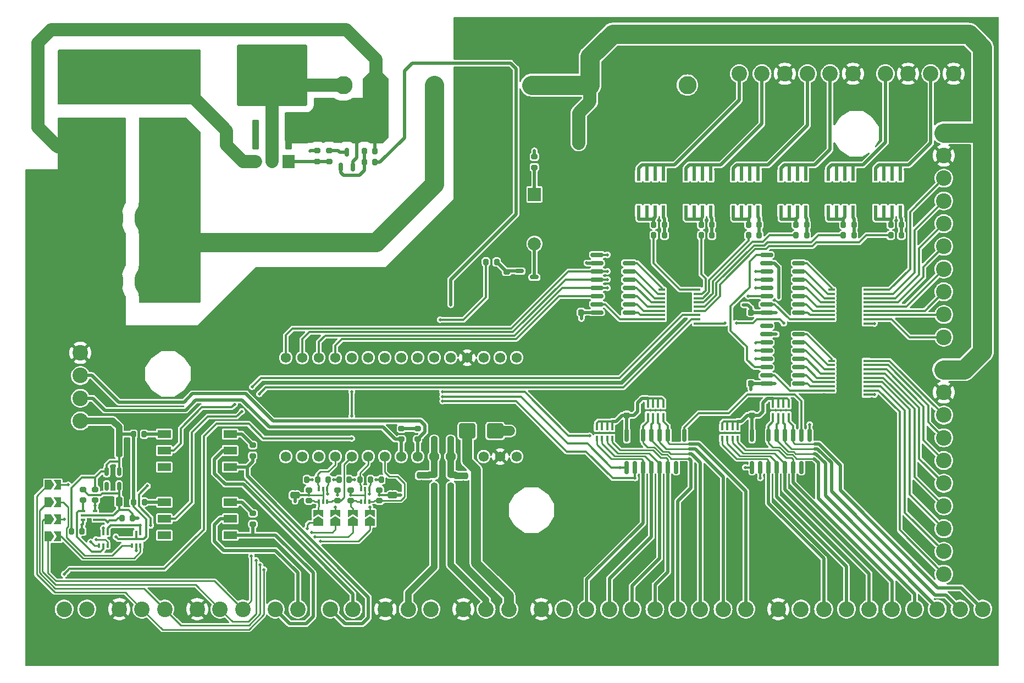
<source format=gbr>
%TF.GenerationSoftware,KiCad,Pcbnew,(7.0.0)*%
%TF.CreationDate,2023-05-23T17:02:05+02:00*%
%TF.ProjectId,Kettcar_Control_HW,4b657474-6361-4725-9f43-6f6e74726f6c,1.0*%
%TF.SameCoordinates,Original*%
%TF.FileFunction,Copper,L1,Top*%
%TF.FilePolarity,Positive*%
%FSLAX46Y46*%
G04 Gerber Fmt 4.6, Leading zero omitted, Abs format (unit mm)*
G04 Created by KiCad (PCBNEW (7.0.0)) date 2023-05-23 17:02:05*
%MOMM*%
%LPD*%
G01*
G04 APERTURE LIST*
G04 Aperture macros list*
%AMRoundRect*
0 Rectangle with rounded corners*
0 $1 Rounding radius*
0 $2 $3 $4 $5 $6 $7 $8 $9 X,Y pos of 4 corners*
0 Add a 4 corners polygon primitive as box body*
4,1,4,$2,$3,$4,$5,$6,$7,$8,$9,$2,$3,0*
0 Add four circle primitives for the rounded corners*
1,1,$1+$1,$2,$3*
1,1,$1+$1,$4,$5*
1,1,$1+$1,$6,$7*
1,1,$1+$1,$8,$9*
0 Add four rect primitives between the rounded corners*
20,1,$1+$1,$2,$3,$4,$5,0*
20,1,$1+$1,$4,$5,$6,$7,0*
20,1,$1+$1,$6,$7,$8,$9,0*
20,1,$1+$1,$8,$9,$2,$3,0*%
%AMFreePoly0*
4,1,6,1.000000,0.000000,0.500000,-0.750000,-0.500000,-0.750000,-0.500000,0.750000,0.500000,0.750000,1.000000,0.000000,1.000000,0.000000,$1*%
%AMFreePoly1*
4,1,6,0.500000,-0.750000,-0.650000,-0.750000,-0.150000,0.000000,-0.650000,0.750000,0.500000,0.750000,0.500000,-0.750000,0.500000,-0.750000,$1*%
G04 Aperture macros list end*
%TA.AperFunction,SMDPad,CuDef*%
%ADD10RoundRect,0.150000X-0.150000X0.512500X-0.150000X-0.512500X0.150000X-0.512500X0.150000X0.512500X0*%
%TD*%
%TA.AperFunction,SMDPad,CuDef*%
%ADD11FreePoly0,90.000000*%
%TD*%
%TA.AperFunction,SMDPad,CuDef*%
%ADD12FreePoly1,90.000000*%
%TD*%
%TA.AperFunction,SMDPad,CuDef*%
%ADD13RoundRect,0.200000X-0.200000X-0.275000X0.200000X-0.275000X0.200000X0.275000X-0.200000X0.275000X0*%
%TD*%
%TA.AperFunction,SMDPad,CuDef*%
%ADD14R,0.400000X0.900000*%
%TD*%
%TA.AperFunction,SMDPad,CuDef*%
%ADD15RoundRect,0.200000X-0.275000X0.200000X-0.275000X-0.200000X0.275000X-0.200000X0.275000X0.200000X0*%
%TD*%
%TA.AperFunction,ComponentPad*%
%ADD16C,2.400000*%
%TD*%
%TA.AperFunction,SMDPad,CuDef*%
%ADD17R,2.000000X1.200000*%
%TD*%
%TA.AperFunction,SMDPad,CuDef*%
%ADD18RoundRect,0.200000X0.200000X0.275000X-0.200000X0.275000X-0.200000X-0.275000X0.200000X-0.275000X0*%
%TD*%
%TA.AperFunction,SMDPad,CuDef*%
%ADD19RoundRect,0.150000X0.825000X0.150000X-0.825000X0.150000X-0.825000X-0.150000X0.825000X-0.150000X0*%
%TD*%
%TA.AperFunction,ComponentPad*%
%ADD20C,8.000000*%
%TD*%
%TA.AperFunction,SMDPad,CuDef*%
%ADD21R,0.650000X0.400000*%
%TD*%
%TA.AperFunction,SMDPad,CuDef*%
%ADD22RoundRect,0.200000X0.275000X-0.200000X0.275000X0.200000X-0.275000X0.200000X-0.275000X-0.200000X0*%
%TD*%
%TA.AperFunction,SMDPad,CuDef*%
%ADD23R,1.000000X0.400000*%
%TD*%
%TA.AperFunction,SMDPad,CuDef*%
%ADD24RoundRect,0.250000X0.250000X0.475000X-0.250000X0.475000X-0.250000X-0.475000X0.250000X-0.475000X0*%
%TD*%
%TA.AperFunction,SMDPad,CuDef*%
%ADD25R,0.600000X1.550000*%
%TD*%
%TA.AperFunction,SMDPad,CuDef*%
%ADD26R,0.400000X0.650000*%
%TD*%
%TA.AperFunction,SMDPad,CuDef*%
%ADD27RoundRect,0.250000X-0.475000X0.250000X-0.475000X-0.250000X0.475000X-0.250000X0.475000X0.250000X0*%
%TD*%
%TA.AperFunction,SMDPad,CuDef*%
%ADD28FreePoly0,0.000000*%
%TD*%
%TA.AperFunction,SMDPad,CuDef*%
%ADD29FreePoly1,0.000000*%
%TD*%
%TA.AperFunction,ComponentPad*%
%ADD30R,2.000000X2.000000*%
%TD*%
%TA.AperFunction,ComponentPad*%
%ADD31C,2.000000*%
%TD*%
%TA.AperFunction,ComponentPad*%
%ADD32C,2.800000*%
%TD*%
%TA.AperFunction,SMDPad,CuDef*%
%ADD33RoundRect,0.150000X0.150000X-0.825000X0.150000X0.825000X-0.150000X0.825000X-0.150000X-0.825000X0*%
%TD*%
%TA.AperFunction,SMDPad,CuDef*%
%ADD34RoundRect,0.150000X-0.512500X-0.150000X0.512500X-0.150000X0.512500X0.150000X-0.512500X0.150000X0*%
%TD*%
%TA.AperFunction,ComponentPad*%
%ADD35C,5.500000*%
%TD*%
%TA.AperFunction,ComponentPad*%
%ADD36R,1.905000X2.000000*%
%TD*%
%TA.AperFunction,ComponentPad*%
%ADD37O,1.905000X2.000000*%
%TD*%
%TA.AperFunction,SMDPad,CuDef*%
%ADD38RoundRect,0.250000X0.300000X-2.050000X0.300000X2.050000X-0.300000X2.050000X-0.300000X-2.050000X0*%
%TD*%
%TA.AperFunction,SMDPad,CuDef*%
%ADD39RoundRect,0.250000X2.375000X-2.025000X2.375000X2.025000X-2.375000X2.025000X-2.375000X-2.025000X0*%
%TD*%
%TA.AperFunction,SMDPad,CuDef*%
%ADD40RoundRect,0.250002X5.149998X-4.449998X5.149998X4.449998X-5.149998X4.449998X-5.149998X-4.449998X0*%
%TD*%
%TA.AperFunction,SMDPad,CuDef*%
%ADD41RoundRect,0.250000X-1.000000X-0.900000X1.000000X-0.900000X1.000000X0.900000X-1.000000X0.900000X0*%
%TD*%
%TA.AperFunction,SMDPad,CuDef*%
%ADD42RoundRect,0.250000X0.475000X-0.250000X0.475000X0.250000X-0.475000X0.250000X-0.475000X-0.250000X0*%
%TD*%
%TA.AperFunction,SMDPad,CuDef*%
%ADD43RoundRect,0.225000X0.225000X0.250000X-0.225000X0.250000X-0.225000X-0.250000X0.225000X-0.250000X0*%
%TD*%
%TA.AperFunction,SMDPad,CuDef*%
%ADD44RoundRect,0.150000X0.150000X-0.512500X0.150000X0.512500X-0.150000X0.512500X-0.150000X-0.512500X0*%
%TD*%
%TA.AperFunction,SMDPad,CuDef*%
%ADD45RoundRect,0.225000X0.250000X-0.225000X0.250000X0.225000X-0.250000X0.225000X-0.250000X-0.225000X0*%
%TD*%
%TA.AperFunction,ComponentPad*%
%ADD46C,1.574800*%
%TD*%
%TA.AperFunction,ViaPad*%
%ADD47C,0.500000*%
%TD*%
%TA.AperFunction,ViaPad*%
%ADD48C,1.000000*%
%TD*%
%TA.AperFunction,Conductor*%
%ADD49C,3.000000*%
%TD*%
%TA.AperFunction,Conductor*%
%ADD50C,2.000000*%
%TD*%
%TA.AperFunction,Conductor*%
%ADD51C,0.500000*%
%TD*%
%TA.AperFunction,Conductor*%
%ADD52C,0.350000*%
%TD*%
%TA.AperFunction,Conductor*%
%ADD53C,1.000000*%
%TD*%
%TA.AperFunction,Conductor*%
%ADD54C,1.500000*%
%TD*%
%TA.AperFunction,Conductor*%
%ADD55C,0.250000*%
%TD*%
G04 APERTURE END LIST*
D10*
%TO.P,U1,1,IN*%
%TO.N,+5V*%
X44450000Y-120012500D03*
%TO.P,U1,2,GND*%
%TO.N,GND*%
X43500000Y-120012500D03*
%TO.P,U1,3,EN*%
%TO.N,+5V*%
X42550000Y-120012500D03*
%TO.P,U1,4,NC*%
%TO.N,unconnected-(U1-NC-Pad4)*%
X42550000Y-122287500D03*
%TO.P,U1,5,OUT*%
%TO.N,+3V3*%
X44450000Y-122287500D03*
%TD*%
D11*
%TO.P,JP6,1,A*%
%TO.N,/UART_TX_FRONT_3V3*%
X75150000Y-127925000D03*
D12*
%TO.P,JP6,2,B*%
%TO.N,/SWUART_F_RX_3V3*%
X75150000Y-126475000D03*
%TD*%
D11*
%TO.P,JP8,1,A*%
%TO.N,/UART_TX_REAR_3V3*%
X80450000Y-127925000D03*
D12*
%TO.P,JP8,2,B*%
%TO.N,/SWUART_R_RX_3V3*%
X80450000Y-126475000D03*
%TD*%
D13*
%TO.P,R1,1*%
%TO.N,+24V*%
X148725000Y-82000000D03*
%TO.P,R1,2*%
%TO.N,Net-(Q1-G)*%
X150375000Y-82000000D03*
%TD*%
D14*
%TO.P,RN1,1*%
%TO.N,/SW_TI_RIGHT_5V*%
X125899999Y-111449999D03*
%TO.P,RN1,2*%
%TO.N,/SW_TI_LEFT_5V*%
X126699999Y-111449999D03*
%TO.P,RN1,3*%
%TO.N,/SW_HL_HI_5V*%
X127499999Y-111449999D03*
%TO.P,RN1,4*%
%TO.N,/SW_HL_LO_5V*%
X128299999Y-111449999D03*
%TO.P,RN1,5*%
%TO.N,+5V*%
X128299999Y-109749999D03*
%TO.P,RN1,6*%
X127499999Y-109749999D03*
%TO.P,RN1,7*%
X126699999Y-109749999D03*
%TO.P,RN1,8*%
X125899999Y-109749999D03*
%TD*%
D15*
%TO.P,R11,1*%
%TO.N,+5V*%
X90450000Y-113425000D03*
%TO.P,R11,2*%
%TO.N,/I2C_SCL_5V*%
X90450000Y-115075000D03*
%TD*%
%TO.P,R27,1*%
%TO.N,Net-(R27-Pad1)*%
X65050000Y-115975000D03*
%TO.P,R27,2*%
%TO.N,Net-(J15-Pin_2)*%
X65050000Y-117625000D03*
%TD*%
D16*
%TO.P,J9,1,Pin_1*%
%TO.N,/SW_HL_LO_5V*%
X141000000Y-141250000D03*
%TO.P,J9,2,Pin_2*%
%TO.N,/SW_HL_HI_5V*%
X137500000Y-141250000D03*
%TO.P,J9,3,Pin_3*%
%TO.N,/SW_TI_LEFT_5V*%
X134000000Y-141250000D03*
%TO.P,J9,4,Pin_4*%
%TO.N,/SW_TI_RIGHT_5V*%
X130500000Y-141250000D03*
%TO.P,J9,5,Pin_5*%
%TO.N,/SW_TI_HAZ_5V*%
X127000000Y-141250000D03*
%TO.P,J9,6,Pin_6*%
%TO.N,/SW_HORN_5V*%
X123500000Y-141250000D03*
%TO.P,J9,7,Pin_7*%
%TO.N,/SW_MOT_FRONT_5V*%
X120000000Y-141250000D03*
%TO.P,J9,8,Pin_8*%
%TO.N,/SW_MOT_REAR_5V*%
X116500000Y-141250000D03*
%TO.P,J9,9,Pin_9*%
%TO.N,+5V*%
X113000000Y-141250000D03*
%TO.P,J9,10,Pin_10*%
%TO.N,GND*%
X109500000Y-141250000D03*
%TD*%
D17*
%TO.P,U10,1*%
%TO.N,Net-(R28-Pad1)*%
X51439999Y-124769999D03*
%TO.P,U10,2*%
%TO.N,/EN_REAR_GND*%
X51439999Y-127309999D03*
%TO.P,U10,3,NC*%
%TO.N,unconnected-(U10-NC-Pad3)*%
X51439999Y-129849999D03*
%TO.P,U10,4*%
%TO.N,Net-(J18-Pin_2)*%
X61599999Y-129849999D03*
%TO.P,U10,5*%
%TO.N,Net-(J18-Pin_1)*%
X61599999Y-127309999D03*
%TO.P,U10,6*%
%TO.N,Net-(R29-Pad1)*%
X61599999Y-124769999D03*
%TD*%
D18*
%TO.P,R26,1*%
%TO.N,Net-(R26-Pad1)*%
X48325000Y-114300000D03*
%TO.P,R26,2*%
%TO.N,+5V*%
X46675000Y-114300000D03*
%TD*%
D16*
%TO.P,J10,1,Pin_1*%
%TO.N,+5V*%
X39500000Y-141250000D03*
%TO.P,J10,2,Pin_2*%
%TO.N,/WS2812_DO_5V*%
X36000000Y-141250000D03*
%TO.P,J10,3,Pin_3*%
%TO.N,GND*%
X32500000Y-141250000D03*
%TD*%
D19*
%TO.P,U12,1,QB*%
%TO.N,Net-(U11-I7)*%
X149150000Y-95545000D03*
%TO.P,U12,2,QC*%
%TO.N,Net-(U11-I6)*%
X149150000Y-94275000D03*
%TO.P,U12,3,QD*%
%TO.N,Net-(U11-I5)*%
X149150000Y-93005000D03*
%TO.P,U12,4,QE*%
%TO.N,Net-(U11-I4)*%
X149150000Y-91735000D03*
%TO.P,U12,5,QF*%
%TO.N,Net-(U11-I3)*%
X149150000Y-90465000D03*
%TO.P,U12,6,QG*%
%TO.N,Net-(U11-I2)*%
X149150000Y-89195000D03*
%TO.P,U12,7,QH*%
%TO.N,Net-(U11-I1)*%
X149150000Y-87925000D03*
%TO.P,U12,8,GND*%
%TO.N,GND*%
X149150000Y-86655000D03*
%TO.P,U12,9,QH'*%
%TO.N,Net-(U12-QH')*%
X144200000Y-86655000D03*
%TO.P,U12,10,~{SRCLR}*%
%TO.N,+5V*%
X144200000Y-87925000D03*
%TO.P,U12,11,SRCLK*%
%TO.N,/OUT_SER_CLK_5V*%
X144200000Y-89195000D03*
%TO.P,U12,12,RCLK*%
%TO.N,/OUT_SER_LOAD_5V*%
X144200000Y-90465000D03*
%TO.P,U12,13,~{OE}*%
%TO.N,/OUT_SER_~{EN}_5V*%
X144200000Y-91735000D03*
%TO.P,U12,14,SER*%
%TO.N,Net-(U12-SER)*%
X144200000Y-93005000D03*
%TO.P,U12,15,QA*%
%TO.N,Net-(U11-I8)*%
X144200000Y-94275000D03*
%TO.P,U12,16,VCC*%
%TO.N,+5V*%
X144200000Y-95545000D03*
%TD*%
D20*
%TO.P,J4,1,Pin_1*%
%TO.N,BATT_MIDDLE*%
X39500000Y-59000000D03*
%TO.P,J4,2,Pin_2*%
%TO.N,GND*%
X39500000Y-70000000D03*
%TD*%
D21*
%TO.P,Q10,1,S*%
%TO.N,/UART_TX_3V3*%
X38899999Y-126149999D03*
%TO.P,Q10,2,G*%
%TO.N,+3V3*%
X38899999Y-126799999D03*
%TO.P,Q10,3,D*%
%TO.N,/UART_RX_5V*%
X38899999Y-127449999D03*
%TO.P,Q10,4,S*%
%TO.N,/UART_RX_3V3*%
X40799999Y-127449999D03*
%TO.P,Q10,5,G*%
%TO.N,+3V3*%
X40799999Y-126799999D03*
%TO.P,Q10,6,D*%
%TO.N,/UART_TX_5V*%
X40799999Y-126149999D03*
%TD*%
D11*
%TO.P,JP4,1,A*%
%TO.N,/UART_RX_REAR_3V3*%
X83100000Y-127925000D03*
D12*
%TO.P,JP4,2,B*%
%TO.N,/SWUART_R_TX_3V3*%
X83100000Y-126475000D03*
%TD*%
D13*
%TO.P,R39,1*%
%TO.N,+5V*%
X79900000Y-121300000D03*
%TO.P,R39,2*%
%TO.N,/SWUART_R_RX_5V*%
X81550000Y-121300000D03*
%TD*%
D18*
%TO.P,R16,1*%
%TO.N,Net-(Q6-G)*%
X157675000Y-83650000D03*
%TO.P,R16,2*%
%TO.N,/TI_LEFT_GATE*%
X156025000Y-83650000D03*
%TD*%
D15*
%TO.P,R10,1*%
%TO.N,Net-(U4-A6)*%
X93000000Y-120575000D03*
%TO.P,R10,2*%
%TO.N,/ANA_THROTTLE_5V*%
X93000000Y-122225000D03*
%TD*%
D22*
%TO.P,R23,1*%
%TO.N,Net-(Q8-G)*%
X76800000Y-72275000D03*
%TO.P,R23,2*%
%TO.N,Net-(Q9-D)*%
X76800000Y-70625000D03*
%TD*%
D23*
%TO.P,U2,1,I1*%
%TO.N,Net-(U2-I1)*%
X128074999Y-92024999D03*
%TO.P,U2,2,I2*%
%TO.N,Net-(U2-I2)*%
X128074999Y-92674999D03*
%TO.P,U2,3,I3*%
%TO.N,Net-(U2-I3)*%
X128074999Y-93324999D03*
%TO.P,U2,4,I4*%
%TO.N,Net-(U2-I4)*%
X128074999Y-93974999D03*
%TO.P,U2,5,I5*%
%TO.N,Net-(U2-I5)*%
X128074999Y-94624999D03*
%TO.P,U2,6,I6*%
%TO.N,Net-(U2-I6)*%
X128074999Y-95274999D03*
%TO.P,U2,7,I7*%
%TO.N,Net-(U2-I7)*%
X128074999Y-95924999D03*
%TO.P,U2,8,I8*%
%TO.N,Net-(U2-I8)*%
X128074999Y-96574999D03*
%TO.P,U2,9,GND*%
%TO.N,GND*%
X128074999Y-97224999D03*
%TO.P,U2,10,COM*%
%TO.N,+24V*%
X133474999Y-97224999D03*
%TO.P,U2,11,O8*%
%TO.N,/EN_REAR_GND*%
X133474999Y-96574999D03*
%TO.P,U2,12,O7*%
%TO.N,/EN_FRONT_GND*%
X133474999Y-95924999D03*
%TO.P,U2,13,O6*%
%TO.N,/TI_RIGHT_GATE*%
X133474999Y-95274999D03*
%TO.P,U2,14,O5*%
%TO.N,/TI_LEFT_GATE*%
X133474999Y-94624999D03*
%TO.P,U2,15,O4*%
%TO.N,/HL_LO_RIGHT_GATE*%
X133474999Y-93974999D03*
%TO.P,U2,16,O3*%
%TO.N,/HL_HI_RIGHT_GATE*%
X133474999Y-93324999D03*
%TO.P,U2,17,O2*%
%TO.N,/HL_LO_LEFT_GATE*%
X133474999Y-92674999D03*
%TO.P,U2,18,O1*%
%TO.N,/HL_HI_LEFT_GATE*%
X133474999Y-92024999D03*
%TD*%
D14*
%TO.P,RN3,1*%
%TO.N,Net-(J13-Pin_4)*%
X145199999Y-111449999D03*
%TO.P,RN3,2*%
%TO.N,Net-(J13-Pin_3)*%
X145999999Y-111449999D03*
%TO.P,RN3,3*%
%TO.N,Net-(J13-Pin_2)*%
X146799999Y-111449999D03*
%TO.P,RN3,4*%
%TO.N,Net-(J13-Pin_1)*%
X147599999Y-111449999D03*
%TO.P,RN3,5*%
%TO.N,+5V*%
X147599999Y-109749999D03*
%TO.P,RN3,6*%
X146799999Y-109749999D03*
%TO.P,RN3,7*%
X145999999Y-109749999D03*
%TO.P,RN3,8*%
X145199999Y-109749999D03*
%TD*%
D24*
%TO.P,C2,1*%
%TO.N,+3V3*%
X44450000Y-124650000D03*
%TO.P,C2,2*%
%TO.N,GND*%
X42550000Y-124650000D03*
%TD*%
D13*
%TO.P,R4,1*%
%TO.N,+24V*%
X126825000Y-82000000D03*
%TO.P,R4,2*%
%TO.N,Net-(Q4-G)*%
X128475000Y-82000000D03*
%TD*%
D25*
%TO.P,Q5,1,S*%
%TO.N,+24V*%
X160994999Y-79849999D03*
X162264999Y-79849999D03*
X163534999Y-79849999D03*
%TO.P,Q5,2,G*%
%TO.N,Net-(Q5-G)*%
X164804999Y-79849999D03*
%TO.P,Q5,3,D*%
%TO.N,/TI_RIGHT_24V*%
X160994999Y-74449999D03*
X162264999Y-74449999D03*
X163534999Y-74449999D03*
X164804999Y-74449999D03*
%TD*%
D26*
%TO.P,Q12,1,S*%
%TO.N,/SWUART_R_RX_3V3*%
X81724999Y-124649999D03*
%TO.P,Q12,2,G*%
%TO.N,+3V3*%
X82374999Y-124649999D03*
%TO.P,Q12,3,D*%
%TO.N,/SWUART_R_TX_5V*%
X83024999Y-124649999D03*
%TO.P,Q12,4,S*%
%TO.N,/SWUART_R_TX_3V3*%
X83024999Y-122749999D03*
%TO.P,Q12,5,G*%
%TO.N,+3V3*%
X82374999Y-122749999D03*
%TO.P,Q12,6,D*%
%TO.N,/SWUART_R_RX_5V*%
X81724999Y-122749999D03*
%TD*%
D16*
%TO.P,J11,1,Pin_1*%
%TO.N,+5V*%
X38500000Y-112250000D03*
%TO.P,J11,2,Pin_2*%
%TO.N,/I2C_SDA_5V*%
X38500000Y-108750000D03*
%TO.P,J11,3,Pin_3*%
%TO.N,/I2C_SCL_5V*%
X38500000Y-105250000D03*
%TO.P,J11,4,Pin_4*%
%TO.N,GND*%
X38500000Y-101750000D03*
%TD*%
D27*
%TO.P,C4,1*%
%TO.N,Net-(U4-A7)*%
X97500000Y-120700000D03*
%TO.P,C4,2*%
%TO.N,GND*%
X97500000Y-122600000D03*
%TD*%
D19*
%TO.P,U8,1,QB*%
%TO.N,Net-(U7-I7)*%
X149150000Y-106520000D03*
%TO.P,U8,2,QC*%
%TO.N,Net-(U7-I6)*%
X149150000Y-105250000D03*
%TO.P,U8,3,QD*%
%TO.N,Net-(U7-I5)*%
X149150000Y-103980000D03*
%TO.P,U8,4,QE*%
%TO.N,Net-(U7-I4)*%
X149150000Y-102710000D03*
%TO.P,U8,5,QF*%
%TO.N,Net-(U7-I3)*%
X149150000Y-101440000D03*
%TO.P,U8,6,QG*%
%TO.N,Net-(U7-I2)*%
X149150000Y-100170000D03*
%TO.P,U8,7,QH*%
%TO.N,Net-(U7-I1)*%
X149150000Y-98900000D03*
%TO.P,U8,8,GND*%
%TO.N,GND*%
X149150000Y-97630000D03*
%TO.P,U8,9,QH'*%
%TO.N,unconnected-(U8-QH'-Pad9)*%
X144200000Y-97630000D03*
%TO.P,U8,10,~{SRCLR}*%
%TO.N,+5V*%
X144200000Y-98900000D03*
%TO.P,U8,11,SRCLK*%
%TO.N,/OUT_SER_CLK_5V*%
X144200000Y-100170000D03*
%TO.P,U8,12,RCLK*%
%TO.N,/OUT_SER_LOAD_5V*%
X144200000Y-101440000D03*
%TO.P,U8,13,~{OE}*%
%TO.N,/OUT_SER_~{EN}_5V*%
X144200000Y-102710000D03*
%TO.P,U8,14,SER*%
%TO.N,Net-(U12-QH')*%
X144200000Y-103980000D03*
%TO.P,U8,15,QA*%
%TO.N,Net-(U7-I8)*%
X144200000Y-105250000D03*
%TO.P,U8,16,VCC*%
%TO.N,+5V*%
X144200000Y-106520000D03*
%TD*%
D28*
%TO.P,JP5,1,A*%
%TO.N,/UART_TX_FRONT_3V3*%
X33525000Y-130050000D03*
D29*
%TO.P,JP5,2,B*%
%TO.N,Net-(JP5-B)*%
X34975000Y-130050000D03*
%TD*%
D28*
%TO.P,JP3,1,A*%
%TO.N,/UART_RX_REAR_3V3*%
X33525000Y-122100000D03*
D29*
%TO.P,JP3,2,B*%
%TO.N,Net-(JP3-B)*%
X34975000Y-122100000D03*
%TD*%
D16*
%TO.P,J13,1,Pin_1*%
%TO.N,Net-(J13-Pin_1)*%
X177500000Y-141250000D03*
%TO.P,J13,2,Pin_2*%
%TO.N,Net-(J13-Pin_2)*%
X174000000Y-141250000D03*
%TO.P,J13,3,Pin_3*%
%TO.N,Net-(J13-Pin_3)*%
X170500000Y-141250000D03*
%TO.P,J13,4,Pin_4*%
%TO.N,Net-(J13-Pin_4)*%
X167000000Y-141250000D03*
%TO.P,J13,5,Pin_5*%
%TO.N,Net-(J13-Pin_5)*%
X163500000Y-141250000D03*
%TO.P,J13,6,Pin_6*%
%TO.N,Net-(J13-Pin_6)*%
X160000000Y-141250000D03*
%TO.P,J13,7,Pin_7*%
%TO.N,/SW_FORW_REV_5V*%
X156500000Y-141250000D03*
%TO.P,J13,8,Pin_8*%
%TO.N,/SW_IGN_5V*%
X153000000Y-141250000D03*
%TO.P,J13,9,Pin_9*%
%TO.N,+5V*%
X149500000Y-141250000D03*
%TO.P,J13,10,Pin_10*%
%TO.N,GND*%
X146000000Y-141250000D03*
%TD*%
D13*
%TO.P,R14,1*%
%TO.N,+24V*%
X156025000Y-82000000D03*
%TO.P,R14,2*%
%TO.N,Net-(Q6-G)*%
X157675000Y-82000000D03*
%TD*%
D15*
%TO.P,R9,1*%
%TO.N,Net-(U4-A7)*%
X95550000Y-120575000D03*
%TO.P,R9,2*%
%TO.N,/ANA_BRAKE_5V*%
X95550000Y-122225000D03*
%TD*%
D30*
%TO.P,LS1,1,1*%
%TO.N,Net-(LS1-Pad1)*%
X108449999Y-77349999D03*
D31*
%TO.P,LS1,2,2*%
%TO.N,Net-(Q7-D)*%
X108450000Y-84950000D03*
%TD*%
D15*
%TO.P,R29,1*%
%TO.N,Net-(R29-Pad1)*%
X65070000Y-126485000D03*
%TO.P,R29,2*%
%TO.N,Net-(J18-Pin_2)*%
X65070000Y-128135000D03*
%TD*%
D32*
%TO.P,J12,1,Pin_1*%
%TO.N,/HORN_24V*%
X79000000Y-60500000D03*
%TO.P,J12,2,Pin_2*%
%TO.N,GND*%
X84000000Y-60500000D03*
%TD*%
D16*
%TO.P,J18,1,Pin_1*%
%TO.N,Net-(J18-Pin_1)*%
X72000000Y-141250000D03*
%TO.P,J18,2,Pin_2*%
%TO.N,Net-(J18-Pin_2)*%
X68500000Y-141250000D03*
%TD*%
D25*
%TO.P,Q4,1,S*%
%TO.N,+24V*%
X124494999Y-79849999D03*
X125764999Y-79849999D03*
X127034999Y-79849999D03*
%TO.P,Q4,2,G*%
%TO.N,Net-(Q4-G)*%
X128304999Y-79849999D03*
%TO.P,Q4,3,D*%
%TO.N,/HL_HI_LEFT_24V*%
X124494999Y-74449999D03*
X125764999Y-74449999D03*
X127034999Y-74449999D03*
X128304999Y-74449999D03*
%TD*%
D13*
%TO.P,R24,1*%
%TO.N,Net-(Q9-G)*%
X82225000Y-72400000D03*
%TO.P,R24,2*%
%TO.N,/HORN_GATE*%
X83875000Y-72400000D03*
%TD*%
D14*
%TO.P,RN2,1*%
%TO.N,/SW_MOT_REAR_5V*%
X118049999Y-114949999D03*
%TO.P,RN2,2*%
%TO.N,/SW_MOT_FRONT_5V*%
X118849999Y-114949999D03*
%TO.P,RN2,3*%
%TO.N,/SW_HORN_5V*%
X119649999Y-114949999D03*
%TO.P,RN2,4*%
%TO.N,/SW_TI_HAZ_5V*%
X120449999Y-114949999D03*
%TO.P,RN2,5*%
%TO.N,+5V*%
X120449999Y-113249999D03*
%TO.P,RN2,6*%
X119649999Y-113249999D03*
%TO.P,RN2,7*%
X118849999Y-113249999D03*
%TO.P,RN2,8*%
X118049999Y-113249999D03*
%TD*%
D16*
%TO.P,J20,1,Pin_1*%
%TO.N,/UART_TX_FRONT_3V3*%
X63500000Y-141250000D03*
%TO.P,J20,2,Pin_2*%
%TO.N,/UART_RX_FRONT_3V3*%
X60000000Y-141250000D03*
%TO.P,J20,3,Pin_3*%
%TO.N,GND*%
X56500000Y-141250000D03*
%TD*%
D33*
%TO.P,U6,1,~{PL}*%
%TO.N,/IN_SER_~{LOAD}_5V*%
X141955000Y-119425000D03*
%TO.P,U6,2,CP*%
%TO.N,/IN_SER_CLK_5V*%
X143225000Y-119425000D03*
%TO.P,U6,3,D4*%
%TO.N,/SW_IGN_5V*%
X144495000Y-119425000D03*
%TO.P,U6,4,D5*%
%TO.N,/SW_FORW_REV_5V*%
X145765000Y-119425000D03*
%TO.P,U6,5,D6*%
%TO.N,Net-(J13-Pin_6)*%
X147035000Y-119425000D03*
%TO.P,U6,6,D7*%
%TO.N,Net-(J13-Pin_5)*%
X148305000Y-119425000D03*
%TO.P,U6,7,~{Q7}*%
%TO.N,unconnected-(U6-~{Q7}-Pad7)*%
X149575000Y-119425000D03*
%TO.P,U6,8,GND*%
%TO.N,GND*%
X150845000Y-119425000D03*
%TO.P,U6,9,Q7*%
%TO.N,/IN_SER_DAT_5V*%
X150845000Y-114475000D03*
%TO.P,U6,10,DS*%
%TO.N,Net-(U5-Q7)*%
X149575000Y-114475000D03*
%TO.P,U6,11,D0*%
%TO.N,Net-(J13-Pin_1)*%
X148305000Y-114475000D03*
%TO.P,U6,12,D1*%
%TO.N,Net-(J13-Pin_2)*%
X147035000Y-114475000D03*
%TO.P,U6,13,D2*%
%TO.N,Net-(J13-Pin_3)*%
X145765000Y-114475000D03*
%TO.P,U6,14,D3*%
%TO.N,Net-(J13-Pin_4)*%
X144495000Y-114475000D03*
%TO.P,U6,15,~{CE}*%
%TO.N,GND*%
X143225000Y-114475000D03*
%TO.P,U6,16,VCC*%
%TO.N,+5V*%
X141955000Y-114475000D03*
%TD*%
D34*
%TO.P,Q7,1,G*%
%TO.N,Net-(Q7-G)*%
X106162500Y-89150000D03*
%TO.P,Q7,2,S*%
%TO.N,GND*%
X106162500Y-91050000D03*
%TO.P,Q7,3,D*%
%TO.N,Net-(Q7-D)*%
X108437500Y-90100000D03*
%TD*%
D18*
%TO.P,R8,1*%
%TO.N,Net-(Q4-G)*%
X128475000Y-83650000D03*
%TO.P,R8,2*%
%TO.N,/HL_HI_LEFT_GATE*%
X126825000Y-83650000D03*
%TD*%
D35*
%TO.P,J6,1,Pin_1*%
%TO.N,+BATT*%
X49600000Y-81000000D03*
%TO.P,J6,2,Pin_2*%
%TO.N,GND*%
X42400000Y-81000000D03*
%TD*%
D36*
%TO.P,Q8,1,G*%
%TO.N,Net-(Q8-G)*%
X70539999Y-72249999D03*
D37*
%TO.P,Q8,2,D*%
%TO.N,/HORN_24V*%
X67999999Y-72249999D03*
%TO.P,Q8,3,S*%
%TO.N,BATT_MIDDLE*%
X65459999Y-72249999D03*
%TD*%
D18*
%TO.P,R28,1*%
%TO.N,Net-(R28-Pad1)*%
X48345000Y-124760000D03*
%TO.P,R28,2*%
%TO.N,+5V*%
X46695000Y-124760000D03*
%TD*%
D16*
%TO.P,J19,1,Pin_1*%
%TO.N,+24V*%
X171500000Y-67850000D03*
%TO.P,J19,2,Pin_2*%
%TO.N,GND*%
X171500000Y-71350000D03*
%TO.P,J19,3,Pin_3*%
%TO.N,Net-(J19-Pin_3)*%
X171500000Y-74850000D03*
%TO.P,J19,4,Pin_4*%
%TO.N,Net-(J19-Pin_4)*%
X171500000Y-78350000D03*
%TO.P,J19,5,Pin_5*%
%TO.N,Net-(J19-Pin_5)*%
X171500000Y-81850000D03*
%TO.P,J19,6,Pin_6*%
%TO.N,Net-(J19-Pin_6)*%
X171500000Y-85350000D03*
%TO.P,J19,7,Pin_7*%
%TO.N,Net-(J19-Pin_7)*%
X171500000Y-88850000D03*
%TO.P,J19,8,Pin_8*%
%TO.N,Net-(J19-Pin_8)*%
X171500000Y-92350000D03*
%TO.P,J19,9,Pin_9*%
%TO.N,Net-(J19-Pin_9)*%
X171500000Y-95850000D03*
%TO.P,J19,10,Pin_10*%
%TO.N,/IND_HORN_GND*%
X171500000Y-99350000D03*
%TD*%
D18*
%TO.P,R7,1*%
%TO.N,Net-(Q3-G)*%
X135775000Y-83650000D03*
%TO.P,R7,2*%
%TO.N,/HL_LO_LEFT_GATE*%
X134125000Y-83650000D03*
%TD*%
%TO.P,R20,1*%
%TO.N,Net-(Q7-G)*%
X102625000Y-87750000D03*
%TO.P,R20,2*%
%TO.N,/BUZZER_GATE*%
X100975000Y-87750000D03*
%TD*%
D16*
%TO.P,J21,1,Pin_1*%
%TO.N,/UART_TX_REAR_3V3*%
X51500000Y-141250000D03*
%TO.P,J21,2,Pin_2*%
%TO.N,/UART_RX_REAR_3V3*%
X48000000Y-141250000D03*
%TO.P,J21,3,Pin_3*%
%TO.N,GND*%
X44500000Y-141250000D03*
%TD*%
D15*
%TO.P,R34,1*%
%TO.N,+3V3*%
X73675000Y-122875000D03*
%TO.P,R34,2*%
%TO.N,/SWUART_F_RX_3V3*%
X73675000Y-124525000D03*
%TD*%
D16*
%TO.P,J16,1,Pin_1*%
%TO.N,+5VA*%
X92500000Y-141250000D03*
%TO.P,J16,2,Pin_2*%
%TO.N,/ANA_THROTTLE_5V*%
X89000000Y-141250000D03*
%TO.P,J16,3,Pin_3*%
%TO.N,GND*%
X85500000Y-141250000D03*
%TD*%
D32*
%TO.P,J3,1,Pin_1*%
%TO.N,+24V*%
X117000000Y-60500000D03*
%TO.P,J3,2,Pin_2*%
%TO.N,GND*%
X122000000Y-60500000D03*
%TO.P,J3,3,Pin_3*%
X127000000Y-60500000D03*
%TO.P,J3,4,Pin_4*%
%TO.N,+5V*%
X132000000Y-60500000D03*
%TD*%
D18*
%TO.P,R36,1*%
%TO.N,+3V3*%
X78350000Y-121300000D03*
%TO.P,R36,2*%
%TO.N,/SWUART_F_TX_3V3*%
X76700000Y-121300000D03*
%TD*%
D38*
%TO.P,D2,1,A*%
%TO.N,unconnected-(D2-A-Pad1)*%
X65500000Y-68150000D03*
D39*
%TO.P,D2,2,K*%
%TO.N,/HORN_24V*%
X65265000Y-61425000D03*
X70815000Y-61425000D03*
D40*
X68040000Y-59000000D03*
D39*
X65265000Y-56575000D03*
X70815000Y-56575000D03*
D38*
%TO.P,D2,3,A*%
%TO.N,GND*%
X70580000Y-68150000D03*
%TD*%
D25*
%TO.P,Q6,1,S*%
%TO.N,+24V*%
X153694999Y-79849999D03*
X154964999Y-79849999D03*
X156234999Y-79849999D03*
%TO.P,Q6,2,G*%
%TO.N,Net-(Q6-G)*%
X157504999Y-79849999D03*
%TO.P,Q6,3,D*%
%TO.N,/TI_LEFT_24V*%
X153694999Y-74449999D03*
X154964999Y-74449999D03*
X156234999Y-74449999D03*
X157504999Y-74449999D03*
%TD*%
D18*
%TO.P,R40,1*%
%TO.N,+3V3*%
X84850000Y-121300000D03*
%TO.P,R40,2*%
%TO.N,/SWUART_R_TX_3V3*%
X83200000Y-121300000D03*
%TD*%
D25*
%TO.P,Q2,1,S*%
%TO.N,+24V*%
X139094999Y-79849999D03*
X140364999Y-79849999D03*
X141634999Y-79849999D03*
%TO.P,Q2,2,G*%
%TO.N,Net-(Q2-G)*%
X142904999Y-79849999D03*
%TO.P,Q2,3,D*%
%TO.N,/HL_HI_RIGHT_24V*%
X139094999Y-74449999D03*
X140364999Y-74449999D03*
X141634999Y-74449999D03*
X142904999Y-74449999D03*
%TD*%
D41*
%TO.P,D1,1,K*%
%TO.N,+5VA*%
X98100000Y-113800000D03*
%TO.P,D1,2,A*%
%TO.N,+5V*%
X102400000Y-113800000D03*
%TD*%
D13*
%TO.P,R3,1*%
%TO.N,+24V*%
X134125000Y-82000000D03*
%TO.P,R3,2*%
%TO.N,Net-(Q3-G)*%
X135775000Y-82000000D03*
%TD*%
D28*
%TO.P,JP1,1,A*%
%TO.N,/UART_RX_FRONT_3V3*%
X33525000Y-127400000D03*
D29*
%TO.P,JP1,2,B*%
%TO.N,Net-(JP1-B)*%
X34975000Y-127400000D03*
%TD*%
D18*
%TO.P,R15,1*%
%TO.N,Net-(Q5-G)*%
X164975000Y-83650000D03*
%TO.P,R15,2*%
%TO.N,/TI_RIGHT_GATE*%
X163325000Y-83650000D03*
%TD*%
D16*
%TO.P,J5,1,Pin_1*%
%TO.N,/HL_HI_LEFT_24V*%
X140000000Y-58750000D03*
%TO.P,J5,2,Pin_2*%
%TO.N,/HL_LO_LEFT_24V*%
X143500000Y-58750000D03*
%TO.P,J5,3,Pin_3*%
%TO.N,GND*%
X147000000Y-58750000D03*
%TO.P,J5,4,Pin_4*%
%TO.N,/HL_HI_RIGHT_24V*%
X150500000Y-58750000D03*
%TO.P,J5,5,Pin_5*%
%TO.N,/HL_LO_RIGHT_24V*%
X154000000Y-58750000D03*
%TO.P,J5,6,Pin_6*%
%TO.N,GND*%
X157500000Y-58750000D03*
%TD*%
%TO.P,J14,1,Pin_1*%
%TO.N,+24V*%
X171500000Y-104350000D03*
%TO.P,J14,2,Pin_2*%
%TO.N,GND*%
X171500000Y-107850000D03*
%TO.P,J14,3,Pin_3*%
%TO.N,/IND_MOT_FRONT_OK_GND*%
X171500000Y-111350000D03*
%TO.P,J14,4,Pin_4*%
%TO.N,/IND_MOT_FRONT_ERR_GND*%
X171500000Y-114850000D03*
%TO.P,J14,5,Pin_5*%
%TO.N,/IND_MOT_REAR_OK_GND*%
X171500000Y-118350000D03*
%TO.P,J14,6,Pin_6*%
%TO.N,/IND_MOT_REAR_ERR_GND*%
X171500000Y-121850000D03*
%TO.P,J14,7,Pin_7*%
%TO.N,/IND_HL_GND*%
X171500000Y-125350000D03*
%TO.P,J14,8,Pin_8*%
%TO.N,/IND_TI_LEFT_GND*%
X171500000Y-128850000D03*
%TO.P,J14,9,Pin_9*%
%TO.N,/IND_TI_RIGHT_GND*%
X171500000Y-132350000D03*
%TO.P,J14,10,Pin_10*%
%TO.N,/IND_TI_HAZ_GND*%
X171500000Y-135850000D03*
%TD*%
D22*
%TO.P,R17,1*%
%TO.N,Net-(U4-A7)*%
X95550000Y-115075000D03*
%TO.P,R17,2*%
%TO.N,GND*%
X95550000Y-113425000D03*
%TD*%
D42*
%TO.P,C11,1*%
%TO.N,+5V*%
X86600000Y-123700000D03*
%TO.P,C11,2*%
%TO.N,GND*%
X86600000Y-121800000D03*
%TD*%
D15*
%TO.P,R38,1*%
%TO.N,+3V3*%
X80175000Y-122875000D03*
%TO.P,R38,2*%
%TO.N,/SWUART_R_RX_3V3*%
X80175000Y-124525000D03*
%TD*%
D22*
%TO.P,R18,1*%
%TO.N,Net-(U4-A6)*%
X93000000Y-115075000D03*
%TO.P,R18,2*%
%TO.N,GND*%
X93000000Y-113425000D03*
%TD*%
D15*
%TO.P,R12,1*%
%TO.N,+5V*%
X87950000Y-113425000D03*
%TO.P,R12,2*%
%TO.N,/I2C_SDA_5V*%
X87950000Y-115075000D03*
%TD*%
D11*
%TO.P,JP2,1,A*%
%TO.N,/UART_RX_FRONT_3V3*%
X77800000Y-127925000D03*
D12*
%TO.P,JP2,2,B*%
%TO.N,/SWUART_F_TX_3V3*%
X77800000Y-126475000D03*
%TD*%
D16*
%TO.P,J17,1,Pin_1*%
%TO.N,+5VA*%
X104500000Y-141250000D03*
%TO.P,J17,2,Pin_2*%
%TO.N,/ANA_BRAKE_5V*%
X101000000Y-141250000D03*
%TO.P,J17,3,Pin_3*%
%TO.N,GND*%
X97500000Y-141250000D03*
%TD*%
D26*
%TO.P,U14,1,SEL*%
%TO.N,/UART_SEL_5V*%
X42699999Y-129549999D03*
%TO.P,U14,2,VCC*%
%TO.N,+5V*%
X42049999Y-129549999D03*
%TO.P,U14,3,GND*%
%TO.N,GND*%
X41399999Y-129549999D03*
%TO.P,U14,4,NC*%
%TO.N,Net-(JP3-B)*%
X41399999Y-131449999D03*
%TO.P,U14,5,COM*%
%TO.N,/UART_TX_3V3*%
X42049999Y-131449999D03*
%TO.P,U14,6,NO*%
%TO.N,Net-(JP1-B)*%
X42699999Y-131449999D03*
%TD*%
D15*
%TO.P,R41,1*%
%TO.N,+5V*%
X84575000Y-122875000D03*
%TO.P,R41,2*%
%TO.N,/SWUART_R_TX_5V*%
X84575000Y-124525000D03*
%TD*%
%TO.P,R22,1*%
%TO.N,BATT_MIDDLE*%
X75000000Y-70625000D03*
%TO.P,R22,2*%
%TO.N,Net-(Q8-G)*%
X75000000Y-72275000D03*
%TD*%
D20*
%TO.P,J1,1,Pin_1*%
%TO.N,+BATT*%
X52500000Y-70000000D03*
%TO.P,J1,2,Pin_2*%
%TO.N,BATT_MIDDLE*%
X52500000Y-59000000D03*
%TD*%
D15*
%TO.P,R31,1*%
%TO.N,+5V*%
X40800000Y-122825000D03*
%TO.P,R31,2*%
%TO.N,/UART_TX_5V*%
X40800000Y-124475000D03*
%TD*%
D33*
%TO.P,U5,1,~{PL}*%
%TO.N,/IN_SER_~{LOAD}_5V*%
X122655000Y-119425000D03*
%TO.P,U5,2,CP*%
%TO.N,/IN_SER_CLK_5V*%
X123925000Y-119425000D03*
%TO.P,U5,3,D4*%
%TO.N,/SW_MOT_REAR_5V*%
X125195000Y-119425000D03*
%TO.P,U5,4,D5*%
%TO.N,/SW_MOT_FRONT_5V*%
X126465000Y-119425000D03*
%TO.P,U5,5,D6*%
%TO.N,/SW_HORN_5V*%
X127735000Y-119425000D03*
%TO.P,U5,6,D7*%
%TO.N,/SW_TI_HAZ_5V*%
X129005000Y-119425000D03*
%TO.P,U5,7,~{Q7}*%
%TO.N,unconnected-(U5-~{Q7}-Pad7)*%
X130275000Y-119425000D03*
%TO.P,U5,8,GND*%
%TO.N,GND*%
X131545000Y-119425000D03*
%TO.P,U5,9,Q7*%
%TO.N,Net-(U5-Q7)*%
X131545000Y-114475000D03*
%TO.P,U5,10,DS*%
%TO.N,GND*%
X130275000Y-114475000D03*
%TO.P,U5,11,D0*%
%TO.N,/SW_HL_LO_5V*%
X129005000Y-114475000D03*
%TO.P,U5,12,D1*%
%TO.N,/SW_HL_HI_5V*%
X127735000Y-114475000D03*
%TO.P,U5,13,D2*%
%TO.N,/SW_TI_LEFT_5V*%
X126465000Y-114475000D03*
%TO.P,U5,14,D3*%
%TO.N,/SW_TI_RIGHT_5V*%
X125195000Y-114475000D03*
%TO.P,U5,15,~{CE}*%
%TO.N,GND*%
X123925000Y-114475000D03*
%TO.P,U5,16,VCC*%
%TO.N,+5V*%
X122655000Y-114475000D03*
%TD*%
D13*
%TO.P,R35,1*%
%TO.N,+5V*%
X73400000Y-121300000D03*
%TO.P,R35,2*%
%TO.N,/SWUART_F_RX_5V*%
X75050000Y-121300000D03*
%TD*%
D16*
%TO.P,J15,1,Pin_1*%
%TO.N,Net-(J15-Pin_1)*%
X80500000Y-141250000D03*
%TO.P,J15,2,Pin_2*%
%TO.N,Net-(J15-Pin_2)*%
X77000000Y-141250000D03*
%TD*%
D13*
%TO.P,R13,1*%
%TO.N,+24V*%
X163325000Y-82000000D03*
%TO.P,R13,2*%
%TO.N,Net-(Q5-G)*%
X164975000Y-82000000D03*
%TD*%
D18*
%TO.P,R32,1*%
%TO.N,+3V3*%
X46525000Y-127250000D03*
%TO.P,R32,2*%
%TO.N,/UART_RX_3V3*%
X44875000Y-127250000D03*
%TD*%
D43*
%TO.P,C5,1*%
%TO.N,+5V*%
X115650000Y-95525000D03*
%TO.P,C5,2*%
%TO.N,GND*%
X114100000Y-95525000D03*
%TD*%
D26*
%TO.P,U13,1,SEL*%
%TO.N,/UART_SEL_5V*%
X47749999Y-129549999D03*
%TO.P,U13,2,VCC*%
%TO.N,+5V*%
X47099999Y-129549999D03*
%TO.P,U13,3,GND*%
%TO.N,GND*%
X46449999Y-129549999D03*
%TO.P,U13,4,NC*%
%TO.N,Net-(JP7-B)*%
X46449999Y-131449999D03*
%TO.P,U13,5,COM*%
%TO.N,/UART_RX_3V3*%
X47099999Y-131449999D03*
%TO.P,U13,6,NO*%
%TO.N,Net-(JP5-B)*%
X47749999Y-131449999D03*
%TD*%
D17*
%TO.P,U9,1*%
%TO.N,Net-(R26-Pad1)*%
X51419999Y-114259999D03*
%TO.P,U9,2*%
%TO.N,/EN_FRONT_GND*%
X51419999Y-116799999D03*
%TO.P,U9,3,NC*%
%TO.N,unconnected-(U9-NC-Pad3)*%
X51419999Y-119339999D03*
%TO.P,U9,4*%
%TO.N,Net-(J15-Pin_2)*%
X61579999Y-119339999D03*
%TO.P,U9,5*%
%TO.N,Net-(J15-Pin_1)*%
X61579999Y-116799999D03*
%TO.P,U9,6*%
%TO.N,Net-(R27-Pad1)*%
X61579999Y-114259999D03*
%TD*%
D27*
%TO.P,C3,1*%
%TO.N,Net-(U4-A6)*%
X91050000Y-120650000D03*
%TO.P,C3,2*%
%TO.N,GND*%
X91050000Y-122550000D03*
%TD*%
D25*
%TO.P,Q3,1,S*%
%TO.N,+24V*%
X131794999Y-79849999D03*
X133064999Y-79849999D03*
X134334999Y-79849999D03*
%TO.P,Q3,2,G*%
%TO.N,Net-(Q3-G)*%
X135604999Y-79849999D03*
%TO.P,Q3,3,D*%
%TO.N,/HL_LO_LEFT_24V*%
X131794999Y-74449999D03*
X133064999Y-74449999D03*
X134334999Y-74449999D03*
X135604999Y-74449999D03*
%TD*%
D32*
%TO.P,J2,1,Pin_1*%
%TO.N,+BATT*%
X93000000Y-60500000D03*
%TO.P,J2,2,Pin_2*%
%TO.N,GND*%
X98000000Y-60500000D03*
%TO.P,J2,3,Pin_3*%
X103000000Y-60500000D03*
%TO.P,J2,4,Pin_4*%
%TO.N,+24V*%
X108000000Y-60500000D03*
%TD*%
D16*
%TO.P,J8,1,Pin_1*%
%TO.N,/TI_LEFT_24V*%
X162500000Y-58750000D03*
%TO.P,J8,2,Pin_2*%
%TO.N,GND*%
X166000000Y-58750000D03*
%TO.P,J8,3,Pin_3*%
%TO.N,/TI_RIGHT_24V*%
X169500000Y-58750000D03*
%TO.P,J8,4,Pin_4*%
%TO.N,GND*%
X173000000Y-58750000D03*
%TD*%
D13*
%TO.P,R2,1*%
%TO.N,+24V*%
X141425000Y-82000000D03*
%TO.P,R2,2*%
%TO.N,Net-(Q2-G)*%
X143075000Y-82000000D03*
%TD*%
D15*
%TO.P,R30,1*%
%TO.N,+3V3*%
X38900000Y-122825000D03*
%TO.P,R30,2*%
%TO.N,/UART_TX_3V3*%
X38900000Y-124475000D03*
%TD*%
%TO.P,R37,1*%
%TO.N,+5V*%
X78075000Y-122875000D03*
%TO.P,R37,2*%
%TO.N,/SWUART_F_TX_5V*%
X78075000Y-124525000D03*
%TD*%
D19*
%TO.P,U3,1,QB*%
%TO.N,Net-(U2-I7)*%
X123025000Y-95545000D03*
%TO.P,U3,2,QC*%
%TO.N,Net-(U2-I6)*%
X123025000Y-94275000D03*
%TO.P,U3,3,QD*%
%TO.N,Net-(U2-I5)*%
X123025000Y-93005000D03*
%TO.P,U3,4,QE*%
%TO.N,Net-(U2-I4)*%
X123025000Y-91735000D03*
%TO.P,U3,5,QF*%
%TO.N,Net-(U2-I3)*%
X123025000Y-90465000D03*
%TO.P,U3,6,QG*%
%TO.N,Net-(U2-I2)*%
X123025000Y-89195000D03*
%TO.P,U3,7,QH*%
%TO.N,Net-(U2-I1)*%
X123025000Y-87925000D03*
%TO.P,U3,8,GND*%
%TO.N,GND*%
X123025000Y-86655000D03*
%TO.P,U3,9,QH'*%
%TO.N,Net-(U12-SER)*%
X118075000Y-86655000D03*
%TO.P,U3,10,~{SRCLR}*%
%TO.N,+5V*%
X118075000Y-87925000D03*
%TO.P,U3,11,SRCLK*%
%TO.N,/OUT_SER_CLK_5V*%
X118075000Y-89195000D03*
%TO.P,U3,12,RCLK*%
%TO.N,/OUT_SER_LOAD_5V*%
X118075000Y-90465000D03*
%TO.P,U3,13,~{OE}*%
%TO.N,/OUT_SER_~{EN}_5V*%
X118075000Y-91735000D03*
%TO.P,U3,14,SER*%
%TO.N,/OUT_SER_DAT_5V*%
X118075000Y-93005000D03*
%TO.P,U3,15,QA*%
%TO.N,Net-(U2-I8)*%
X118075000Y-94275000D03*
%TO.P,U3,16,VCC*%
%TO.N,+5V*%
X118075000Y-95545000D03*
%TD*%
D13*
%TO.P,R33,1*%
%TO.N,+5V*%
X37125000Y-129250000D03*
%TO.P,R33,2*%
%TO.N,/UART_RX_5V*%
X38775000Y-129250000D03*
%TD*%
D25*
%TO.P,Q1,1,S*%
%TO.N,+24V*%
X146394999Y-79849999D03*
X147664999Y-79849999D03*
X148934999Y-79849999D03*
%TO.P,Q1,2,G*%
%TO.N,Net-(Q1-G)*%
X150204999Y-79849999D03*
%TO.P,Q1,3,D*%
%TO.N,/HL_LO_RIGHT_24V*%
X146394999Y-74449999D03*
X147664999Y-74449999D03*
X148934999Y-74449999D03*
X150204999Y-74449999D03*
%TD*%
D35*
%TO.P,J7,1,Pin_1*%
%TO.N,+BATT*%
X49600000Y-90700000D03*
%TO.P,J7,2,Pin_2*%
%TO.N,GND*%
X42400000Y-90700000D03*
%TD*%
D18*
%TO.P,R25,1*%
%TO.N,GND*%
X83875000Y-70700000D03*
%TO.P,R25,2*%
%TO.N,Net-(Q9-G)*%
X82225000Y-70700000D03*
%TD*%
%TO.P,R6,1*%
%TO.N,Net-(Q2-G)*%
X143075000Y-83650000D03*
%TO.P,R6,2*%
%TO.N,/HL_HI_RIGHT_GATE*%
X141425000Y-83650000D03*
%TD*%
%TO.P,R5,1*%
%TO.N,Net-(Q1-G)*%
X150375000Y-83650000D03*
%TO.P,R5,2*%
%TO.N,/HL_LO_RIGHT_GATE*%
X148725000Y-83650000D03*
%TD*%
D44*
%TO.P,Q9,1,G*%
%TO.N,Net-(Q9-G)*%
X78600000Y-73137500D03*
%TO.P,Q9,2,S*%
%TO.N,GND*%
X80500000Y-73137500D03*
%TO.P,Q9,3,D*%
%TO.N,Net-(Q9-D)*%
X79550000Y-70862500D03*
%TD*%
D23*
%TO.P,U7,1,I1*%
%TO.N,Net-(U7-I1)*%
X154199999Y-102999999D03*
%TO.P,U7,2,I2*%
%TO.N,Net-(U7-I2)*%
X154199999Y-103649999D03*
%TO.P,U7,3,I3*%
%TO.N,Net-(U7-I3)*%
X154199999Y-104299999D03*
%TO.P,U7,4,I4*%
%TO.N,Net-(U7-I4)*%
X154199999Y-104949999D03*
%TO.P,U7,5,I5*%
%TO.N,Net-(U7-I5)*%
X154199999Y-105599999D03*
%TO.P,U7,6,I6*%
%TO.N,Net-(U7-I6)*%
X154199999Y-106249999D03*
%TO.P,U7,7,I7*%
%TO.N,Net-(U7-I7)*%
X154199999Y-106899999D03*
%TO.P,U7,8,I8*%
%TO.N,Net-(U7-I8)*%
X154199999Y-107549999D03*
%TO.P,U7,9,GND*%
%TO.N,GND*%
X154199999Y-108199999D03*
%TO.P,U7,10,COM*%
%TO.N,+24V*%
X159599999Y-108199999D03*
%TO.P,U7,11,O8*%
%TO.N,/IND_TI_HAZ_GND*%
X159599999Y-107549999D03*
%TO.P,U7,12,O7*%
%TO.N,/IND_TI_RIGHT_GND*%
X159599999Y-106899999D03*
%TO.P,U7,13,O6*%
%TO.N,/IND_TI_LEFT_GND*%
X159599999Y-106249999D03*
%TO.P,U7,14,O5*%
%TO.N,/IND_HL_GND*%
X159599999Y-105599999D03*
%TO.P,U7,15,O4*%
%TO.N,/IND_MOT_REAR_ERR_GND*%
X159599999Y-104949999D03*
%TO.P,U7,16,O3*%
%TO.N,/IND_MOT_REAR_OK_GND*%
X159599999Y-104299999D03*
%TO.P,U7,17,O2*%
%TO.N,/IND_MOT_FRONT_ERR_GND*%
X159599999Y-103649999D03*
%TO.P,U7,18,O1*%
%TO.N,/IND_MOT_FRONT_OK_GND*%
X159599999Y-102999999D03*
%TD*%
D22*
%TO.P,R21,1*%
%TO.N,GND*%
X104150000Y-90925000D03*
%TO.P,R21,2*%
%TO.N,Net-(Q7-G)*%
X104150000Y-89275000D03*
%TD*%
D45*
%TO.P,C7,1*%
%TO.N,+5V*%
X141950000Y-111375000D03*
%TO.P,C7,2*%
%TO.N,GND*%
X141950000Y-109825000D03*
%TD*%
D14*
%TO.P,RN4,1*%
%TO.N,/SW_IGN_5V*%
X137349999Y-114949999D03*
%TO.P,RN4,2*%
%TO.N,/SW_FORW_REV_5V*%
X138149999Y-114949999D03*
%TO.P,RN4,3*%
%TO.N,Net-(J13-Pin_6)*%
X138949999Y-114949999D03*
%TO.P,RN4,4*%
%TO.N,Net-(J13-Pin_5)*%
X139749999Y-114949999D03*
%TO.P,RN4,5*%
%TO.N,+5V*%
X139749999Y-113249999D03*
%TO.P,RN4,6*%
X138949999Y-113249999D03*
%TO.P,RN4,7*%
X138149999Y-113249999D03*
%TO.P,RN4,8*%
X137349999Y-113249999D03*
%TD*%
D15*
%TO.P,R19,1*%
%TO.N,+5V*%
X108450000Y-71525000D03*
%TO.P,R19,2*%
%TO.N,Net-(LS1-Pad1)*%
X108450000Y-73175000D03*
%TD*%
D46*
%TO.P,U4,1,(led)(SCK)D13*%
%TO.N,unconnected-(U4-(led)(SCK)D13-Pad1)*%
X70140000Y-117740000D03*
%TO.P,U4,2,3V3*%
%TO.N,unconnected-(U4-3V3-Pad2)*%
X72680000Y-117740000D03*
%TO.P,U4,3,Aref*%
%TO.N,unconnected-(U4-Aref-Pad3)*%
X75220000Y-117740000D03*
%TO.P,U4,4,A0*%
%TO.N,/SWUART_F_RX_5V*%
X77760000Y-117740000D03*
%TO.P,U4,5,A1*%
%TO.N,/SWUART_F_TX_5V*%
X80300000Y-117740000D03*
%TO.P,U4,6,A2*%
%TO.N,/SWUART_R_RX_5V*%
X82840000Y-117740000D03*
%TO.P,U4,7,A3*%
%TO.N,/SWUART_R_TX_5V*%
X85380000Y-117740000D03*
%TO.P,U4,8,A4(SDA)*%
%TO.N,/I2C_SDA_5V*%
X87920000Y-117740000D03*
%TO.P,U4,9,A5(SCL)*%
%TO.N,/I2C_SCL_5V*%
X90460000Y-117740000D03*
%TO.P,U4,10,A6*%
%TO.N,Net-(U4-A6)*%
X93000000Y-117740000D03*
%TO.P,U4,11,A7*%
%TO.N,Net-(U4-A7)*%
X95540000Y-117740000D03*
%TO.P,U4,12,5V*%
%TO.N,+5VA*%
X98080000Y-117740000D03*
%TO.P,U4,13,RST*%
%TO.N,unconnected-(U4-RST-Pad13)*%
X100620000Y-117740000D03*
%TO.P,U4,14,GND*%
%TO.N,GND*%
X103160000Y-117740000D03*
%TO.P,U4,15,Vin*%
%TO.N,unconnected-(U4-Vin-Pad15)*%
X105700000Y-117740000D03*
%TO.P,U4,16,(TX)D0*%
%TO.N,/UART_TX_5V*%
X105700000Y-102500000D03*
%TO.P,U4,17,(RX)D1*%
%TO.N,/UART_RX_5V*%
X103160000Y-102500000D03*
%TO.P,U4,18,RST*%
%TO.N,unconnected-(U4-RST-Pad13)*%
X100620000Y-102500000D03*
%TO.P,U4,19,GND*%
%TO.N,GND*%
X98080000Y-102500000D03*
%TO.P,U4,20,(int2)D2*%
%TO.N,/HORN_GATE*%
X95540000Y-102500000D03*
%TO.P,U4,21,(int3)#D3*%
%TO.N,/IN_SER_DAT_5V*%
X93000000Y-102500000D03*
%TO.P,U4,22,D4*%
%TO.N,/IN_SER_~{LOAD}_5V*%
X90460000Y-102500000D03*
%TO.P,U4,23,#D5*%
%TO.N,/IN_SER_CLK_5V*%
X87920000Y-102500000D03*
%TO.P,U4,24,#D6*%
%TO.N,/UART_SEL_5V*%
X85380000Y-102500000D03*
%TO.P,U4,25,D7*%
%TO.N,/BUZZER_GATE*%
X82840000Y-102500000D03*
%TO.P,U4,26,D8*%
%TO.N,/WS2812_DO_5V*%
X80300000Y-102500000D03*
%TO.P,U4,27,#D9*%
%TO.N,/OUT_SER_DAT_5V*%
X77760000Y-102500000D03*
%TO.P,U4,28,(SS)#D10*%
%TO.N,/OUT_SER_~{EN}_5V*%
X75220000Y-102500000D03*
%TO.P,U4,29,(MOSI)#D11*%
%TO.N,/OUT_SER_LOAD_5V*%
X72680000Y-102500000D03*
%TO.P,U4,30,(MISO)D12*%
%TO.N,/OUT_SER_CLK_5V*%
X70140000Y-102500000D03*
%TD*%
D42*
%TO.P,C10,1*%
%TO.N,+3V3*%
X71550000Y-123700000D03*
%TO.P,C10,2*%
%TO.N,GND*%
X71550000Y-121800000D03*
%TD*%
D43*
%TO.P,C8,1*%
%TO.N,+5V*%
X141775000Y-106500000D03*
%TO.P,C8,2*%
%TO.N,GND*%
X140225000Y-106500000D03*
%TD*%
D45*
%TO.P,C6,1*%
%TO.N,+5V*%
X122650000Y-111375000D03*
%TO.P,C6,2*%
%TO.N,GND*%
X122650000Y-109825000D03*
%TD*%
D23*
%TO.P,U11,1,I1*%
%TO.N,Net-(U11-I1)*%
X154199999Y-92024999D03*
%TO.P,U11,2,I2*%
%TO.N,Net-(U11-I2)*%
X154199999Y-92674999D03*
%TO.P,U11,3,I3*%
%TO.N,Net-(U11-I3)*%
X154199999Y-93324999D03*
%TO.P,U11,4,I4*%
%TO.N,Net-(U11-I4)*%
X154199999Y-93974999D03*
%TO.P,U11,5,I5*%
%TO.N,Net-(U11-I5)*%
X154199999Y-94624999D03*
%TO.P,U11,6,I6*%
%TO.N,Net-(U11-I6)*%
X154199999Y-95274999D03*
%TO.P,U11,7,I7*%
%TO.N,Net-(U11-I7)*%
X154199999Y-95924999D03*
%TO.P,U11,8,I8*%
%TO.N,Net-(U11-I8)*%
X154199999Y-96574999D03*
%TO.P,U11,9,GND*%
%TO.N,GND*%
X154199999Y-97224999D03*
%TO.P,U11,10,COM*%
%TO.N,+24V*%
X159599999Y-97224999D03*
%TO.P,U11,11,O8*%
%TO.N,/IND_HORN_GND*%
X159599999Y-96574999D03*
%TO.P,U11,12,O7*%
%TO.N,Net-(J19-Pin_9)*%
X159599999Y-95924999D03*
%TO.P,U11,13,O6*%
%TO.N,Net-(J19-Pin_8)*%
X159599999Y-95274999D03*
%TO.P,U11,14,O5*%
%TO.N,Net-(J19-Pin_7)*%
X159599999Y-94624999D03*
%TO.P,U11,15,O4*%
%TO.N,Net-(J19-Pin_6)*%
X159599999Y-93974999D03*
%TO.P,U11,16,O3*%
%TO.N,Net-(J19-Pin_5)*%
X159599999Y-93324999D03*
%TO.P,U11,17,O2*%
%TO.N,Net-(J19-Pin_4)*%
X159599999Y-92674999D03*
%TO.P,U11,18,O1*%
%TO.N,Net-(J19-Pin_3)*%
X159599999Y-92024999D03*
%TD*%
D24*
%TO.P,C1,1*%
%TO.N,+5V*%
X44450000Y-117050000D03*
%TO.P,C1,2*%
%TO.N,GND*%
X42550000Y-117050000D03*
%TD*%
D28*
%TO.P,JP7,1,A*%
%TO.N,/UART_TX_REAR_3V3*%
X33525000Y-124750000D03*
D29*
%TO.P,JP7,2,B*%
%TO.N,Net-(JP7-B)*%
X34975000Y-124750000D03*
%TD*%
D26*
%TO.P,Q11,1,S*%
%TO.N,/SWUART_F_RX_3V3*%
X75224999Y-124649999D03*
%TO.P,Q11,2,G*%
%TO.N,+3V3*%
X75874999Y-124649999D03*
%TO.P,Q11,3,D*%
%TO.N,/SWUART_F_TX_5V*%
X76524999Y-124649999D03*
%TO.P,Q11,4,S*%
%TO.N,/SWUART_F_TX_3V3*%
X76524999Y-122749999D03*
%TO.P,Q11,5,G*%
%TO.N,+3V3*%
X75874999Y-122749999D03*
%TO.P,Q11,6,D*%
%TO.N,/SWUART_F_RX_5V*%
X75224999Y-122749999D03*
%TD*%
D43*
%TO.P,C9,1*%
%TO.N,+5V*%
X141775000Y-95525000D03*
%TO.P,C9,2*%
%TO.N,GND*%
X140225000Y-95525000D03*
%TD*%
D47*
%TO.N,BATT_MIDDLE*%
X73900000Y-70650000D03*
%TO.N,GND*%
X141950000Y-108900000D03*
X150850000Y-120900000D03*
X40700000Y-129550000D03*
X139300000Y-106500000D03*
X126950000Y-97250000D03*
X91050000Y-121600000D03*
X41550000Y-117050000D03*
X43500000Y-121150000D03*
X97500000Y-121650000D03*
X150650000Y-97600000D03*
X130250000Y-113000000D03*
X122650000Y-108900000D03*
X143200000Y-113000000D03*
X42550000Y-125850000D03*
X123900000Y-113000000D03*
X71550000Y-122750000D03*
X139300000Y-95525000D03*
X105050000Y-90950000D03*
X150650000Y-86625000D03*
X153050000Y-108200000D03*
X113175000Y-95525000D03*
X124525000Y-86625000D03*
X153000000Y-97250000D03*
X131550000Y-120900000D03*
X94300000Y-113425000D03*
X45750000Y-129550000D03*
X86600000Y-122750000D03*
%TO.N,+24V*%
X137800000Y-97200000D03*
X160800000Y-108200000D03*
X139550000Y-97200000D03*
X139100000Y-81150000D03*
X124500000Y-81150000D03*
X146850000Y-97200000D03*
X153700000Y-81150000D03*
X146400000Y-81150000D03*
X131800000Y-81150000D03*
X161000000Y-81150000D03*
X160800000Y-97250000D03*
D48*
X115250000Y-69450000D03*
D47*
%TO.N,+5V*%
X115675000Y-96475000D03*
X140625500Y-94350000D03*
X145500000Y-106500000D03*
X78075000Y-123675500D03*
X42050000Y-128750000D03*
X146050000Y-93250000D03*
X140950000Y-111650000D03*
X74200500Y-121300000D03*
X43950000Y-130100000D03*
X108450000Y-70600000D03*
X80700500Y-121300000D03*
X116500000Y-87900000D03*
X145700000Y-95550000D03*
X145700000Y-98900000D03*
X84575000Y-123675500D03*
X89250000Y-113425000D03*
X141800000Y-107450000D03*
X87850000Y-123700000D03*
D48*
X104650000Y-113800000D03*
D47*
X121650000Y-111650000D03*
%TO.N,/WS2812_DO_5V*%
X80300000Y-114950000D03*
X80300000Y-107800000D03*
X36000000Y-135850000D03*
X80300000Y-111450000D03*
%TO.N,/UART_TX_FRONT_3V3*%
X64850000Y-133100000D03*
X73450000Y-128800000D03*
%TO.N,/UART_RX_FRONT_3V3*%
X74100000Y-129400000D03*
X65550000Y-133750000D03*
%TO.N,+3V3*%
X73675000Y-123675500D03*
X77549500Y-121300000D03*
X84049500Y-121300000D03*
X47350000Y-127250000D03*
X71550000Y-124650000D03*
X80175000Y-123675500D03*
%TO.N,/UART_TX_REAR_3V3*%
X74650000Y-130100000D03*
X66200000Y-134450000D03*
%TO.N,/UART_RX_REAR_3V3*%
X75450000Y-130800000D03*
X66774500Y-135150000D03*
%TO.N,/UART_RX_5V*%
X38775000Y-128275000D03*
%TO.N,/UART_RX_3V3*%
X47100000Y-132250000D03*
X42700000Y-127850000D03*
%TO.N,/UART_TX_5V*%
X40800000Y-125250000D03*
%TO.N,/HORN_GATE*%
X95550000Y-94350000D03*
%TO.N,/BUZZER_GATE*%
X93900000Y-96650000D03*
%TO.N,/IN_SER_~{LOAD}_5V*%
X94300000Y-108500000D03*
X121600000Y-119400000D03*
X140900000Y-119400000D03*
%TO.N,/IN_SER_CLK_5V*%
X143250000Y-121050000D03*
X94300000Y-109200000D03*
X123950000Y-121050000D03*
%TO.N,/IN_SER_DAT_5V*%
X94300000Y-107800000D03*
X150850000Y-112800000D03*
X116950000Y-114550000D03*
%TO.N,/UART_SEL_5V*%
X49350000Y-128350000D03*
X47750000Y-128350000D03*
X48850000Y-122250000D03*
%TO.N,/OUT_SER_~{EN}_5V*%
X119700000Y-91750000D03*
X142550000Y-91750000D03*
X142550000Y-102700000D03*
%TO.N,/OUT_SER_LOAD_5V*%
X142550000Y-90450000D03*
X142550000Y-101450000D03*
X119700000Y-90450000D03*
%TO.N,/OUT_SER_CLK_5V*%
X142550000Y-100200000D03*
X142550000Y-89200000D03*
X119700000Y-89200000D03*
%TO.N,/EN_REAR_GND*%
X66050000Y-108100000D03*
X63350000Y-110800000D03*
%TO.N,/EN_FRONT_GND*%
X62250000Y-109700000D03*
X64950000Y-107000000D03*
%TO.N,Net-(U12-SER)*%
X141350000Y-93000000D03*
X119700000Y-86650000D03*
%TO.N,/SWUART_F_TX_3V3*%
X76550000Y-123500000D03*
X77800000Y-125550000D03*
%TO.N,/SWUART_R_TX_3V3*%
X83100000Y-125550000D03*
X83050000Y-123500000D03*
%TO.N,Net-(JP1-B)*%
X36050500Y-127400000D03*
X40900000Y-130500000D03*
%TO.N,Net-(JP3-B)*%
X36600000Y-122100000D03*
X40100000Y-130900000D03*
%TD*%
D49*
%TO.N,+BATT*%
X93000000Y-75750000D02*
X84050000Y-84700000D01*
X93000000Y-60500000D02*
X93000000Y-75750000D01*
X84050000Y-84700000D02*
X55900000Y-84700000D01*
D50*
%TO.N,BATT_MIDDLE*%
X63500000Y-72250000D02*
X65460000Y-72250000D01*
D51*
X75000000Y-70625000D02*
X73925000Y-70625000D01*
D50*
X52500000Y-59000000D02*
X61000000Y-67500000D01*
X61000000Y-67500000D02*
X61000000Y-69750000D01*
X61000000Y-69750000D02*
X63500000Y-72250000D01*
D51*
X73925000Y-70625000D02*
X73900000Y-70650000D01*
%TO.N,GND*%
X81050000Y-71700000D02*
X81050000Y-69050000D01*
D50*
X39500000Y-70000000D02*
X35000000Y-70000000D01*
X32000000Y-54000000D02*
X34000000Y-52000000D01*
X34000000Y-52000000D02*
X79500000Y-52000000D01*
X84000000Y-56500000D02*
X84000000Y-60500000D01*
X32000000Y-67000000D02*
X32000000Y-54000000D01*
D51*
X80500000Y-72250000D02*
X81050000Y-71700000D01*
X83875000Y-70700000D02*
X83875000Y-69075000D01*
D50*
X79500000Y-52000000D02*
X84000000Y-56500000D01*
D51*
X80500000Y-73137500D02*
X80500000Y-72250000D01*
D50*
X35000000Y-70000000D02*
X32000000Y-67000000D01*
D51*
%TO.N,+24V*%
X162265000Y-81160000D02*
X162250000Y-81175000D01*
X133055000Y-81175000D02*
X131830000Y-81175000D01*
X131805000Y-81150000D02*
X131800000Y-81150000D01*
X161000000Y-81150000D02*
X161000000Y-81150000D01*
X140370000Y-79850000D02*
X140370000Y-81160000D01*
D49*
X177450000Y-101550000D02*
X174650000Y-104350000D01*
D51*
X131800000Y-81150000D02*
X131800000Y-81145000D01*
X153705000Y-81150000D02*
X153700000Y-81150000D01*
X131800000Y-81145000D02*
X131800000Y-79850000D01*
D52*
X142700000Y-96600000D02*
X146250000Y-96600000D01*
D51*
X146400000Y-81145000D02*
X146400000Y-81145000D01*
X147655000Y-81175000D02*
X146430000Y-81175000D01*
X161000000Y-81150000D02*
X160995000Y-81145000D01*
D50*
X115250000Y-64800000D02*
X117000000Y-63050000D01*
D51*
X124500000Y-81150000D02*
X124500000Y-81145000D01*
X139100000Y-81145000D02*
X139100000Y-81145000D01*
X141430000Y-81175000D02*
X140355000Y-81175000D01*
D49*
X177450000Y-54750000D02*
X177450000Y-67850000D01*
D51*
X153730000Y-81175000D02*
X153705000Y-81150000D01*
X124500000Y-81145000D02*
X124500000Y-81145000D01*
D49*
X171500000Y-67850000D02*
X177450000Y-67850000D01*
D51*
X139100000Y-81150000D02*
X139100000Y-81145000D01*
X134130000Y-81175000D02*
X133055000Y-81175000D01*
X139100000Y-81145000D02*
X139100000Y-79850000D01*
X131830000Y-81175000D02*
X131805000Y-81150000D01*
X153700000Y-81145000D02*
X153700000Y-81145000D01*
X154970000Y-81160000D02*
X154955000Y-81175000D01*
X147670000Y-79850000D02*
X147670000Y-81160000D01*
D49*
X108000000Y-60500000D02*
X117000000Y-60500000D01*
D51*
X147670000Y-81160000D02*
X147655000Y-81175000D01*
X154955000Y-81175000D02*
X153730000Y-81175000D01*
X125770000Y-81160000D02*
X125755000Y-81175000D01*
X125770000Y-79850000D02*
X125770000Y-81160000D01*
X141635000Y-80865000D02*
X141425000Y-81075000D01*
X139105000Y-81150000D02*
X139100000Y-81150000D01*
X133070000Y-81160000D02*
X133055000Y-81175000D01*
X141635000Y-79850000D02*
X141635000Y-80865000D01*
X162250000Y-81175000D02*
X161025000Y-81175000D01*
X163325000Y-81175000D02*
X163325000Y-82000000D01*
D49*
X117000000Y-60500000D02*
X117000000Y-56150000D01*
D51*
X153700000Y-81150000D02*
X153700000Y-81145000D01*
D52*
X139550000Y-97200000D02*
X142100000Y-97200000D01*
D51*
X134335000Y-79850000D02*
X134335000Y-80865000D01*
X153700000Y-81145000D02*
X153700000Y-79850000D01*
X127035000Y-80815000D02*
X126825000Y-81025000D01*
D49*
X117000000Y-56150000D02*
X120500000Y-52650000D01*
D51*
X146430000Y-81175000D02*
X146405000Y-81150000D01*
X140355000Y-81175000D02*
X139130000Y-81175000D01*
X156235000Y-79850000D02*
X156235000Y-80865000D01*
X148725000Y-81125000D02*
X148725000Y-82000000D01*
X148935000Y-79850000D02*
X148935000Y-80915000D01*
D49*
X175350000Y-52650000D02*
X177450000Y-54750000D01*
D51*
X133070000Y-79850000D02*
X133070000Y-81160000D01*
X162265000Y-79850000D02*
X162265000Y-81160000D01*
X148730000Y-81175000D02*
X147655000Y-81175000D01*
D52*
X159600000Y-108200000D02*
X160800000Y-108200000D01*
D51*
X124505000Y-81150000D02*
X124500000Y-81150000D01*
D52*
X142100000Y-97200000D02*
X142700000Y-96600000D01*
D50*
X117000000Y-63050000D02*
X117000000Y-60500000D01*
X115250000Y-69450000D02*
X115250000Y-64800000D01*
D49*
X177450000Y-67850000D02*
X177450000Y-101550000D01*
D51*
X154970000Y-79850000D02*
X154970000Y-81160000D01*
D52*
X160775000Y-97225000D02*
X160800000Y-97250000D01*
D51*
X163325000Y-81175000D02*
X162250000Y-81175000D01*
X160995000Y-81145000D02*
X160995000Y-79850000D01*
X126830000Y-81175000D02*
X125755000Y-81175000D01*
X146400000Y-81145000D02*
X146400000Y-79850000D01*
D52*
X137775000Y-97225000D02*
X137800000Y-97200000D01*
D51*
X156030000Y-81175000D02*
X154955000Y-81175000D01*
X127035000Y-79850000D02*
X127035000Y-80815000D01*
X134335000Y-80865000D02*
X134125000Y-81075000D01*
D52*
X146250000Y-96600000D02*
X146850000Y-97200000D01*
D51*
X163535000Y-79850000D02*
X163535000Y-80965000D01*
X141425000Y-81075000D02*
X141425000Y-82000000D01*
X156025000Y-81075000D02*
X156025000Y-82000000D01*
X156235000Y-80865000D02*
X156025000Y-81075000D01*
D52*
X133475000Y-97225000D02*
X137775000Y-97225000D01*
X159600000Y-97225000D02*
X160775000Y-97225000D01*
D51*
X161000000Y-81150000D02*
X161000000Y-81150000D01*
X139130000Y-81175000D02*
X139105000Y-81150000D01*
X163535000Y-80965000D02*
X163325000Y-81175000D01*
D49*
X120500000Y-52650000D02*
X175350000Y-52650000D01*
D51*
X131800000Y-81145000D02*
X131800000Y-81145000D01*
X140370000Y-81160000D02*
X140355000Y-81175000D01*
X134125000Y-81075000D02*
X134125000Y-82000000D01*
D49*
X174650000Y-104350000D02*
X171500000Y-104350000D01*
D51*
X146400000Y-81150000D02*
X146400000Y-81145000D01*
X124530000Y-81175000D02*
X124505000Y-81150000D01*
X124500000Y-81145000D02*
X124500000Y-79850000D01*
X125755000Y-81175000D02*
X124530000Y-81175000D01*
X161025000Y-81175000D02*
X161000000Y-81150000D01*
X148935000Y-80915000D02*
X148725000Y-81125000D01*
X126825000Y-81025000D02*
X126825000Y-82000000D01*
X146405000Y-81150000D02*
X146400000Y-81150000D01*
D52*
%TO.N,+5V*%
X146000000Y-108800000D02*
X145200000Y-108800000D01*
X46695000Y-125495000D02*
X48600000Y-127400000D01*
D51*
X118055000Y-95525000D02*
X118075000Y-95545000D01*
D53*
X44450000Y-114300000D02*
X44450000Y-117050000D01*
D52*
X119650000Y-112300000D02*
X118850000Y-112300000D01*
D51*
X121925000Y-111375000D02*
X122650000Y-111375000D01*
D52*
X139750000Y-112300000D02*
X139750000Y-113250000D01*
D51*
X141800000Y-106525000D02*
X141775000Y-106500000D01*
X125900000Y-108800000D02*
X125000000Y-108800000D01*
D52*
X42050000Y-129550000D02*
X42050000Y-128750000D01*
X37125000Y-129250000D02*
X37125000Y-122575000D01*
X44450000Y-120012500D02*
X44450000Y-118550000D01*
D51*
X145200000Y-108800000D02*
X144300000Y-108800000D01*
D52*
X48600000Y-127400000D02*
X48600000Y-130100000D01*
X40800000Y-120950000D02*
X41737500Y-120012500D01*
D51*
X120450000Y-112300000D02*
X121000000Y-112300000D01*
X144200000Y-87925000D02*
X145375000Y-87925000D01*
D52*
X138150000Y-113250000D02*
X138150000Y-112300000D01*
D54*
X102400000Y-113800000D02*
X104650000Y-113800000D01*
D52*
X46695000Y-124760000D02*
X46695000Y-125495000D01*
D51*
X124350000Y-110800000D02*
X123775000Y-111375000D01*
X118075000Y-87925000D02*
X116525000Y-87925000D01*
X108450000Y-70600000D02*
X108450000Y-71525000D01*
X141800000Y-107450000D02*
X141800000Y-106525000D01*
D52*
X118050000Y-112550000D02*
X118050000Y-113250000D01*
X119650000Y-112300000D02*
X120450000Y-112300000D01*
X37125000Y-122575000D02*
X38750000Y-120950000D01*
X80700500Y-121300000D02*
X79900000Y-121300000D01*
X128050000Y-108800000D02*
X127500000Y-108800000D01*
X138150000Y-112300000D02*
X137600000Y-112300000D01*
X125900000Y-108800000D02*
X125900000Y-109750000D01*
D51*
X143650000Y-110800000D02*
X143075000Y-111375000D01*
X145480000Y-106520000D02*
X145500000Y-106500000D01*
D53*
X44450000Y-113200000D02*
X44450000Y-114300000D01*
D51*
X46675000Y-114300000D02*
X46675000Y-124740000D01*
X141775000Y-95525000D02*
X144180000Y-95525000D01*
X46675000Y-124740000D02*
X46695000Y-124760000D01*
D52*
X74200500Y-121300000D02*
X73400000Y-121300000D01*
D51*
X143650000Y-109450000D02*
X143650000Y-110800000D01*
X46675000Y-114300000D02*
X44450000Y-114300000D01*
D52*
X146800000Y-108800000D02*
X146000000Y-108800000D01*
X146000000Y-109750000D02*
X146000000Y-108800000D01*
X118850000Y-112300000D02*
X118300000Y-112300000D01*
D53*
X38500000Y-112250000D02*
X43500000Y-112250000D01*
D51*
X141225000Y-111375000D02*
X141950000Y-111375000D01*
D52*
X38750000Y-120950000D02*
X40800000Y-120950000D01*
X138950000Y-112300000D02*
X139750000Y-112300000D01*
X40800000Y-122825000D02*
X40800000Y-120950000D01*
D51*
X141955000Y-111380000D02*
X141950000Y-111375000D01*
X141775000Y-95525000D02*
X141775000Y-94825000D01*
D52*
X44300000Y-130450000D02*
X43950000Y-130100000D01*
D51*
X115675000Y-95550000D02*
X115650000Y-95525000D01*
D52*
X48250000Y-130450000D02*
X47100000Y-130450000D01*
D51*
X144200000Y-106520000D02*
X145480000Y-106520000D01*
D52*
X42550000Y-119050000D02*
X43050000Y-118550000D01*
X44450000Y-118550000D02*
X44450000Y-117050000D01*
X41737500Y-120012500D02*
X42550000Y-120012500D01*
D51*
X144180000Y-95525000D02*
X144200000Y-95545000D01*
X145700000Y-95550000D02*
X144205000Y-95550000D01*
X123775000Y-111375000D02*
X122650000Y-111375000D01*
X116525000Y-87925000D02*
X116500000Y-87900000D01*
X141300000Y-94350000D02*
X140625500Y-94350000D01*
X125000000Y-108800000D02*
X124350000Y-109450000D01*
X144205000Y-95550000D02*
X144200000Y-95545000D01*
X141775000Y-94825000D02*
X141300000Y-94350000D01*
D52*
X128300000Y-109750000D02*
X128300000Y-109050000D01*
X137350000Y-112550000D02*
X137350000Y-113250000D01*
X84575000Y-123675500D02*
X84575000Y-122875000D01*
X86575500Y-123675500D02*
X86600000Y-123700000D01*
X137600000Y-112300000D02*
X137350000Y-112550000D01*
X128300000Y-109050000D02*
X128050000Y-108800000D01*
D51*
X124350000Y-109450000D02*
X124350000Y-110800000D01*
X115650000Y-95525000D02*
X118055000Y-95525000D01*
D52*
X127500000Y-109750000D02*
X127500000Y-108800000D01*
X147600000Y-109750000D02*
X147600000Y-109050000D01*
D51*
X146050000Y-88600000D02*
X146050000Y-93250000D01*
D52*
X138950000Y-112300000D02*
X138150000Y-112300000D01*
X47100000Y-130450000D02*
X44300000Y-130450000D01*
X43050000Y-118550000D02*
X44450000Y-118550000D01*
D51*
X122655000Y-114475000D02*
X122655000Y-111380000D01*
D52*
X42550000Y-120012500D02*
X42550000Y-119050000D01*
D51*
X139750000Y-112300000D02*
X140300000Y-112300000D01*
D52*
X127500000Y-108800000D02*
X126700000Y-108800000D01*
X47100000Y-129550000D02*
X47100000Y-130450000D01*
X146800000Y-109750000D02*
X146800000Y-108800000D01*
D51*
X143075000Y-111375000D02*
X141950000Y-111375000D01*
X122655000Y-111380000D02*
X122650000Y-111375000D01*
X87950000Y-113425000D02*
X90450000Y-113425000D01*
D52*
X120450000Y-112300000D02*
X120450000Y-113250000D01*
D51*
X144200000Y-98900000D02*
X145700000Y-98900000D01*
D52*
X84575000Y-123675500D02*
X86575500Y-123675500D01*
X145200000Y-108800000D02*
X145200000Y-109750000D01*
D51*
X141955000Y-114475000D02*
X141955000Y-111380000D01*
D52*
X138950000Y-113250000D02*
X138950000Y-112300000D01*
X126700000Y-108800000D02*
X125900000Y-108800000D01*
D51*
X115675000Y-96475000D02*
X115675000Y-95550000D01*
D52*
X147350000Y-108800000D02*
X146800000Y-108800000D01*
D51*
X141775000Y-106500000D02*
X144180000Y-106500000D01*
X145375000Y-87925000D02*
X146050000Y-88600000D01*
D52*
X126700000Y-109750000D02*
X126700000Y-108800000D01*
D51*
X121000000Y-112300000D02*
X121925000Y-111375000D01*
D52*
X119650000Y-113250000D02*
X119650000Y-112300000D01*
X118850000Y-113250000D02*
X118850000Y-112300000D01*
D51*
X140300000Y-112300000D02*
X141225000Y-111375000D01*
D53*
X43500000Y-112250000D02*
X44450000Y-113200000D01*
D52*
X48600000Y-130100000D02*
X48250000Y-130450000D01*
X78075000Y-123675500D02*
X78075000Y-122875000D01*
D51*
X144300000Y-108800000D02*
X143650000Y-109450000D01*
X86600000Y-123700000D02*
X87850000Y-123700000D01*
D52*
X118300000Y-112300000D02*
X118050000Y-112550000D01*
X147600000Y-109050000D02*
X147350000Y-108800000D01*
D51*
%TO.N,/HL_HI_LEFT_24V*%
X128305000Y-72800000D02*
X128310000Y-72805000D01*
X129995000Y-72805000D02*
X128310000Y-72805000D01*
X140000000Y-62800000D02*
X129995000Y-72805000D01*
X124500000Y-73305000D02*
X125005000Y-72800000D01*
X128310000Y-72805000D02*
X128310000Y-74450000D01*
X127040000Y-74450000D02*
X127040000Y-72835000D01*
X125770000Y-74450000D02*
X125770000Y-72815000D01*
X140000000Y-58750000D02*
X140000000Y-62800000D01*
X125770000Y-72815000D02*
X125755000Y-72800000D01*
X125005000Y-72800000D02*
X125755000Y-72800000D01*
X127040000Y-72835000D02*
X127005000Y-72800000D01*
X124500000Y-74450000D02*
X124500000Y-73305000D01*
X127005000Y-72800000D02*
X128305000Y-72800000D01*
X125755000Y-72800000D02*
X127005000Y-72800000D01*
%TO.N,/HL_LO_LEFT_24V*%
X133055000Y-72800000D02*
X134305000Y-72800000D01*
X143500000Y-66450000D02*
X137150000Y-72800000D01*
X134340000Y-72835000D02*
X134305000Y-72800000D01*
X131800000Y-73305000D02*
X132305000Y-72800000D01*
X134305000Y-72800000D02*
X135605000Y-72800000D01*
X134340000Y-74450000D02*
X134340000Y-72835000D01*
X135605000Y-72800000D02*
X135610000Y-72805000D01*
X143500000Y-58750000D02*
X143500000Y-66450000D01*
X133070000Y-72815000D02*
X133055000Y-72800000D01*
X132305000Y-72800000D02*
X133055000Y-72800000D01*
X135610000Y-72805000D02*
X135610000Y-74450000D01*
X137150000Y-72800000D02*
X135605000Y-72800000D01*
X133070000Y-74450000D02*
X133070000Y-72815000D01*
X131800000Y-74450000D02*
X131800000Y-73305000D01*
%TO.N,/HL_HI_RIGHT_24V*%
X144395000Y-72805000D02*
X142910000Y-72805000D01*
X150500000Y-58750000D02*
X150500000Y-66700000D01*
X141640000Y-72835000D02*
X141605000Y-72800000D01*
X150500000Y-66700000D02*
X144395000Y-72805000D01*
X141640000Y-74450000D02*
X141640000Y-72835000D01*
X139100000Y-74450000D02*
X139100000Y-73305000D01*
X141605000Y-72800000D02*
X142905000Y-72800000D01*
X142905000Y-72800000D02*
X142910000Y-72805000D01*
X142910000Y-72805000D02*
X142910000Y-74450000D01*
X140370000Y-72815000D02*
X140355000Y-72800000D01*
X140355000Y-72800000D02*
X141605000Y-72800000D01*
X139605000Y-72800000D02*
X140355000Y-72800000D01*
X140370000Y-74450000D02*
X140370000Y-72815000D01*
X139100000Y-73305000D02*
X139605000Y-72800000D01*
%TO.N,/HL_LO_RIGHT_24V*%
X147670000Y-74450000D02*
X147670000Y-72815000D01*
X148940000Y-74450000D02*
X148940000Y-72835000D01*
X146400000Y-73305000D02*
X146905000Y-72800000D01*
X148940000Y-72835000D02*
X148905000Y-72800000D01*
X148905000Y-72800000D02*
X150205000Y-72800000D01*
X146905000Y-72800000D02*
X147655000Y-72800000D01*
X147670000Y-72815000D02*
X147655000Y-72800000D01*
X146400000Y-74450000D02*
X146400000Y-73305000D01*
X151600000Y-72800000D02*
X150205000Y-72800000D01*
X154000000Y-58750000D02*
X154000000Y-70400000D01*
X150205000Y-72800000D02*
X150210000Y-72805000D01*
X154000000Y-70400000D02*
X151600000Y-72800000D01*
X150210000Y-72805000D02*
X150210000Y-74450000D01*
X147655000Y-72800000D02*
X148905000Y-72800000D01*
%TO.N,/TI_LEFT_24V*%
X154205000Y-72800000D02*
X154955000Y-72800000D01*
X154970000Y-72815000D02*
X154955000Y-72800000D01*
X153700000Y-74450000D02*
X153700000Y-73305000D01*
X154970000Y-74450000D02*
X154970000Y-72815000D01*
X153700000Y-73305000D02*
X154205000Y-72800000D01*
X154955000Y-72800000D02*
X156205000Y-72800000D01*
X156240000Y-72835000D02*
X156205000Y-72800000D01*
X162500000Y-69350000D02*
X159045000Y-72805000D01*
X157510000Y-72805000D02*
X157510000Y-74450000D01*
X156205000Y-72800000D02*
X157505000Y-72800000D01*
X156240000Y-74450000D02*
X156240000Y-72835000D01*
X157505000Y-72800000D02*
X157510000Y-72805000D01*
X162500000Y-58750000D02*
X162500000Y-69350000D01*
X159045000Y-72805000D02*
X157510000Y-72805000D01*
%TO.N,/TI_RIGHT_24V*%
X163535000Y-72835000D02*
X163500000Y-72800000D01*
X160995000Y-73305000D02*
X161500000Y-72800000D01*
X169500000Y-69400000D02*
X166095000Y-72805000D01*
X162265000Y-74450000D02*
X162265000Y-72815000D01*
X163535000Y-74450000D02*
X163535000Y-72835000D01*
X161500000Y-72800000D02*
X162250000Y-72800000D01*
X163500000Y-72800000D02*
X164800000Y-72800000D01*
X164800000Y-72800000D02*
X164805000Y-72805000D01*
X160995000Y-74450000D02*
X160995000Y-73305000D01*
X166095000Y-72805000D02*
X164805000Y-72805000D01*
X162265000Y-72815000D02*
X162250000Y-72800000D01*
X169500000Y-58750000D02*
X169500000Y-69400000D01*
X164805000Y-72805000D02*
X164805000Y-74450000D01*
X162250000Y-72800000D02*
X163500000Y-72800000D01*
D52*
%TO.N,/WS2812_DO_5V*%
X59450000Y-112700000D02*
X57500000Y-114650000D01*
X37100000Y-135050000D02*
X36800000Y-135050000D01*
X51450000Y-135050000D02*
X37100000Y-135050000D01*
X36800000Y-135050000D02*
X36000000Y-135850000D01*
X57500000Y-129000000D02*
X51450000Y-135050000D01*
X64450000Y-112700000D02*
X59450000Y-112700000D01*
X80300000Y-114950000D02*
X66700000Y-114950000D01*
X80300000Y-107800000D02*
X80300000Y-111450000D01*
X66700000Y-114950000D02*
X64450000Y-112700000D01*
X57500000Y-114650000D02*
X57500000Y-129000000D01*
D53*
%TO.N,/ANA_THROTTLE_5V*%
X89000000Y-141250000D02*
X89000000Y-138750000D01*
X89000000Y-138750000D02*
X93000000Y-134750000D01*
X93000000Y-134750000D02*
X93000000Y-122225000D01*
%TO.N,/ANA_BRAKE_5V*%
X95540000Y-134390000D02*
X95540000Y-122235000D01*
X101000000Y-141250000D02*
X101000000Y-139850000D01*
X95540000Y-122235000D02*
X95550000Y-122225000D01*
X101000000Y-139850000D02*
X95540000Y-134390000D01*
D55*
%TO.N,/UART_TX_FRONT_3V3*%
X73775000Y-127925000D02*
X75150000Y-127925000D01*
X73450000Y-128250000D02*
X73775000Y-127925000D01*
X64850000Y-139900000D02*
X63500000Y-141250000D01*
X64850000Y-133100000D02*
X64850000Y-139900000D01*
X33525000Y-135675000D02*
X33525000Y-130050000D01*
X59150000Y-136900000D02*
X34750000Y-136900000D01*
X34750000Y-136900000D02*
X33525000Y-135675000D01*
X63500000Y-141250000D02*
X59150000Y-136900000D01*
X75125000Y-127900000D02*
X75150000Y-127925000D01*
X73450000Y-128800000D02*
X73450000Y-128250000D01*
%TO.N,/UART_RX_FRONT_3V3*%
X77800000Y-128900000D02*
X77800000Y-127925000D01*
X74100000Y-129400000D02*
X77300000Y-129400000D01*
X60000000Y-141250000D02*
X56250000Y-137500000D01*
X64400000Y-143150000D02*
X65550000Y-142000000D01*
X77300000Y-129400000D02*
X77800000Y-128900000D01*
X34700000Y-137500000D02*
X32650000Y-135450000D01*
X32650000Y-127650000D02*
X32900000Y-127400000D01*
X56250000Y-137500000D02*
X34700000Y-137500000D01*
X32900000Y-127400000D02*
X33525000Y-127400000D01*
X65550000Y-142000000D02*
X65550000Y-140050000D01*
X32650000Y-135450000D02*
X32650000Y-127650000D01*
X60000000Y-141250000D02*
X61900000Y-143150000D01*
X61900000Y-143150000D02*
X64400000Y-143150000D01*
X65550000Y-140050000D02*
X65550000Y-133750000D01*
D50*
%TO.N,/HORN_24V*%
X68000000Y-59040000D02*
X68040000Y-59000000D01*
X70940000Y-60500000D02*
X69440000Y-59000000D01*
X68000000Y-72250000D02*
X68000000Y-59040000D01*
X79000000Y-60500000D02*
X70940000Y-60500000D01*
X69440000Y-59000000D02*
X68040000Y-59000000D01*
D52*
%TO.N,/SW_HL_LO_5V*%
X128300000Y-112300000D02*
X129005000Y-113005000D01*
D51*
X141000000Y-123050000D02*
X141000000Y-141250000D01*
X133750000Y-115800000D02*
X141000000Y-123050000D01*
D55*
X129005000Y-114475000D02*
X129005000Y-115555000D01*
D52*
X128300000Y-111450000D02*
X128300000Y-112300000D01*
X129005000Y-113005000D02*
X129005000Y-114475000D01*
D55*
X129005000Y-115555000D02*
X129250000Y-115800000D01*
X129250000Y-115800000D02*
X132300000Y-115800000D01*
D51*
X132300000Y-115800000D02*
X133750000Y-115800000D01*
D55*
%TO.N,/SW_HL_HI_5V*%
X127735000Y-114475000D02*
X127735000Y-115585000D01*
X127735000Y-115585000D02*
X128700000Y-116550000D01*
D51*
X137500000Y-120850000D02*
X137500000Y-141250000D01*
D52*
X127500000Y-111450000D02*
X127500000Y-112550000D01*
X127500000Y-112550000D02*
X127735000Y-112785000D01*
D55*
X128700000Y-116550000D02*
X132300000Y-116550000D01*
D51*
X132300000Y-116550000D02*
X133200000Y-116550000D01*
X133200000Y-116550000D02*
X137500000Y-120850000D01*
D52*
X127735000Y-112785000D02*
X127735000Y-114475000D01*
D55*
%TO.N,/SW_TI_LEFT_5V*%
X126465000Y-115242208D02*
X128222792Y-117000000D01*
D52*
X126465000Y-112785000D02*
X126465000Y-114475000D01*
D51*
X132650000Y-117300000D02*
X132250000Y-117300000D01*
D55*
X129072792Y-117000000D02*
X129372792Y-117300000D01*
D51*
X134000000Y-118650000D02*
X132650000Y-117300000D01*
X134000000Y-141250000D02*
X134000000Y-118650000D01*
D52*
X126700000Y-111450000D02*
X126700000Y-112550000D01*
D55*
X129372792Y-117300000D02*
X132250000Y-117300000D01*
X126465000Y-114475000D02*
X126465000Y-115242208D01*
D52*
X126700000Y-112550000D02*
X126465000Y-112785000D01*
D55*
X128222792Y-117000000D02*
X129072792Y-117000000D01*
D52*
%TO.N,/SW_TI_RIGHT_5V*%
X125900000Y-112350000D02*
X125195000Y-113055000D01*
X125900000Y-111450000D02*
X125900000Y-112350000D01*
D55*
X125195000Y-115645000D02*
X125850000Y-116300000D01*
D51*
X132250000Y-118050000D02*
X132550000Y-118350000D01*
X132550000Y-118350000D02*
X132550000Y-122550000D01*
D55*
X125195000Y-114475000D02*
X125195000Y-115645000D01*
X125850000Y-116300000D02*
X126886396Y-116300000D01*
D51*
X132550000Y-122550000D02*
X130500000Y-124600000D01*
D55*
X129486396Y-118050000D02*
X132250000Y-118050000D01*
X128036396Y-117450000D02*
X128886396Y-117450000D01*
X126886396Y-116300000D02*
X128036396Y-117450000D01*
X128886396Y-117450000D02*
X129486396Y-118050000D01*
D52*
X125195000Y-113055000D02*
X125195000Y-114475000D01*
D51*
X130500000Y-124600000D02*
X130500000Y-141250000D01*
D55*
%TO.N,/SW_HORN_5V*%
X127735000Y-118835000D02*
X127735000Y-119425000D01*
X126100000Y-117200000D02*
X127735000Y-118835000D01*
D51*
X127735000Y-133415000D02*
X123500000Y-137650000D01*
D55*
X121250000Y-117200000D02*
X126100000Y-117200000D01*
X119650000Y-115600000D02*
X121250000Y-117200000D01*
X119650000Y-114950000D02*
X119650000Y-115600000D01*
D51*
X123500000Y-137650000D02*
X123500000Y-141250000D01*
X127735000Y-119425000D02*
X127735000Y-133415000D01*
D55*
%TO.N,+3V3*%
X75849500Y-123675500D02*
X75875000Y-123650000D01*
D52*
X77549500Y-121300000D02*
X78350000Y-121300000D01*
X44450000Y-123450000D02*
X44450000Y-124650000D01*
D55*
X80199500Y-123700000D02*
X82375000Y-123700000D01*
D52*
X45900000Y-125950000D02*
X44450000Y-125950000D01*
X80175000Y-123675500D02*
X80175000Y-122875000D01*
D51*
X46525000Y-127250000D02*
X47350000Y-127250000D01*
D52*
X43600000Y-126800000D02*
X44450000Y-125950000D01*
D55*
X75875000Y-123650000D02*
X75875000Y-124650000D01*
D52*
X40800000Y-126800000D02*
X43600000Y-126800000D01*
X41650000Y-123650000D02*
X39725000Y-123650000D01*
X84049500Y-121300000D02*
X84850000Y-121300000D01*
D55*
X75875000Y-122750000D02*
X75875000Y-123650000D01*
D52*
X44450000Y-122287500D02*
X44450000Y-123450000D01*
X39725000Y-123650000D02*
X38900000Y-122825000D01*
X73675000Y-123675500D02*
X73675000Y-122875000D01*
D55*
X80175000Y-123675500D02*
X80199500Y-123700000D01*
D52*
X73650500Y-123700000D02*
X71550000Y-123700000D01*
X38900000Y-126800000D02*
X40800000Y-126800000D01*
D51*
X71550000Y-124650000D02*
X71550000Y-123700000D01*
D52*
X46525000Y-126575000D02*
X45900000Y-125950000D01*
D55*
X82375000Y-123700000D02*
X82375000Y-124650000D01*
D52*
X73675000Y-123675500D02*
X73650500Y-123700000D01*
D55*
X73675000Y-123675500D02*
X75849500Y-123675500D01*
D52*
X46525000Y-127250000D02*
X46525000Y-126575000D01*
X41850000Y-123450000D02*
X44450000Y-123450000D01*
X41650000Y-123650000D02*
X41850000Y-123450000D01*
D55*
X82375000Y-122750000D02*
X82375000Y-123700000D01*
D52*
X44450000Y-125950000D02*
X44450000Y-124650000D01*
D54*
%TO.N,+5VA*%
X104500000Y-139200000D02*
X104500000Y-141250000D01*
X98080000Y-113820000D02*
X98100000Y-113800000D01*
X98080000Y-117740000D02*
X98080000Y-118430000D01*
X98080000Y-118430000D02*
X99450000Y-119800000D01*
X99450000Y-119800000D02*
X99450000Y-134150000D01*
X99450000Y-134150000D02*
X104500000Y-139200000D01*
X98080000Y-117740000D02*
X98080000Y-113820000D01*
D52*
%TO.N,/IND_MOT_FRONT_OK_GND*%
X163150000Y-103000000D02*
X171500000Y-111350000D01*
X159600000Y-103000000D02*
X163150000Y-103000000D01*
%TO.N,/IND_MOT_FRONT_ERR_GND*%
X159600000Y-103650000D02*
X162900000Y-103650000D01*
X169100000Y-109850000D02*
X169100000Y-112450000D01*
X162900000Y-103650000D02*
X169100000Y-109850000D01*
X169100000Y-112450000D02*
X171500000Y-114850000D01*
%TO.N,/IND_MOT_REAR_OK_GND*%
X162677818Y-104300000D02*
X168400000Y-110022182D01*
X168400000Y-115250000D02*
X171500000Y-118350000D01*
X159600000Y-104300000D02*
X162677818Y-104300000D01*
X168400000Y-110022182D02*
X168400000Y-115250000D01*
%TO.N,/IND_MOT_REAR_ERR_GND*%
X167700000Y-110200000D02*
X167700000Y-118050000D01*
X167700000Y-118050000D02*
X171500000Y-121850000D01*
X159600000Y-104950000D02*
X162450000Y-104950000D01*
X162450000Y-104950000D02*
X167700000Y-110200000D01*
%TO.N,/IND_HL_GND*%
X159600000Y-105600000D02*
X162200000Y-105600000D01*
X167000000Y-110400000D02*
X167000000Y-120850000D01*
X162200000Y-105600000D02*
X167000000Y-110400000D01*
X167000000Y-120850000D02*
X171500000Y-125350000D01*
%TO.N,/IND_TI_LEFT_GND*%
X162000000Y-106250000D02*
X166250000Y-110500000D01*
X166250000Y-123600000D02*
X171500000Y-128850000D01*
X166250000Y-110500000D02*
X166250000Y-123600000D01*
X159600000Y-106250000D02*
X162000000Y-106250000D01*
%TO.N,/IND_TI_RIGHT_GND*%
X159600000Y-106900000D02*
X161727818Y-106900000D01*
X165500000Y-126350000D02*
X171500000Y-132350000D01*
X161727818Y-106900000D02*
X165500000Y-110672182D01*
X165500000Y-110672182D02*
X165500000Y-126350000D01*
%TO.N,/IND_TI_HAZ_GND*%
X164700000Y-110800000D02*
X164700000Y-129050000D01*
X161450000Y-107550000D02*
X164700000Y-110800000D01*
X159600000Y-107550000D02*
X161450000Y-107550000D01*
X164700000Y-129050000D02*
X171500000Y-135850000D01*
D51*
%TO.N,/SW_IGN_5V*%
X144495000Y-124945000D02*
X153000000Y-133450000D01*
D55*
X139600000Y-118100000D02*
X144250000Y-118100000D01*
X144495000Y-118345000D02*
X144495000Y-119425000D01*
D51*
X153000000Y-133450000D02*
X153000000Y-141250000D01*
D55*
X144250000Y-118100000D02*
X144495000Y-118345000D01*
X137350000Y-115850000D02*
X139600000Y-118100000D01*
X137350000Y-114950000D02*
X137350000Y-115850000D01*
D51*
X144495000Y-119425000D02*
X144495000Y-124945000D01*
%TO.N,/SW_TI_HAZ_5V*%
X129005000Y-135495000D02*
X127000000Y-137500000D01*
X127000000Y-137500000D02*
X127000000Y-141250000D01*
D55*
X128700000Y-117900000D02*
X129005000Y-118205000D01*
X120450000Y-114950000D02*
X120450000Y-115550000D01*
X120450000Y-115550000D02*
X121650000Y-116750000D01*
X121650000Y-116750000D02*
X126700000Y-116750000D01*
X127850000Y-117900000D02*
X128700000Y-117900000D01*
D51*
X129005000Y-119425000D02*
X129005000Y-135495000D01*
D55*
X129005000Y-118205000D02*
X129005000Y-119425000D01*
X126700000Y-116750000D02*
X127850000Y-117900000D01*
D51*
%TO.N,/SW_MOT_FRONT_5V*%
X120000000Y-136550000D02*
X120000000Y-141250000D01*
X126465000Y-130085000D02*
X120000000Y-136550000D01*
D55*
X126465000Y-118715000D02*
X126465000Y-119425000D01*
X120750000Y-117650000D02*
X125400000Y-117650000D01*
X125400000Y-117650000D02*
X126465000Y-118715000D01*
X118850000Y-114950000D02*
X118850000Y-115750000D01*
D51*
X126465000Y-119425000D02*
X126465000Y-130085000D01*
D55*
X118850000Y-115750000D02*
X120750000Y-117650000D01*
%TO.N,/SW_MOT_REAR_5V*%
X118050000Y-114950000D02*
X118050000Y-115850000D01*
D51*
X125195000Y-119425000D02*
X125195000Y-127955000D01*
D55*
X120300000Y-118100000D02*
X124950000Y-118100000D01*
X118050000Y-115850000D02*
X120300000Y-118100000D01*
X124950000Y-118100000D02*
X125195000Y-118345000D01*
D51*
X116500000Y-136650000D02*
X116500000Y-141250000D01*
D55*
X125195000Y-118345000D02*
X125195000Y-119425000D01*
D51*
X125195000Y-127955000D02*
X116500000Y-136650000D01*
D52*
%TO.N,/IND_HORN_GND*%
X159600000Y-96575000D02*
X163425000Y-96575000D01*
X166200000Y-99350000D02*
X171500000Y-99350000D01*
X163425000Y-96575000D02*
X166200000Y-99350000D01*
D55*
%TO.N,/UART_TX_REAR_3V3*%
X32200000Y-126075000D02*
X33525000Y-124750000D01*
X34600000Y-138050000D02*
X32200000Y-135650000D01*
X79750000Y-130100000D02*
X80450000Y-129400000D01*
X48300000Y-138050000D02*
X34600000Y-138050000D01*
X51500000Y-141250000D02*
X48300000Y-138050000D01*
X32200000Y-135650000D02*
X32200000Y-126075000D01*
X51500000Y-141250000D02*
X54000000Y-143750000D01*
X74650000Y-130100000D02*
X79750000Y-130100000D01*
X66200000Y-142000000D02*
X66200000Y-134450000D01*
X64450000Y-143750000D02*
X66200000Y-142000000D01*
X54000000Y-143750000D02*
X64450000Y-143750000D01*
X80450000Y-129400000D02*
X80450000Y-127925000D01*
%TO.N,/UART_RX_REAR_3V3*%
X66750000Y-142086396D02*
X66750000Y-135174500D01*
X31750000Y-135836396D02*
X31750000Y-123875000D01*
X51150000Y-144400000D02*
X64100000Y-144400000D01*
X66750000Y-135174500D02*
X66774500Y-135150000D01*
X31750000Y-123875000D02*
X33525000Y-122100000D01*
X83100000Y-129050000D02*
X83100000Y-127925000D01*
X45400000Y-138650000D02*
X34563604Y-138650000D01*
X48000000Y-141250000D02*
X45400000Y-138650000D01*
X34563604Y-138650000D02*
X31750000Y-135836396D01*
X75450000Y-130800000D02*
X81350000Y-130800000D01*
X64436396Y-144400000D02*
X66750000Y-142086396D01*
X48000000Y-141250000D02*
X51150000Y-144400000D01*
X64100000Y-144400000D02*
X64436396Y-144400000D01*
X81350000Y-130800000D02*
X83100000Y-129050000D01*
D51*
%TO.N,Net-(LS1-Pad1)*%
X108450000Y-77350000D02*
X108450000Y-73175000D01*
%TO.N,Net-(Q9-D)*%
X76800000Y-70625000D02*
X78175000Y-70625000D01*
X78175000Y-70625000D02*
X78412500Y-70862500D01*
X78412500Y-70862500D02*
X79550000Y-70862500D01*
%TO.N,Net-(Q1-G)*%
X150375000Y-82000000D02*
X150375000Y-83650000D01*
X150205000Y-80955000D02*
X150375000Y-81125000D01*
X150205000Y-79850000D02*
X150205000Y-80955000D01*
X150375000Y-81125000D02*
X150375000Y-82000000D01*
%TO.N,Net-(Q2-G)*%
X142905000Y-79850000D02*
X142905000Y-80855000D01*
X142905000Y-80855000D02*
X143075000Y-81025000D01*
X143075000Y-82000000D02*
X143075000Y-83650000D01*
X143075000Y-81025000D02*
X143075000Y-82000000D01*
%TO.N,Net-(Q3-G)*%
X135775000Y-81025000D02*
X135775000Y-82000000D01*
X135605000Y-80855000D02*
X135775000Y-81025000D01*
X135775000Y-82000000D02*
X135775000Y-83650000D01*
X135605000Y-79850000D02*
X135605000Y-80855000D01*
%TO.N,Net-(Q4-G)*%
X128305000Y-80905000D02*
X128475000Y-81075000D01*
X128475000Y-83650000D02*
X128475000Y-82000000D01*
X128305000Y-79850000D02*
X128305000Y-80905000D01*
X128475000Y-81075000D02*
X128475000Y-82000000D01*
%TO.N,Net-(Q5-G)*%
X164805000Y-80955000D02*
X164975000Y-81125000D01*
X164805000Y-79850000D02*
X164805000Y-80955000D01*
X164975000Y-81125000D02*
X164975000Y-82000000D01*
X164975000Y-82000000D02*
X164975000Y-83650000D01*
%TO.N,Net-(Q6-G)*%
X157675000Y-82000000D02*
X157675000Y-83650000D01*
X157505000Y-79850000D02*
X157505000Y-80955000D01*
X157505000Y-80955000D02*
X157675000Y-81125000D01*
X157675000Y-81125000D02*
X157675000Y-82000000D01*
%TO.N,Net-(Q7-G)*%
X106162500Y-89150000D02*
X104275000Y-89150000D01*
X104275000Y-89150000D02*
X104150000Y-89275000D01*
X102625000Y-87750000D02*
X104150000Y-89275000D01*
D52*
%TO.N,/UART_TX_3V3*%
X37950000Y-126425000D02*
X37950000Y-130100000D01*
X38225000Y-126150000D02*
X37950000Y-126425000D01*
X37950000Y-130100000D02*
X40250000Y-132400000D01*
X41600000Y-132400000D02*
X42050000Y-131950000D01*
X40250000Y-132400000D02*
X41600000Y-132400000D01*
X38900000Y-126150000D02*
X38900000Y-124475000D01*
X38900000Y-126150000D02*
X38225000Y-126150000D01*
X42050000Y-131950000D02*
X42050000Y-131450000D01*
%TO.N,/UART_RX_5V*%
X38775000Y-128275000D02*
X38900000Y-128150000D01*
X38900000Y-128150000D02*
X38900000Y-127450000D01*
X38775000Y-128275000D02*
X38775000Y-129250000D01*
%TO.N,/UART_RX_3V3*%
X42700000Y-127850000D02*
X43000000Y-127550000D01*
X44300000Y-127250000D02*
X44875000Y-127250000D01*
X43000000Y-127550000D02*
X44000000Y-127550000D01*
X40800000Y-127450000D02*
X42300000Y-127450000D01*
X44000000Y-127550000D02*
X44300000Y-127250000D01*
X42300000Y-127450000D02*
X42700000Y-127850000D01*
X47100000Y-131450000D02*
X47100000Y-132250000D01*
%TO.N,/UART_TX_5V*%
X40800000Y-125250000D02*
X40800000Y-124475000D01*
X40800000Y-126150000D02*
X40800000Y-125250000D01*
D51*
%TO.N,Net-(Q9-G)*%
X82225000Y-70700000D02*
X82225000Y-72400000D01*
X78600000Y-73950000D02*
X79050000Y-74400000D01*
X81450000Y-74400000D02*
X82225000Y-73625000D01*
X79050000Y-74400000D02*
X81450000Y-74400000D01*
X78600000Y-73137500D02*
X78600000Y-73950000D01*
X82225000Y-73625000D02*
X82225000Y-72400000D01*
D52*
%TO.N,/HL_HI_LEFT_GATE*%
X130875000Y-92025000D02*
X126825000Y-87975000D01*
X133475000Y-92025000D02*
X130875000Y-92025000D01*
X126825000Y-87975000D02*
X126825000Y-83650000D01*
%TO.N,/HL_LO_LEFT_GATE*%
X134125000Y-83650000D02*
X134125000Y-89625000D01*
X134125000Y-89625000D02*
X134800000Y-90300000D01*
X134275000Y-92675000D02*
X133475000Y-92675000D01*
X134800000Y-92150000D02*
X134275000Y-92675000D01*
X134800000Y-90300000D02*
X134800000Y-92150000D01*
%TO.N,/HL_HI_RIGHT_GATE*%
X141425000Y-84475000D02*
X135350000Y-90550000D01*
X141425000Y-83650000D02*
X141425000Y-84475000D01*
X134402818Y-93325000D02*
X133475000Y-93325000D01*
X135350000Y-90550000D02*
X135350000Y-92377818D01*
X135350000Y-92377818D02*
X134402818Y-93325000D01*
%TO.N,/HL_LO_RIGHT_GATE*%
X144650000Y-83650000D02*
X143650000Y-84650000D01*
X135900000Y-90777818D02*
X135900000Y-92605636D01*
X142027818Y-84650000D02*
X135900000Y-90777818D01*
X134530636Y-93975000D02*
X133475000Y-93975000D01*
X143650000Y-84650000D02*
X142027818Y-84650000D01*
X148725000Y-83650000D02*
X144650000Y-83650000D01*
X135900000Y-92605636D02*
X134530636Y-93975000D01*
%TO.N,/TI_RIGHT_GATE*%
X134786272Y-95275000D02*
X133475000Y-95275000D01*
X151277817Y-85300000D02*
X144555636Y-85300000D01*
X144105635Y-85750000D02*
X142483454Y-85750000D01*
X142483454Y-85750000D02*
X137000000Y-91233454D01*
X144555636Y-85300000D02*
X144105635Y-85750000D01*
X159550000Y-83650000D02*
X158450000Y-84750000D01*
X163325000Y-83650000D02*
X159550000Y-83650000D01*
X151827818Y-84750000D02*
X151277817Y-85300000D01*
X137000000Y-93061272D02*
X134786272Y-95275000D01*
X137000000Y-91233454D02*
X137000000Y-93061272D01*
X158450000Y-84750000D02*
X151827818Y-84750000D01*
%TO.N,/TI_LEFT_GATE*%
X136450000Y-92833454D02*
X134658454Y-94625000D01*
X136450000Y-91005636D02*
X136450000Y-92833454D01*
X152150000Y-83650000D02*
X151050000Y-84750000D01*
X144327818Y-84750000D02*
X143877818Y-85200000D01*
X142255636Y-85200000D02*
X136450000Y-91005636D01*
X143877818Y-85200000D02*
X142255636Y-85200000D01*
X156025000Y-83650000D02*
X152150000Y-83650000D01*
X134658454Y-94625000D02*
X133475000Y-94625000D01*
X151050000Y-84750000D02*
X144327818Y-84750000D01*
D51*
%TO.N,/HORN_GATE*%
X88425000Y-58325000D02*
X89650000Y-57100000D01*
X105600000Y-57950000D02*
X105600000Y-80400000D01*
X104750000Y-57100000D02*
X105600000Y-57950000D01*
X89650000Y-57100000D02*
X104750000Y-57100000D01*
X88425000Y-68625000D02*
X88425000Y-58325000D01*
X83875000Y-72400000D02*
X84650000Y-72400000D01*
X105600000Y-80400000D02*
X95540000Y-90460000D01*
X95540000Y-94340000D02*
X95550000Y-94350000D01*
X95540000Y-90460000D02*
X95540000Y-94340000D01*
X84650000Y-72400000D02*
X88425000Y-68625000D01*
D52*
%TO.N,/BUZZER_GATE*%
X93950000Y-96700000D02*
X93900000Y-96650000D01*
X97500000Y-96700000D02*
X93950000Y-96700000D01*
X100975000Y-93225000D02*
X97500000Y-96700000D01*
X100975000Y-87750000D02*
X100975000Y-93225000D01*
%TO.N,/IN_SER_~{LOAD}_5V*%
X121600000Y-119400000D02*
X122630000Y-119400000D01*
X113600000Y-115750000D02*
X106350000Y-108500000D01*
X141955000Y-119425000D02*
X140925000Y-119425000D01*
X121600000Y-119400000D02*
X120250000Y-119400000D01*
X116600000Y-115750000D02*
X113600000Y-115750000D01*
X106350000Y-108500000D02*
X94300000Y-108500000D01*
X120250000Y-119400000D02*
X116600000Y-115750000D01*
X140925000Y-119425000D02*
X140900000Y-119400000D01*
X122630000Y-119400000D02*
X122655000Y-119425000D01*
%TO.N,/IN_SER_CLK_5V*%
X143225000Y-119425000D02*
X143225000Y-121025000D01*
X120500000Y-121050000D02*
X116400000Y-116950000D01*
X105650000Y-109200000D02*
X94300000Y-109200000D01*
X113400000Y-116950000D02*
X105650000Y-109200000D01*
X143225000Y-121025000D02*
X143250000Y-121050000D01*
X123950000Y-121050000D02*
X120500000Y-121050000D01*
X123925000Y-119425000D02*
X123925000Y-121025000D01*
X123925000Y-121025000D02*
X123950000Y-121050000D01*
X116400000Y-116950000D02*
X113400000Y-116950000D01*
%TO.N,/IN_SER_DAT_5V*%
X150845000Y-114475000D02*
X150845000Y-112805000D01*
X113700000Y-114550000D02*
X106950000Y-107800000D01*
X116950000Y-114550000D02*
X113700000Y-114550000D01*
X150845000Y-112805000D02*
X150850000Y-112800000D01*
X106950000Y-107800000D02*
X94300000Y-107800000D01*
%TO.N,/UART_SEL_5V*%
X47750000Y-128350000D02*
X43150000Y-128350000D01*
X49350000Y-127200000D02*
X47600000Y-125450000D01*
X47750000Y-129550000D02*
X47750000Y-128350000D01*
X47500000Y-125350000D02*
X47500000Y-123850000D01*
X42700000Y-128800000D02*
X42700000Y-129550000D01*
X47600000Y-125450000D02*
X47500000Y-125350000D01*
X47500000Y-123600000D02*
X48850000Y-122250000D01*
X49350000Y-128350000D02*
X49350000Y-127200000D01*
X47500000Y-123850000D02*
X47500000Y-123600000D01*
X43150000Y-128350000D02*
X42700000Y-128800000D01*
%TO.N,/OUT_SER_~{EN}_5V*%
X119685000Y-91735000D02*
X119700000Y-91750000D01*
X142565000Y-91735000D02*
X142550000Y-91750000D01*
X144200000Y-91735000D02*
X142565000Y-91735000D01*
X142560000Y-102710000D02*
X142550000Y-102700000D01*
X112720636Y-91735000D02*
X105355635Y-99100000D01*
X118075000Y-91735000D02*
X112720636Y-91735000D01*
X118075000Y-91735000D02*
X119685000Y-91735000D01*
X75220000Y-100080000D02*
X75220000Y-102500000D01*
X76200000Y-99100000D02*
X75220000Y-100080000D01*
X144200000Y-102710000D02*
X142560000Y-102710000D01*
X105355635Y-99100000D02*
X76200000Y-99100000D01*
%TO.N,/OUT_SER_LOAD_5V*%
X118075000Y-90465000D02*
X113212818Y-90465000D01*
X118075000Y-90465000D02*
X119685000Y-90465000D01*
X144200000Y-90465000D02*
X142565000Y-90465000D01*
X119685000Y-90465000D02*
X119700000Y-90450000D01*
X142560000Y-101440000D02*
X142550000Y-101450000D01*
X73800000Y-98550000D02*
X72680000Y-99670000D01*
X113212818Y-90465000D02*
X105127818Y-98550000D01*
X105127818Y-98550000D02*
X73800000Y-98550000D01*
X144200000Y-101440000D02*
X142560000Y-101440000D01*
X142565000Y-90465000D02*
X142550000Y-90450000D01*
X72680000Y-99670000D02*
X72680000Y-102500000D01*
%TO.N,/OUT_SER_CLK_5V*%
X70140000Y-99060000D02*
X70140000Y-102500000D01*
X144200000Y-100170000D02*
X142580000Y-100170000D01*
X113705000Y-89195000D02*
X104900000Y-98000000D01*
X142550000Y-89200000D02*
X144195000Y-89200000D01*
X118075000Y-89195000D02*
X119695000Y-89195000D01*
X142580000Y-100170000D02*
X142550000Y-100200000D01*
X144195000Y-89200000D02*
X144200000Y-89195000D01*
X71200000Y-98000000D02*
X70140000Y-99060000D01*
X104900000Y-98000000D02*
X71200000Y-98000000D01*
X118075000Y-89195000D02*
X113705000Y-89195000D01*
X119695000Y-89195000D02*
X119700000Y-89200000D01*
%TO.N,/OUT_SER_DAT_5V*%
X118075000Y-93005000D02*
X112228454Y-93005000D01*
X77760000Y-100640000D02*
X77760000Y-102500000D01*
X78750000Y-99650000D02*
X77760000Y-100640000D01*
X105583452Y-99650000D02*
X78750000Y-99650000D01*
X112228454Y-93005000D02*
X105583452Y-99650000D01*
%TO.N,/EN_REAR_GND*%
X58100000Y-111600000D02*
X55700000Y-114000000D01*
X62550000Y-111600000D02*
X58100000Y-111600000D01*
X55700000Y-124750000D02*
X53140000Y-127310000D01*
X53140000Y-127310000D02*
X51440000Y-127310000D01*
X63350000Y-110800000D02*
X62550000Y-111600000D01*
X132625000Y-96575000D02*
X122100000Y-107100000D01*
X67050000Y-107100000D02*
X66050000Y-108100000D01*
X133475000Y-96575000D02*
X132625000Y-96575000D01*
X122100000Y-107100000D02*
X67050000Y-107100000D01*
X55700000Y-114000000D02*
X55700000Y-124750000D01*
%TO.N,/EN_FRONT_GND*%
X121550000Y-105650000D02*
X131275000Y-95925000D01*
X66300000Y-105650000D02*
X121550000Y-105650000D01*
X57200000Y-110150000D02*
X53950000Y-113400000D01*
X53950000Y-115700000D02*
X52850000Y-116800000D01*
X64950000Y-107000000D02*
X66300000Y-105650000D01*
X61800000Y-110150000D02*
X57200000Y-110150000D01*
X52850000Y-116800000D02*
X51420000Y-116800000D01*
X131275000Y-95925000D02*
X133475000Y-95925000D01*
X53950000Y-113400000D02*
X53950000Y-115700000D01*
X62250000Y-109700000D02*
X61800000Y-110150000D01*
D51*
%TO.N,Net-(Q7-D)*%
X108450000Y-90087500D02*
X108437500Y-90100000D01*
X108450000Y-84950000D02*
X108450000Y-90087500D01*
%TO.N,Net-(Q8-G)*%
X76800000Y-72275000D02*
X75000000Y-72275000D01*
X70565000Y-72275000D02*
X70540000Y-72250000D01*
X75000000Y-72275000D02*
X70565000Y-72275000D01*
D52*
%TO.N,Net-(U2-I1)*%
X128075000Y-92025000D02*
X128075000Y-91725000D01*
X124275000Y-87925000D02*
X123025000Y-87925000D01*
X128075000Y-91725000D02*
X124275000Y-87925000D01*
%TO.N,Net-(U2-I2)*%
X123995000Y-89195000D02*
X123025000Y-89195000D01*
X127475000Y-92675000D02*
X123995000Y-89195000D01*
X128075000Y-92675000D02*
X127475000Y-92675000D01*
%TO.N,Net-(U2-I3)*%
X128075000Y-93325000D02*
X126975000Y-93325000D01*
X124115000Y-90465000D02*
X123025000Y-90465000D01*
X126975000Y-93325000D02*
X124115000Y-90465000D01*
%TO.N,Net-(U2-I4)*%
X124185000Y-91735000D02*
X123025000Y-91735000D01*
X126425000Y-93975000D02*
X124185000Y-91735000D01*
X128075000Y-93975000D02*
X126425000Y-93975000D01*
%TO.N,Net-(U2-I5)*%
X128075000Y-94625000D02*
X125825000Y-94625000D01*
X124205000Y-93005000D02*
X123025000Y-93005000D01*
X125825000Y-94625000D02*
X124205000Y-93005000D01*
%TO.N,Net-(U2-I6)*%
X124225000Y-94275000D02*
X123025000Y-94275000D01*
X125225000Y-95275000D02*
X124225000Y-94275000D01*
X128075000Y-95275000D02*
X125225000Y-95275000D01*
%TO.N,Net-(U2-I7)*%
X128075000Y-95925000D02*
X124775000Y-95925000D01*
X124775000Y-95925000D02*
X124395000Y-95545000D01*
X124395000Y-95545000D02*
X123025000Y-95545000D01*
%TO.N,Net-(U2-I8)*%
X119325000Y-94275000D02*
X118075000Y-94275000D01*
X121625000Y-96575000D02*
X119325000Y-94275000D01*
X128075000Y-96575000D02*
X121625000Y-96575000D01*
D55*
%TO.N,/SWUART_F_RX_3V3*%
X75225000Y-125475000D02*
X75225000Y-124650000D01*
X74575000Y-124650000D02*
X74450000Y-124525000D01*
X74450000Y-124525000D02*
X73675000Y-124525000D01*
X75150000Y-126475000D02*
X75150000Y-125550000D01*
X75225000Y-124650000D02*
X74575000Y-124650000D01*
X75150000Y-125550000D02*
X75225000Y-125475000D01*
D52*
%TO.N,Net-(U5-Q7)*%
X148550000Y-108150000D02*
X141250000Y-108150000D01*
X149575000Y-109175000D02*
X148550000Y-108150000D01*
X133750000Y-111050000D02*
X131545000Y-113255000D01*
X149575000Y-114475000D02*
X149575000Y-109175000D01*
X138350000Y-111050000D02*
X133750000Y-111050000D01*
X131545000Y-113255000D02*
X131545000Y-114475000D01*
X141250000Y-108150000D02*
X138350000Y-111050000D01*
%TO.N,Net-(U7-I1)*%
X154200000Y-102700000D02*
X150400000Y-98900000D01*
X150400000Y-98900000D02*
X149150000Y-98900000D01*
X154200000Y-103000000D02*
X154200000Y-102700000D01*
%TO.N,Net-(U7-I2)*%
X153600000Y-103650000D02*
X150120000Y-100170000D01*
X150120000Y-100170000D02*
X149150000Y-100170000D01*
X154200000Y-103650000D02*
X153600000Y-103650000D01*
%TO.N,Net-(U7-I3)*%
X153100000Y-104300000D02*
X150240000Y-101440000D01*
X150240000Y-101440000D02*
X149150000Y-101440000D01*
X154200000Y-104300000D02*
X153100000Y-104300000D01*
%TO.N,Net-(U7-I4)*%
X150310000Y-102710000D02*
X149150000Y-102710000D01*
X154200000Y-104950000D02*
X152550000Y-104950000D01*
X152550000Y-104950000D02*
X150310000Y-102710000D01*
%TO.N,Net-(U7-I5)*%
X151950000Y-105600000D02*
X150330000Y-103980000D01*
X154200000Y-105600000D02*
X151950000Y-105600000D01*
X150330000Y-103980000D02*
X149150000Y-103980000D01*
%TO.N,Net-(U7-I6)*%
X151350000Y-106250000D02*
X150350000Y-105250000D01*
X154200000Y-106250000D02*
X151350000Y-106250000D01*
X150350000Y-105250000D02*
X149150000Y-105250000D01*
%TO.N,Net-(U7-I7)*%
X150900000Y-106900000D02*
X150520000Y-106520000D01*
X154200000Y-106900000D02*
X150900000Y-106900000D01*
X150520000Y-106520000D02*
X149150000Y-106520000D01*
%TO.N,Net-(U7-I8)*%
X145450000Y-105250000D02*
X144200000Y-105250000D01*
X154200000Y-107550000D02*
X147750000Y-107550000D01*
X147750000Y-107550000D02*
X145450000Y-105250000D01*
%TO.N,Net-(U12-SER)*%
X141355000Y-93005000D02*
X141350000Y-93000000D01*
X119695000Y-86655000D02*
X119700000Y-86650000D01*
X118075000Y-86655000D02*
X119695000Y-86655000D01*
X144200000Y-93005000D02*
X141355000Y-93005000D01*
%TO.N,Net-(U11-I1)*%
X154200000Y-91725000D02*
X150400000Y-87925000D01*
X154200000Y-92025000D02*
X154200000Y-91725000D01*
X150400000Y-87925000D02*
X149150000Y-87925000D01*
%TO.N,Net-(U11-I2)*%
X150120000Y-89195000D02*
X149150000Y-89195000D01*
X153600000Y-92675000D02*
X150120000Y-89195000D01*
X154200000Y-92675000D02*
X153600000Y-92675000D01*
%TO.N,Net-(U11-I3)*%
X153100000Y-93325000D02*
X150240000Y-90465000D01*
X150240000Y-90465000D02*
X149150000Y-90465000D01*
X154200000Y-93325000D02*
X153100000Y-93325000D01*
%TO.N,Net-(U11-I4)*%
X152550000Y-93975000D02*
X150310000Y-91735000D01*
X154200000Y-93975000D02*
X152550000Y-93975000D01*
X150310000Y-91735000D02*
X149150000Y-91735000D01*
%TO.N,Net-(U11-I5)*%
X154200000Y-94625000D02*
X151950000Y-94625000D01*
X151950000Y-94625000D02*
X150330000Y-93005000D01*
X150330000Y-93005000D02*
X149150000Y-93005000D01*
%TO.N,Net-(U11-I6)*%
X151350000Y-95275000D02*
X150350000Y-94275000D01*
X154200000Y-95275000D02*
X151350000Y-95275000D01*
X150350000Y-94275000D02*
X149150000Y-94275000D01*
%TO.N,Net-(U11-I7)*%
X150520000Y-95545000D02*
X149150000Y-95545000D01*
X150900000Y-95925000D02*
X150520000Y-95545000D01*
X154200000Y-95925000D02*
X150900000Y-95925000D01*
%TO.N,Net-(U11-I8)*%
X154200000Y-96575000D02*
X147750000Y-96575000D01*
X145450000Y-94275000D02*
X144200000Y-94275000D01*
X147750000Y-96575000D02*
X145450000Y-94275000D01*
%TO.N,Net-(U12-QH')*%
X141600000Y-87700000D02*
X141600000Y-91650000D01*
X144200000Y-86655000D02*
X142645000Y-86655000D01*
X141200000Y-100850000D02*
X141200000Y-102850000D01*
X138675000Y-98325000D02*
X141200000Y-100850000D01*
X142330000Y-103980000D02*
X144200000Y-103980000D01*
X142645000Y-86655000D02*
X141600000Y-87700000D01*
X141600000Y-91650000D02*
X138675000Y-94575000D01*
X141200000Y-102850000D02*
X142330000Y-103980000D01*
X138675000Y-94575000D02*
X138675000Y-98325000D01*
D51*
%TO.N,/SW_FORW_REV_5V*%
X156500000Y-134700000D02*
X156500000Y-141250000D01*
D55*
X144700000Y-117650000D02*
X145765000Y-118715000D01*
X138150000Y-115750000D02*
X140050000Y-117650000D01*
D51*
X145765000Y-119425000D02*
X145765000Y-123965000D01*
X145765000Y-123965000D02*
X156500000Y-134700000D01*
D55*
X140050000Y-117650000D02*
X144700000Y-117650000D01*
X145765000Y-118715000D02*
X145765000Y-119425000D01*
X138150000Y-114950000D02*
X138150000Y-115750000D01*
D51*
%TO.N,/I2C_SDA_5V*%
X67600000Y-113200000D02*
X63400000Y-109000000D01*
X87950000Y-115075000D02*
X86975000Y-115075000D01*
X85100000Y-113200000D02*
X67600000Y-113200000D01*
X54700000Y-110600000D02*
X42250000Y-110600000D01*
X86975000Y-115075000D02*
X85100000Y-113200000D01*
X56300000Y-109000000D02*
X54700000Y-110600000D01*
X63400000Y-109000000D02*
X56300000Y-109000000D01*
X42250000Y-110600000D02*
X40400000Y-108750000D01*
X40400000Y-108750000D02*
X38500000Y-108750000D01*
X87950000Y-115075000D02*
X87950000Y-117710000D01*
X87950000Y-117710000D02*
X87920000Y-117740000D01*
%TO.N,/I2C_SCL_5V*%
X90450000Y-115075000D02*
X91550000Y-113975000D01*
X90450000Y-117730000D02*
X90460000Y-117740000D01*
X90450000Y-115075000D02*
X90450000Y-117730000D01*
X54450000Y-109350000D02*
X44400000Y-109350000D01*
X44400000Y-109350000D02*
X40300000Y-105250000D01*
X40300000Y-105250000D02*
X38500000Y-105250000D01*
X68200000Y-112250000D02*
X64000000Y-108050000D01*
X91550000Y-112900000D02*
X90900000Y-112250000D01*
X64000000Y-108050000D02*
X55750000Y-108050000D01*
X55750000Y-108050000D02*
X54450000Y-109350000D01*
X90900000Y-112250000D02*
X68200000Y-112250000D01*
X91550000Y-113975000D02*
X91550000Y-112900000D01*
D55*
%TO.N,Net-(J13-Pin_1)*%
X148305000Y-115555000D02*
X148550000Y-115800000D01*
D51*
X151600000Y-115800000D02*
X152269850Y-115800000D01*
D55*
X148305000Y-114475000D02*
X148305000Y-115555000D01*
D52*
X148305000Y-113005000D02*
X148305000Y-114475000D01*
D51*
X174200000Y-137950000D02*
X177500000Y-141250000D01*
D55*
X148550000Y-115800000D02*
X151600000Y-115800000D01*
D51*
X170600000Y-137950000D02*
X174200000Y-137950000D01*
X152269850Y-115800000D02*
X155600000Y-119130150D01*
D52*
X147600000Y-112300000D02*
X148305000Y-113005000D01*
D51*
X155600000Y-119130150D02*
X155600000Y-122950000D01*
D52*
X147600000Y-111450000D02*
X147600000Y-112300000D01*
D51*
X155600000Y-122950000D02*
X170600000Y-137950000D01*
%TO.N,Net-(J13-Pin_2)*%
X154200000Y-123100000D02*
X170150000Y-139050000D01*
X152029900Y-116550000D02*
X154200000Y-118720100D01*
D52*
X146800000Y-112550000D02*
X147035000Y-112785000D01*
X146800000Y-111450000D02*
X146800000Y-112550000D01*
D51*
X170150000Y-139050000D02*
X171800000Y-139050000D01*
X171800000Y-139050000D02*
X174000000Y-141250000D01*
X154200000Y-118720100D02*
X154200000Y-123100000D01*
D55*
X147035000Y-115585000D02*
X148000000Y-116550000D01*
X148000000Y-116550000D02*
X151600000Y-116550000D01*
X147035000Y-114475000D02*
X147035000Y-115585000D01*
D51*
X151600000Y-116550000D02*
X152029900Y-116550000D01*
D52*
X147035000Y-112785000D02*
X147035000Y-114475000D01*
%TO.N,Net-(J13-Pin_3)*%
X145765000Y-112785000D02*
X145765000Y-114475000D01*
D51*
X153250000Y-123750000D02*
X170500000Y-141000000D01*
D55*
X148672792Y-117300000D02*
X151550000Y-117300000D01*
D51*
X170500000Y-141000000D02*
X170500000Y-141250000D01*
D55*
X145765000Y-115242208D02*
X147522792Y-117000000D01*
X145765000Y-114475000D02*
X145765000Y-115242208D01*
D51*
X153250000Y-118760050D02*
X153250000Y-123750000D01*
X151789950Y-117300000D02*
X153250000Y-118760050D01*
X151550000Y-117300000D02*
X151789950Y-117300000D01*
D55*
X147522792Y-117000000D02*
X148372792Y-117000000D01*
D52*
X146000000Y-111450000D02*
X146000000Y-112550000D01*
X146000000Y-112550000D02*
X145765000Y-112785000D01*
D55*
X148372792Y-117000000D02*
X148672792Y-117300000D01*
D53*
%TO.N,Net-(U4-A6)*%
X92200000Y-120650000D02*
X91050000Y-120650000D01*
X93000000Y-120575000D02*
X92275000Y-120575000D01*
X93000000Y-117740000D02*
X93000000Y-120575000D01*
X92275000Y-120575000D02*
X92200000Y-120650000D01*
X93000000Y-117740000D02*
X93000000Y-115075000D01*
%TO.N,Net-(U4-A7)*%
X96350000Y-120700000D02*
X97500000Y-120700000D01*
X95540000Y-117740000D02*
X95540000Y-115085000D01*
X95540000Y-120565000D02*
X95550000Y-120575000D01*
X95550000Y-120575000D02*
X96225000Y-120575000D01*
X95540000Y-115085000D02*
X95550000Y-115075000D01*
X96225000Y-120575000D02*
X96350000Y-120700000D01*
X95540000Y-117740000D02*
X95540000Y-120565000D01*
D51*
%TO.N,Net-(R26-Pad1)*%
X51380000Y-114300000D02*
X51420000Y-114260000D01*
X48325000Y-114300000D02*
X51380000Y-114300000D01*
%TO.N,Net-(R27-Pad1)*%
X61580000Y-114260000D02*
X63335000Y-114260000D01*
X63335000Y-114260000D02*
X65050000Y-115975000D01*
%TO.N,Net-(J13-Pin_4)*%
X151550000Y-118050000D02*
X152200000Y-118700000D01*
X152200000Y-118700000D02*
X152200000Y-124150000D01*
X152200000Y-124150000D02*
X167000000Y-138950000D01*
D52*
X145200000Y-112350000D02*
X144495000Y-113055000D01*
D51*
X167000000Y-138950000D02*
X167000000Y-141250000D01*
D55*
X144495000Y-115645000D02*
X145150000Y-116300000D01*
X145150000Y-116300000D02*
X146186396Y-116300000D01*
X148786396Y-118050000D02*
X151550000Y-118050000D01*
D52*
X145200000Y-111450000D02*
X145200000Y-112350000D01*
D55*
X148186396Y-117450000D02*
X148786396Y-118050000D01*
X144495000Y-114475000D02*
X144495000Y-115645000D01*
X147336396Y-117450000D02*
X148186396Y-117450000D01*
X146186396Y-116300000D02*
X147336396Y-117450000D01*
D52*
X144495000Y-113055000D02*
X144495000Y-114475000D01*
D51*
%TO.N,Net-(J13-Pin_5)*%
X148305000Y-119425000D02*
X148305000Y-121755000D01*
X148305000Y-121755000D02*
X163500000Y-136950000D01*
D55*
X148305000Y-118205000D02*
X148305000Y-119425000D01*
X139750000Y-115550000D02*
X140950000Y-116750000D01*
X148000000Y-117900000D02*
X148305000Y-118205000D01*
X140950000Y-116750000D02*
X146000000Y-116750000D01*
X139750000Y-114950000D02*
X139750000Y-115550000D01*
D51*
X163500000Y-136950000D02*
X163500000Y-141250000D01*
D55*
X146000000Y-116750000D02*
X147150000Y-117900000D01*
X147150000Y-117900000D02*
X148000000Y-117900000D01*
D51*
%TO.N,Net-(J13-Pin_6)*%
X147035000Y-122835000D02*
X160000000Y-135800000D01*
X160000000Y-135800000D02*
X160000000Y-141250000D01*
X147035000Y-119425000D02*
X147035000Y-122835000D01*
D55*
X138950000Y-115600000D02*
X140550000Y-117200000D01*
X147035000Y-118835000D02*
X147035000Y-119425000D01*
X140550000Y-117200000D02*
X145400000Y-117200000D01*
X145400000Y-117200000D02*
X147035000Y-118835000D01*
X138950000Y-114950000D02*
X138950000Y-115600000D01*
D51*
%TO.N,Net-(J15-Pin_1)*%
X59150000Y-118150000D02*
X59150000Y-120350000D01*
X59150000Y-120350000D02*
X60800000Y-122000000D01*
X63600000Y-122000000D02*
X80500000Y-138900000D01*
X80500000Y-138900000D02*
X80500000Y-141250000D01*
X60800000Y-122000000D02*
X63600000Y-122000000D01*
X61580000Y-116800000D02*
X60500000Y-116800000D01*
X60500000Y-116800000D02*
X59150000Y-118150000D01*
%TO.N,Net-(J15-Pin_2)*%
X82850000Y-139400000D02*
X64190000Y-120740000D01*
X64190000Y-119340000D02*
X61580000Y-119340000D01*
X81900000Y-143500000D02*
X82850000Y-142550000D01*
X64190000Y-120740000D02*
X64190000Y-119340000D01*
X82850000Y-142550000D02*
X82850000Y-139400000D01*
X77000000Y-141250000D02*
X79250000Y-143500000D01*
X65050000Y-117625000D02*
X65050000Y-118480000D01*
X65050000Y-118480000D02*
X64190000Y-119340000D01*
X61580000Y-119340000D02*
X63335000Y-119340000D01*
X79250000Y-143500000D02*
X81900000Y-143500000D01*
%TO.N,Net-(J18-Pin_1)*%
X59150000Y-130800000D02*
X60550000Y-132200000D01*
X72000000Y-135650000D02*
X72000000Y-141250000D01*
X68550000Y-132200000D02*
X72000000Y-135650000D01*
X61600000Y-127310000D02*
X60090000Y-127310000D01*
X60090000Y-127310000D02*
X59150000Y-128250000D01*
X60550000Y-132200000D02*
X68550000Y-132200000D01*
X59150000Y-128250000D02*
X59150000Y-130800000D01*
%TO.N,Net-(J18-Pin_2)*%
X65050000Y-129850000D02*
X61600000Y-129850000D01*
X70750000Y-143500000D02*
X73250000Y-143500000D01*
X65070000Y-128135000D02*
X65070000Y-129830000D01*
X73250000Y-143500000D02*
X74350000Y-142400000D01*
X68550000Y-129850000D02*
X65050000Y-129850000D01*
X74350000Y-135650000D02*
X68550000Y-129850000D01*
X65070000Y-129830000D02*
X65050000Y-129850000D01*
X68500000Y-141250000D02*
X70750000Y-143500000D01*
X74350000Y-142400000D02*
X74350000Y-135650000D01*
D52*
%TO.N,Net-(J19-Pin_3)*%
X163125000Y-92025000D02*
X166300000Y-88850000D01*
X166300000Y-88850000D02*
X166300000Y-80050000D01*
X166300000Y-80050000D02*
X171500000Y-74850000D01*
X159600000Y-92025000D02*
X163125000Y-92025000D01*
%TO.N,Net-(J19-Pin_4)*%
X167000000Y-82850000D02*
X171500000Y-78350000D01*
X163675000Y-92675000D02*
X167000000Y-89350000D01*
X167000000Y-89350000D02*
X167000000Y-82850000D01*
X159600000Y-92675000D02*
X163675000Y-92675000D01*
%TO.N,Net-(J19-Pin_5)*%
X167700000Y-85650000D02*
X171500000Y-81850000D01*
X167700000Y-89700000D02*
X167700000Y-85650000D01*
X159600000Y-93325000D02*
X164075000Y-93325000D01*
X164075000Y-93325000D02*
X167700000Y-89700000D01*
%TO.N,Net-(J19-Pin_6)*%
X164475000Y-93975000D02*
X168350000Y-90100000D01*
X159600000Y-93975000D02*
X164475000Y-93975000D01*
X168350000Y-88500000D02*
X171500000Y-85350000D01*
X168350000Y-90100000D02*
X168350000Y-88500000D01*
%TO.N,Net-(J19-Pin_7)*%
X159600000Y-94625000D02*
X165725000Y-94625000D01*
X165725000Y-94625000D02*
X171500000Y-88850000D01*
%TO.N,Net-(J19-Pin_8)*%
X168575000Y-95275000D02*
X171500000Y-92350000D01*
X159600000Y-95275000D02*
X168575000Y-95275000D01*
%TO.N,Net-(J19-Pin_9)*%
X159600000Y-95925000D02*
X171425000Y-95925000D01*
X171425000Y-95925000D02*
X171500000Y-95850000D01*
D51*
%TO.N,Net-(R28-Pad1)*%
X48345000Y-124760000D02*
X51430000Y-124760000D01*
X51430000Y-124760000D02*
X51440000Y-124770000D01*
%TO.N,Net-(R29-Pad1)*%
X63355000Y-124770000D02*
X65070000Y-126485000D01*
X61600000Y-124770000D02*
X63355000Y-124770000D01*
D55*
%TO.N,/SWUART_F_TX_3V3*%
X76525000Y-122750000D02*
X76525000Y-123475000D01*
X76525000Y-122200000D02*
X76700000Y-122025000D01*
X77800000Y-126475000D02*
X77800000Y-125550000D01*
X76525000Y-122750000D02*
X76525000Y-122200000D01*
X76525000Y-123475000D02*
X76550000Y-123500000D01*
X76700000Y-122025000D02*
X76700000Y-121300000D01*
%TO.N,/SWUART_R_RX_3V3*%
X80175000Y-125425000D02*
X80175000Y-124525000D01*
X80950000Y-124525000D02*
X80175000Y-124525000D01*
X80450000Y-125700000D02*
X80175000Y-125425000D01*
X81725000Y-124650000D02*
X81075000Y-124650000D01*
X80450000Y-126475000D02*
X80450000Y-125700000D01*
X81075000Y-124650000D02*
X80950000Y-124525000D01*
%TO.N,/SWUART_R_TX_3V3*%
X83025000Y-123475000D02*
X83050000Y-123500000D01*
X83025000Y-122750000D02*
X83025000Y-123475000D01*
X83025000Y-122750000D02*
X83025000Y-122200000D01*
X83200000Y-122025000D02*
X83200000Y-121300000D01*
X83025000Y-122200000D02*
X83200000Y-122025000D01*
X83100000Y-126475000D02*
X83100000Y-125550000D01*
%TO.N,/SWUART_F_TX_5V*%
X77300000Y-124525000D02*
X78075000Y-124525000D01*
X79100000Y-118940000D02*
X79100000Y-124050000D01*
X79100000Y-124050000D02*
X78625000Y-124525000D01*
X78625000Y-124525000D02*
X78075000Y-124525000D01*
X77175000Y-124650000D02*
X77300000Y-124525000D01*
X80300000Y-117740000D02*
X79100000Y-118940000D01*
X76525000Y-124650000D02*
X77175000Y-124650000D01*
%TO.N,/SWUART_F_RX_5V*%
X75500000Y-120050000D02*
X75050000Y-120500000D01*
X76700000Y-120050000D02*
X75500000Y-120050000D01*
X77760000Y-118990000D02*
X76700000Y-120050000D01*
X75050000Y-120500000D02*
X75050000Y-121300000D01*
X75050000Y-122025000D02*
X75050000Y-121300000D01*
X75225000Y-122200000D02*
X75050000Y-122025000D01*
X75225000Y-122750000D02*
X75225000Y-122200000D01*
X77760000Y-117740000D02*
X77760000Y-118990000D01*
%TO.N,/SWUART_R_TX_5V*%
X83025000Y-124650000D02*
X83675000Y-124650000D01*
X85380000Y-120130000D02*
X86050000Y-120800000D01*
X85380000Y-117740000D02*
X85380000Y-120130000D01*
X88425000Y-121925000D02*
X88425000Y-123938173D01*
X87838173Y-124525000D02*
X84575000Y-124525000D01*
X88425000Y-123938173D02*
X87838173Y-124525000D01*
X83800000Y-124525000D02*
X84575000Y-124525000D01*
X87300000Y-120800000D02*
X88425000Y-121925000D01*
X86050000Y-120800000D02*
X87300000Y-120800000D01*
X83675000Y-124650000D02*
X83800000Y-124525000D01*
%TO.N,/SWUART_R_RX_5V*%
X81550000Y-122025000D02*
X81550000Y-121300000D01*
X81725000Y-122200000D02*
X81550000Y-122025000D01*
X81550000Y-120250000D02*
X81550000Y-121300000D01*
X82840000Y-118960000D02*
X81550000Y-120250000D01*
X81725000Y-122750000D02*
X81725000Y-122200000D01*
X82840000Y-117740000D02*
X82840000Y-118960000D01*
%TO.N,Net-(JP1-B)*%
X42700000Y-131450000D02*
X42700000Y-130875000D01*
X36050500Y-127400000D02*
X34975000Y-127400000D01*
X42700000Y-130875000D02*
X42325000Y-130500000D01*
X42325000Y-130500000D02*
X40900000Y-130500000D01*
%TO.N,Net-(JP3-B)*%
X40650000Y-131450000D02*
X40100000Y-130900000D01*
X36600000Y-122100000D02*
X34975000Y-122100000D01*
X41400000Y-131450000D02*
X40650000Y-131450000D01*
%TO.N,Net-(JP5-B)*%
X35550000Y-130050000D02*
X34975000Y-130050000D01*
X47750000Y-131450000D02*
X47750000Y-132413173D01*
X38900000Y-133400000D02*
X35550000Y-130050000D01*
X46763173Y-133400000D02*
X38900000Y-133400000D01*
X47750000Y-132413173D02*
X46763173Y-133400000D01*
%TO.N,Net-(JP7-B)*%
X36625000Y-125525000D02*
X36625000Y-128532538D01*
X35850000Y-124750000D02*
X36625000Y-125525000D01*
X36625000Y-128532538D02*
X36400000Y-128757538D01*
X36400000Y-130200000D02*
X39150000Y-132950000D01*
X36400000Y-128757538D02*
X36400000Y-130200000D01*
X39150000Y-132950000D02*
X43400000Y-132950000D01*
X44900000Y-131450000D02*
X46450000Y-131450000D01*
X43400000Y-132950000D02*
X44900000Y-131450000D01*
X34975000Y-124750000D02*
X35850000Y-124750000D01*
%TD*%
%TA.AperFunction,Conductor*%
%TO.N,GND*%
G36*
X84996091Y-58509439D02*
G01*
X85036319Y-58536319D01*
X85963681Y-59463681D01*
X85990561Y-59503909D01*
X86000000Y-59551362D01*
X86000000Y-68448638D01*
X85990561Y-68496091D01*
X85963681Y-68536319D01*
X85036319Y-69463681D01*
X84996091Y-69490561D01*
X84948638Y-69500000D01*
X83237331Y-69500000D01*
X83200651Y-69494451D01*
X83167254Y-69478300D01*
X83016396Y-69374959D01*
X83016390Y-69374955D01*
X83011671Y-69371723D01*
X83006433Y-69369410D01*
X83006431Y-69369409D01*
X82813381Y-69284170D01*
X82813382Y-69284170D01*
X82808143Y-69281857D01*
X82760765Y-69270714D01*
X82596455Y-69232068D01*
X82596447Y-69232066D01*
X82591567Y-69230919D01*
X82586559Y-69230571D01*
X82586557Y-69230571D01*
X82501231Y-69224648D01*
X82501217Y-69224647D01*
X82499092Y-69224500D01*
X81950908Y-69224500D01*
X81948783Y-69224647D01*
X81948768Y-69224648D01*
X81863442Y-69230571D01*
X81863438Y-69230571D01*
X81858433Y-69230919D01*
X81853554Y-69232066D01*
X81853544Y-69232068D01*
X81647435Y-69280545D01*
X81641857Y-69281857D01*
X81636620Y-69284169D01*
X81636618Y-69284170D01*
X81443568Y-69369409D01*
X81443561Y-69369412D01*
X81438329Y-69371723D01*
X81433613Y-69374952D01*
X81433603Y-69374959D01*
X81282746Y-69478300D01*
X81249349Y-69494451D01*
X81212669Y-69500000D01*
X80528415Y-69500000D01*
X80480962Y-69490561D01*
X80447244Y-69468030D01*
X80446603Y-69468803D01*
X80442196Y-69465143D01*
X80438142Y-69461089D01*
X80433416Y-69457852D01*
X80433413Y-69457849D01*
X80266962Y-69343827D01*
X80266956Y-69343823D01*
X80262237Y-69340591D01*
X80256999Y-69338278D01*
X80256997Y-69338277D01*
X80072423Y-69256781D01*
X80072425Y-69256781D01*
X80067185Y-69254468D01*
X80061614Y-69253157D01*
X80061606Y-69253155D01*
X79864516Y-69206800D01*
X79864513Y-69206799D01*
X79859630Y-69205651D01*
X79854624Y-69205303D01*
X79854621Y-69205303D01*
X79773152Y-69199648D01*
X79773136Y-69199647D01*
X79771012Y-69199500D01*
X79328988Y-69199500D01*
X79326864Y-69199647D01*
X79326847Y-69199648D01*
X79245378Y-69205303D01*
X79245373Y-69205303D01*
X79240370Y-69205651D01*
X79235488Y-69206799D01*
X79235483Y-69206800D01*
X79038393Y-69253155D01*
X79038382Y-69253158D01*
X79032815Y-69254468D01*
X79027578Y-69256780D01*
X79027576Y-69256781D01*
X78843002Y-69338277D01*
X78842995Y-69338280D01*
X78837763Y-69340591D01*
X78833040Y-69343826D01*
X78833037Y-69343828D01*
X78704752Y-69431705D01*
X78649615Y-69452502D01*
X78591105Y-69445498D01*
X78514237Y-69416649D01*
X78514232Y-69416647D01*
X78509024Y-69414693D01*
X78503545Y-69413698D01*
X78498180Y-69412218D01*
X78498188Y-69412188D01*
X78492447Y-69410673D01*
X78492440Y-69410702D01*
X78487038Y-69409341D01*
X78481783Y-69407502D01*
X78476284Y-69406631D01*
X78476280Y-69406630D01*
X78385848Y-69392307D01*
X78383105Y-69391841D01*
X78379038Y-69391103D01*
X78344879Y-69384904D01*
X78293032Y-69375495D01*
X78293028Y-69375494D01*
X78287547Y-69374500D01*
X78281975Y-69374500D01*
X78276430Y-69374001D01*
X78276432Y-69373969D01*
X78270514Y-69373503D01*
X78270512Y-69373536D01*
X78264961Y-69373161D01*
X78259460Y-69372290D01*
X78253901Y-69372414D01*
X78253891Y-69372414D01*
X78162359Y-69374469D01*
X78159577Y-69374500D01*
X77694119Y-69374500D01*
X77644033Y-69363935D01*
X77463381Y-69284170D01*
X77463382Y-69284170D01*
X77458143Y-69281857D01*
X77410765Y-69270714D01*
X77246455Y-69232068D01*
X77246447Y-69232066D01*
X77241567Y-69230919D01*
X77236559Y-69230571D01*
X77236557Y-69230571D01*
X77151231Y-69224648D01*
X77151217Y-69224647D01*
X77149092Y-69224500D01*
X76450908Y-69224500D01*
X76448783Y-69224647D01*
X76448768Y-69224648D01*
X76363442Y-69230571D01*
X76363438Y-69230571D01*
X76358433Y-69230919D01*
X76353554Y-69232066D01*
X76353544Y-69232068D01*
X76147435Y-69280545D01*
X76141857Y-69281857D01*
X76136620Y-69284169D01*
X76136618Y-69284170D01*
X75950086Y-69366531D01*
X75900000Y-69377096D01*
X75849914Y-69366531D01*
X75663381Y-69284170D01*
X75663382Y-69284170D01*
X75658143Y-69281857D01*
X75610765Y-69270714D01*
X75446455Y-69232068D01*
X75446447Y-69232066D01*
X75441567Y-69230919D01*
X75436559Y-69230571D01*
X75436557Y-69230571D01*
X75351231Y-69224648D01*
X75351217Y-69224647D01*
X75349092Y-69224500D01*
X74650908Y-69224500D01*
X74648783Y-69224647D01*
X74648768Y-69224648D01*
X74563442Y-69230571D01*
X74563438Y-69230571D01*
X74558433Y-69230919D01*
X74553554Y-69232066D01*
X74553544Y-69232068D01*
X74347435Y-69280545D01*
X74341857Y-69281857D01*
X74336620Y-69284169D01*
X74336618Y-69284170D01*
X74155967Y-69363935D01*
X74105881Y-69374500D01*
X74002175Y-69374500D01*
X73988292Y-69373720D01*
X73958711Y-69370387D01*
X73958710Y-69370386D01*
X73953172Y-69369763D01*
X73947621Y-69370137D01*
X73947611Y-69370137D01*
X73887077Y-69374219D01*
X73878736Y-69374500D01*
X73868845Y-69374500D01*
X73866083Y-69374748D01*
X73866072Y-69374749D01*
X73828238Y-69378153D01*
X73825470Y-69378371D01*
X73734139Y-69384529D01*
X73734131Y-69384530D01*
X73728587Y-69384904D01*
X73723191Y-69386263D01*
X73717690Y-69387135D01*
X73717685Y-69387104D01*
X73711830Y-69388099D01*
X73711836Y-69388129D01*
X73706350Y-69389124D01*
X73700812Y-69389623D01*
X73695455Y-69391101D01*
X73695446Y-69391103D01*
X73607152Y-69415470D01*
X73604465Y-69416179D01*
X73542853Y-69431705D01*
X73510316Y-69439904D01*
X73505250Y-69442204D01*
X73499988Y-69444046D01*
X73499978Y-69444017D01*
X73494401Y-69446039D01*
X73494412Y-69446068D01*
X73489190Y-69448027D01*
X73483830Y-69449507D01*
X73478823Y-69451917D01*
X73478818Y-69451920D01*
X73443760Y-69468803D01*
X73404474Y-69487721D01*
X73350676Y-69500000D01*
X70551362Y-69500000D01*
X70503909Y-69490561D01*
X70463681Y-69463681D01*
X70036819Y-69036819D01*
X70009939Y-68996591D01*
X70000500Y-68949138D01*
X70000500Y-64824500D01*
X70017113Y-64762500D01*
X70062500Y-64717113D01*
X70124500Y-64700500D01*
X73251783Y-64700500D01*
X73254228Y-64700500D01*
X73386410Y-64690097D01*
X73604682Y-64635097D01*
X73809626Y-64542008D01*
X73994654Y-64413820D01*
X74153820Y-64254654D01*
X74282008Y-64069626D01*
X74375097Y-63864682D01*
X74430097Y-63646410D01*
X74440500Y-63514228D01*
X74440500Y-62624500D01*
X74457113Y-62562500D01*
X74502500Y-62517113D01*
X74564500Y-62500500D01*
X77629188Y-62500500D01*
X77667507Y-62506569D01*
X77702076Y-62524183D01*
X77711205Y-62530816D01*
X77714617Y-62532692D01*
X77714619Y-62532693D01*
X77972478Y-62674453D01*
X77975896Y-62676332D01*
X78256738Y-62787525D01*
X78549302Y-62862642D01*
X78848973Y-62900500D01*
X79147133Y-62900500D01*
X79151027Y-62900500D01*
X79450698Y-62862642D01*
X79743262Y-62787525D01*
X80024104Y-62676332D01*
X80288795Y-62530816D01*
X80298616Y-62523680D01*
X80333181Y-62506069D01*
X80371499Y-62500000D01*
X80987789Y-62500000D01*
X81000000Y-62500000D01*
X82000000Y-62500000D01*
X82000000Y-59551362D01*
X82009439Y-59503909D01*
X82036319Y-59463681D01*
X82963681Y-58536319D01*
X83003909Y-58509439D01*
X83051362Y-58500000D01*
X84948638Y-58500000D01*
X84996091Y-58509439D01*
G37*
%TD.AperFunction*%
%TD*%
%TA.AperFunction,Conductor*%
%TO.N,GND*%
G36*
X56090554Y-137884939D02*
G01*
X56130782Y-137911819D01*
X58677205Y-140458242D01*
X58704409Y-140499261D01*
X58713512Y-140547631D01*
X58703080Y-140595733D01*
X58638403Y-140743182D01*
X58623390Y-140777409D01*
X58622132Y-140782374D01*
X58622131Y-140782379D01*
X58565639Y-141005461D01*
X58565636Y-141005473D01*
X58564380Y-141010437D01*
X58563956Y-141015546D01*
X58563955Y-141015556D01*
X58545485Y-141238457D01*
X58544529Y-141250000D01*
X58544953Y-141255117D01*
X58563955Y-141484443D01*
X58563956Y-141484451D01*
X58564380Y-141489563D01*
X58565637Y-141494528D01*
X58565639Y-141494538D01*
X58622131Y-141717620D01*
X58623390Y-141722591D01*
X58625448Y-141727282D01*
X58625450Y-141727287D01*
X58717889Y-141938029D01*
X58717893Y-141938037D01*
X58719951Y-141942728D01*
X58779819Y-142034363D01*
X58848621Y-142139672D01*
X58851429Y-142143969D01*
X58854896Y-142147735D01*
X58854899Y-142147739D01*
X59010764Y-142317054D01*
X59010767Y-142317057D01*
X59014236Y-142320825D01*
X59152741Y-142428627D01*
X59167588Y-142440184D01*
X59203933Y-142468472D01*
X59415344Y-142582882D01*
X59642703Y-142660934D01*
X59879808Y-142700500D01*
X60115059Y-142700500D01*
X60120192Y-142700500D01*
X60357297Y-142660934D01*
X60584656Y-142582882D01*
X60644261Y-142550624D01*
X60694743Y-142535973D01*
X60746759Y-142543551D01*
X60790961Y-142571998D01*
X61381781Y-143162819D01*
X61412031Y-143212182D01*
X61416573Y-143269898D01*
X61394418Y-143323385D01*
X61350395Y-143360985D01*
X61294100Y-143374500D01*
X54206899Y-143374500D01*
X54159446Y-143365061D01*
X54119218Y-143338181D01*
X53397422Y-142616385D01*
X55490569Y-142616385D01*
X55498116Y-142624444D01*
X55643780Y-142723756D01*
X55651800Y-142728386D01*
X55872999Y-142834910D01*
X55881609Y-142838289D01*
X56116223Y-142910658D01*
X56125239Y-142912716D01*
X56368017Y-142949308D01*
X56377240Y-142950000D01*
X56622760Y-142950000D01*
X56631982Y-142949308D01*
X56874760Y-142912716D01*
X56883776Y-142910658D01*
X57118390Y-142838289D01*
X57127001Y-142834910D01*
X57348200Y-142728386D01*
X57356219Y-142723756D01*
X57501881Y-142624444D01*
X57509429Y-142616385D01*
X57503512Y-142607065D01*
X56511542Y-141615095D01*
X56499999Y-141608431D01*
X56488457Y-141615095D01*
X55496486Y-142607065D01*
X55490569Y-142616385D01*
X53397422Y-142616385D01*
X52822794Y-142041757D01*
X52795590Y-142000738D01*
X52786487Y-141952367D01*
X52796917Y-141904271D01*
X52876610Y-141722591D01*
X52935620Y-141489563D01*
X52955087Y-141254630D01*
X54795580Y-141254630D01*
X54813927Y-141499453D01*
X54815306Y-141508606D01*
X54869936Y-141747957D01*
X54872669Y-141756817D01*
X54962360Y-141985346D01*
X54966379Y-141993692D01*
X55089135Y-142206310D01*
X55094347Y-142213955D01*
X55122537Y-142249305D01*
X55133773Y-142257278D01*
X55145832Y-142250613D01*
X56134904Y-141261542D01*
X56141568Y-141250000D01*
X56858431Y-141250000D01*
X56865095Y-141261542D01*
X57854167Y-142250614D01*
X57866224Y-142257278D01*
X57877461Y-142249306D01*
X57905653Y-142213954D01*
X57910863Y-142206312D01*
X58033620Y-141993692D01*
X58037639Y-141985346D01*
X58127330Y-141756817D01*
X58130063Y-141747957D01*
X58184693Y-141508606D01*
X58186072Y-141499453D01*
X58204420Y-141254630D01*
X58204420Y-141245370D01*
X58186072Y-141000546D01*
X58184693Y-140991393D01*
X58130063Y-140752042D01*
X58127330Y-140743182D01*
X58037639Y-140514653D01*
X58033620Y-140506307D01*
X57910864Y-140293689D01*
X57905652Y-140286044D01*
X57877460Y-140250691D01*
X57866225Y-140242720D01*
X57854167Y-140249384D01*
X56865095Y-141238457D01*
X56858431Y-141250000D01*
X56141568Y-141250000D01*
X56134904Y-141238457D01*
X55145832Y-140249385D01*
X55133773Y-140242721D01*
X55122538Y-140250693D01*
X55094343Y-140286048D01*
X55089137Y-140293685D01*
X54966379Y-140506307D01*
X54962360Y-140514653D01*
X54872669Y-140743182D01*
X54869936Y-140752042D01*
X54815306Y-140991393D01*
X54813927Y-141000546D01*
X54795580Y-141245370D01*
X54795580Y-141254630D01*
X52955087Y-141254630D01*
X52955471Y-141250000D01*
X52935620Y-141010437D01*
X52930797Y-140991393D01*
X52922586Y-140958965D01*
X52876610Y-140777409D01*
X52780049Y-140557272D01*
X52648571Y-140356031D01*
X52642654Y-140349603D01*
X52489235Y-140182945D01*
X52489231Y-140182942D01*
X52485764Y-140179175D01*
X52376889Y-140094434D01*
X52300116Y-140034679D01*
X52300112Y-140034676D01*
X52296067Y-140031528D01*
X52291562Y-140029090D01*
X52291559Y-140029088D01*
X52089160Y-139919555D01*
X52089155Y-139919553D01*
X52084656Y-139917118D01*
X52079815Y-139915456D01*
X52079808Y-139915453D01*
X51987060Y-139883613D01*
X55490568Y-139883613D01*
X55496484Y-139892931D01*
X56488457Y-140884904D01*
X56500000Y-140891568D01*
X56511542Y-140884904D01*
X57503512Y-139892933D01*
X57509429Y-139883613D01*
X57501881Y-139875554D01*
X57356220Y-139776243D01*
X57348200Y-139771613D01*
X57127001Y-139665089D01*
X57118390Y-139661710D01*
X56883776Y-139589341D01*
X56874760Y-139587283D01*
X56631982Y-139550691D01*
X56622760Y-139550000D01*
X56377240Y-139550000D01*
X56368017Y-139550691D01*
X56125239Y-139587283D01*
X56116223Y-139589341D01*
X55881609Y-139661710D01*
X55872999Y-139665089D01*
X55651808Y-139771609D01*
X55643775Y-139776247D01*
X55498116Y-139875555D01*
X55490568Y-139883613D01*
X51987060Y-139883613D01*
X51862150Y-139840732D01*
X51862149Y-139840731D01*
X51857297Y-139839066D01*
X51852247Y-139838223D01*
X51852238Y-139838221D01*
X51625254Y-139800344D01*
X51625245Y-139800343D01*
X51620192Y-139799500D01*
X51379808Y-139799500D01*
X51374755Y-139800343D01*
X51374745Y-139800344D01*
X51147761Y-139838221D01*
X51147749Y-139838223D01*
X51142703Y-139839066D01*
X51137853Y-139840730D01*
X51137849Y-139840732D01*
X50920191Y-139915453D01*
X50920180Y-139915457D01*
X50915344Y-139917118D01*
X50910843Y-139919553D01*
X50910831Y-139919559D01*
X50855736Y-139949375D01*
X50805255Y-139964026D01*
X50753241Y-139956447D01*
X50709039Y-139928001D01*
X48868219Y-138087181D01*
X48837969Y-138037818D01*
X48833427Y-137980102D01*
X48855582Y-137926615D01*
X48899605Y-137889015D01*
X48955900Y-137875500D01*
X56043101Y-137875500D01*
X56090554Y-137884939D01*
G37*
%TD.AperFunction*%
%TA.AperFunction,Conductor*%
G36*
X46773651Y-128791311D02*
G01*
X46818790Y-128834710D01*
X46836966Y-128894632D01*
X46823547Y-128955795D01*
X46781952Y-129002603D01*
X46729551Y-129037615D01*
X46729548Y-129037617D01*
X46719399Y-129044399D01*
X46712617Y-129054548D01*
X46712615Y-129054551D01*
X46670820Y-129117103D01*
X46670819Y-129117105D01*
X46664034Y-129127260D01*
X46661651Y-129139235D01*
X46661650Y-129139240D01*
X46650689Y-129194346D01*
X46650688Y-129194351D01*
X46649500Y-129200326D01*
X46649500Y-129206421D01*
X46649500Y-129899674D01*
X46646933Y-129899674D01*
X46636778Y-129955375D01*
X46591047Y-130005810D01*
X46525581Y-130024500D01*
X44545433Y-130024500D01*
X44478394Y-130004816D01*
X44432639Y-129952012D01*
X44431707Y-129949971D01*
X44375377Y-129826627D01*
X44313746Y-129755500D01*
X44286934Y-129724557D01*
X44286932Y-129724555D01*
X44281128Y-129717857D01*
X44268631Y-129709826D01*
X44231584Y-129686017D01*
X44160053Y-129640047D01*
X44080938Y-129616817D01*
X44030473Y-129601999D01*
X44030470Y-129601998D01*
X44021961Y-129599500D01*
X43878039Y-129599500D01*
X43869530Y-129601998D01*
X43869526Y-129601999D01*
X43748461Y-129637547D01*
X43739947Y-129640047D01*
X43732484Y-129644842D01*
X43732484Y-129644843D01*
X43626329Y-129713064D01*
X43626325Y-129713066D01*
X43618872Y-129717857D01*
X43613070Y-129724551D01*
X43613065Y-129724557D01*
X43530431Y-129819923D01*
X43530428Y-129819927D01*
X43524623Y-129826627D01*
X43520941Y-129834689D01*
X43520938Y-129834694D01*
X43468520Y-129949473D01*
X43464835Y-129957543D01*
X43463573Y-129966316D01*
X43463572Y-129966322D01*
X43450424Y-130057773D01*
X43444353Y-130100000D01*
X43445615Y-130108777D01*
X43463572Y-130233677D01*
X43463573Y-130233681D01*
X43464835Y-130242457D01*
X43468519Y-130250525D01*
X43468520Y-130250526D01*
X43520833Y-130365076D01*
X43524623Y-130373373D01*
X43530430Y-130380075D01*
X43530431Y-130380076D01*
X43613065Y-130475442D01*
X43613067Y-130475444D01*
X43618872Y-130482143D01*
X43739947Y-130559953D01*
X43806210Y-130579409D01*
X43858957Y-130610705D01*
X43951472Y-130703220D01*
X44046780Y-130798528D01*
X44055475Y-130802958D01*
X44055476Y-130802959D01*
X44068288Y-130809488D01*
X44084874Y-130819651D01*
X44096523Y-130828114D01*
X44096526Y-130828115D01*
X44104419Y-130833850D01*
X44121197Y-130839301D01*
X44127380Y-130841310D01*
X44145362Y-130848757D01*
X44166874Y-130859719D01*
X44190705Y-130863493D01*
X44190718Y-130863495D01*
X44209645Y-130868039D01*
X44232607Y-130875500D01*
X44266512Y-130875500D01*
X44367393Y-130875500D01*
X44682964Y-130875500D01*
X44745556Y-130892457D01*
X44791029Y-130938689D01*
X44806947Y-131001552D01*
X44788957Y-131063855D01*
X44741978Y-131108556D01*
X44730358Y-131114844D01*
X44725814Y-131117183D01*
X44714575Y-131122678D01*
X44688008Y-131135666D01*
X44688005Y-131135667D01*
X44678788Y-131140174D01*
X44673163Y-131145798D01*
X44666174Y-131149581D01*
X44659221Y-131157133D01*
X44659218Y-131157136D01*
X44630729Y-131188082D01*
X44627183Y-131191777D01*
X43280781Y-132538181D01*
X43240553Y-132565061D01*
X43193100Y-132574500D01*
X42326609Y-132574500D01*
X42270314Y-132560985D01*
X42226291Y-132523386D01*
X42204136Y-132469898D01*
X42208678Y-132412183D01*
X42238927Y-132362819D01*
X42256863Y-132344883D01*
X42303218Y-132298528D01*
X42303220Y-132298528D01*
X42398528Y-132203220D01*
X42409493Y-132181698D01*
X42419655Y-132165115D01*
X42433849Y-132145581D01*
X42441312Y-132122607D01*
X42448754Y-132104642D01*
X42454591Y-132093188D01*
X42500286Y-132043768D01*
X42565068Y-132025500D01*
X42918579Y-132025500D01*
X42924674Y-132025500D01*
X42997740Y-132010966D01*
X43080601Y-131955601D01*
X43135966Y-131872740D01*
X43150500Y-131799674D01*
X43150500Y-131100326D01*
X43135966Y-131027260D01*
X43099157Y-130972171D01*
X43082881Y-130936816D01*
X43078525Y-130899513D01*
X43080367Y-130890732D01*
X43076451Y-130859323D01*
X43076128Y-130854113D01*
X43075924Y-130854130D01*
X43075500Y-130849018D01*
X43075500Y-130843886D01*
X43072074Y-130823362D01*
X43071341Y-130818326D01*
X43071285Y-130817879D01*
X43064866Y-130766374D01*
X43061373Y-130759229D01*
X43060065Y-130751390D01*
X43035158Y-130705366D01*
X43032837Y-130700859D01*
X43009826Y-130653789D01*
X43004202Y-130648165D01*
X43000419Y-130641174D01*
X42992858Y-130634214D01*
X42992857Y-130634212D01*
X42961918Y-130605731D01*
X42958220Y-130602183D01*
X42693219Y-130337181D01*
X42662969Y-130287818D01*
X42658427Y-130230102D01*
X42680582Y-130176615D01*
X42724605Y-130139015D01*
X42780900Y-130125500D01*
X42918579Y-130125500D01*
X42924674Y-130125500D01*
X42997740Y-130110966D01*
X43080601Y-130055601D01*
X43135966Y-129972740D01*
X43150500Y-129899674D01*
X43150500Y-129200326D01*
X43135966Y-129127260D01*
X43133442Y-129123483D01*
X43125500Y-129083554D01*
X43125500Y-129027610D01*
X43134939Y-128980157D01*
X43161816Y-128939931D01*
X43289930Y-128811816D01*
X43330156Y-128784939D01*
X43377609Y-128775500D01*
X46713062Y-128775500D01*
X46773651Y-128791311D01*
G37*
%TD.AperFunction*%
%TA.AperFunction,Conductor*%
G36*
X40162500Y-127242113D02*
G01*
X40207887Y-127287500D01*
X40224500Y-127349500D01*
X40224500Y-127674674D01*
X40225688Y-127680649D01*
X40225689Y-127680653D01*
X40236650Y-127735759D01*
X40236651Y-127735762D01*
X40239034Y-127747740D01*
X40294399Y-127830601D01*
X40377260Y-127885966D01*
X40450326Y-127900500D01*
X41143579Y-127900500D01*
X41149674Y-127900500D01*
X41222740Y-127885966D01*
X41226516Y-127883442D01*
X41266446Y-127875500D01*
X42072390Y-127875500D01*
X42119843Y-127884939D01*
X42160071Y-127911819D01*
X42183561Y-127935309D01*
X42213991Y-127986593D01*
X42214835Y-127992457D01*
X42218517Y-128000521D01*
X42218519Y-128000525D01*
X42253286Y-128076652D01*
X42263782Y-128141418D01*
X42239760Y-128202473D01*
X42187946Y-128242724D01*
X42125570Y-128250559D01*
X42121961Y-128249500D01*
X41978039Y-128249500D01*
X41969530Y-128251998D01*
X41969526Y-128251999D01*
X41853481Y-128286073D01*
X41839947Y-128290047D01*
X41832484Y-128294842D01*
X41832484Y-128294843D01*
X41726329Y-128363064D01*
X41726325Y-128363066D01*
X41718872Y-128367857D01*
X41713070Y-128374551D01*
X41713065Y-128374557D01*
X41630431Y-128469923D01*
X41630428Y-128469927D01*
X41624623Y-128476627D01*
X41620941Y-128484689D01*
X41620938Y-128484694D01*
X41568520Y-128599473D01*
X41564835Y-128607543D01*
X41563573Y-128616316D01*
X41563572Y-128616322D01*
X41550767Y-128705391D01*
X41544353Y-128750000D01*
X41545615Y-128758777D01*
X41563572Y-128883677D01*
X41563573Y-128883681D01*
X41564835Y-128892457D01*
X41608551Y-128988181D01*
X41613294Y-128998566D01*
X41624500Y-129050078D01*
X41624500Y-129083554D01*
X41616557Y-129123483D01*
X41614034Y-129127260D01*
X41611651Y-129139236D01*
X41611651Y-129139238D01*
X41600689Y-129194346D01*
X41600688Y-129194351D01*
X41599500Y-129200326D01*
X41599500Y-129899674D01*
X41600688Y-129905649D01*
X41600689Y-129905653D01*
X41614034Y-129972740D01*
X41611453Y-129973253D01*
X41617298Y-130012652D01*
X41596998Y-130069390D01*
X41552349Y-130109858D01*
X41493895Y-130124500D01*
X41277875Y-130124500D01*
X41210836Y-130104816D01*
X41158078Y-130070911D01*
X41110053Y-130040047D01*
X41034477Y-130017856D01*
X40980473Y-130001999D01*
X40980470Y-130001998D01*
X40971961Y-129999500D01*
X40828039Y-129999500D01*
X40819530Y-130001998D01*
X40819526Y-130001999D01*
X40714853Y-130032734D01*
X40689947Y-130040047D01*
X40682484Y-130044842D01*
X40682484Y-130044843D01*
X40576329Y-130113064D01*
X40576325Y-130113066D01*
X40568872Y-130117857D01*
X40563070Y-130124551D01*
X40563065Y-130124557D01*
X40480431Y-130219923D01*
X40480428Y-130219927D01*
X40474623Y-130226627D01*
X40470941Y-130234689D01*
X40470938Y-130234694D01*
X40414835Y-130357543D01*
X40412323Y-130356395D01*
X40386943Y-130398020D01*
X40330611Y-130428773D01*
X40266450Y-130427244D01*
X40180473Y-130401999D01*
X40180470Y-130401998D01*
X40171961Y-130399500D01*
X40028039Y-130399500D01*
X40019530Y-130401998D01*
X40019526Y-130401999D01*
X39898461Y-130437547D01*
X39889947Y-130440047D01*
X39882484Y-130444842D01*
X39882484Y-130444843D01*
X39776329Y-130513064D01*
X39776325Y-130513066D01*
X39768872Y-130517857D01*
X39763070Y-130524551D01*
X39763065Y-130524557D01*
X39680431Y-130619923D01*
X39680428Y-130619927D01*
X39674623Y-130626627D01*
X39670941Y-130634689D01*
X39670938Y-130634694D01*
X39618520Y-130749473D01*
X39614835Y-130757543D01*
X39613573Y-130766316D01*
X39613572Y-130766322D01*
X39599110Y-130866910D01*
X39571519Y-130928780D01*
X39515531Y-130966917D01*
X39447855Y-130969939D01*
X39388691Y-130936944D01*
X38638928Y-130187181D01*
X38608678Y-130137818D01*
X38604136Y-130080102D01*
X38626291Y-130026615D01*
X38670314Y-129989015D01*
X38726609Y-129975500D01*
X39026373Y-129975500D01*
X39029266Y-129975500D01*
X39059699Y-129972646D01*
X39187882Y-129927793D01*
X39297150Y-129847150D01*
X39377793Y-129737882D01*
X39422646Y-129609699D01*
X39425500Y-129579266D01*
X39425500Y-128920734D01*
X39422646Y-128890301D01*
X39377793Y-128762118D01*
X39364763Y-128744463D01*
X39302671Y-128660330D01*
X39302668Y-128660327D01*
X39297150Y-128652850D01*
X39270047Y-128632847D01*
X39233724Y-128590396D01*
X39219723Y-128536308D01*
X39230886Y-128481568D01*
X39260165Y-128417457D01*
X39263000Y-128397737D01*
X39275253Y-128359088D01*
X39278108Y-128353482D01*
X39283850Y-128345581D01*
X39291310Y-128322616D01*
X39298760Y-128304633D01*
X39305286Y-128291826D01*
X39305286Y-128291824D01*
X39309719Y-128283126D01*
X39313497Y-128259264D01*
X39318035Y-128240365D01*
X39325500Y-128217393D01*
X39325500Y-128082607D01*
X39325500Y-127950402D01*
X39340142Y-127891948D01*
X39380611Y-127847299D01*
X39395446Y-127837386D01*
X39395445Y-127837386D01*
X39405601Y-127830601D01*
X39460966Y-127747740D01*
X39475500Y-127674674D01*
X39475500Y-127349500D01*
X39492113Y-127287500D01*
X39537500Y-127242113D01*
X39599500Y-127225500D01*
X40100500Y-127225500D01*
X40162500Y-127242113D01*
G37*
%TD.AperFunction*%
%TA.AperFunction,Conductor*%
G36*
X43656409Y-123889625D02*
G01*
X43700791Y-123928781D01*
X43721967Y-123984048D01*
X43715115Y-124042835D01*
X43708620Y-124060246D01*
X43708618Y-124060252D01*
X43705909Y-124067517D01*
X43705079Y-124075227D01*
X43705079Y-124075232D01*
X43699855Y-124123819D01*
X43699854Y-124123831D01*
X43699500Y-124127127D01*
X43699500Y-124130448D01*
X43699500Y-124130449D01*
X43699500Y-125169560D01*
X43699500Y-125169578D01*
X43699501Y-125172872D01*
X43699853Y-125176150D01*
X43699854Y-125176161D01*
X43705079Y-125224768D01*
X43705080Y-125224773D01*
X43705909Y-125232483D01*
X43708619Y-125239749D01*
X43708620Y-125239753D01*
X43740600Y-125325495D01*
X43756204Y-125367331D01*
X43761518Y-125374430D01*
X43761519Y-125374431D01*
X43832917Y-125469807D01*
X43842454Y-125482546D01*
X43957669Y-125568796D01*
X43961696Y-125570297D01*
X44007141Y-125614149D01*
X44024500Y-125677423D01*
X44024500Y-125722390D01*
X44015061Y-125769843D01*
X43988181Y-125810071D01*
X43460071Y-126338181D01*
X43419843Y-126365061D01*
X43372390Y-126374500D01*
X41499500Y-126374500D01*
X41437500Y-126357887D01*
X41392113Y-126312500D01*
X41375500Y-126250500D01*
X41375500Y-125931421D01*
X41375500Y-125925326D01*
X41360966Y-125852260D01*
X41305601Y-125769399D01*
X41295448Y-125762615D01*
X41295446Y-125762613D01*
X41280611Y-125752701D01*
X41240142Y-125708052D01*
X41225500Y-125649598D01*
X41225500Y-125550078D01*
X41236706Y-125498566D01*
X41237032Y-125497853D01*
X41285165Y-125392457D01*
X41305647Y-125250000D01*
X41292110Y-125155847D01*
X41300449Y-125090358D01*
X41341211Y-125038433D01*
X41397150Y-124997150D01*
X41477793Y-124887882D01*
X41522646Y-124759699D01*
X41525500Y-124729266D01*
X41525500Y-124220734D01*
X41524594Y-124211080D01*
X41537009Y-124144314D01*
X41582734Y-124094098D01*
X41648052Y-124075500D01*
X41707634Y-124075500D01*
X41717393Y-124075500D01*
X41740354Y-124068038D01*
X41759272Y-124063496D01*
X41783126Y-124059719D01*
X41804639Y-124048756D01*
X41822607Y-124041312D01*
X41845581Y-124033849D01*
X41865109Y-124019659D01*
X41881706Y-124009488D01*
X41903220Y-123998528D01*
X41989929Y-123911819D01*
X42030157Y-123884939D01*
X42077610Y-123875500D01*
X43598934Y-123875500D01*
X43656409Y-123889625D01*
G37*
%TD.AperFunction*%
%TA.AperFunction,Conductor*%
G36*
X46074802Y-114813805D02*
G01*
X46118690Y-114850865D01*
X46138429Y-114877610D01*
X46150270Y-114893654D01*
X46168287Y-114928529D01*
X46174500Y-114967288D01*
X46174500Y-124119812D01*
X46168287Y-124158571D01*
X46150270Y-124193445D01*
X46097724Y-124264641D01*
X46097720Y-124264646D01*
X46092207Y-124272118D01*
X46089140Y-124280880D01*
X46089138Y-124280886D01*
X46049844Y-124393182D01*
X46049842Y-124393189D01*
X46047354Y-124400301D01*
X46046650Y-124407807D01*
X46046649Y-124407812D01*
X46045190Y-124423373D01*
X46044500Y-124430734D01*
X46044500Y-125089266D01*
X46044769Y-125092141D01*
X46044770Y-125092149D01*
X46046649Y-125112187D01*
X46046649Y-125112191D01*
X46047354Y-125119699D01*
X46049842Y-125126811D01*
X46049844Y-125126817D01*
X46089138Y-125239113D01*
X46089139Y-125239116D01*
X46092207Y-125247882D01*
X46163797Y-125344883D01*
X46166738Y-125348868D01*
X46189894Y-125406224D01*
X46182463Y-125467631D01*
X46146293Y-125517808D01*
X46090385Y-125544270D01*
X46034085Y-125540769D01*
X46033126Y-125540281D01*
X46023489Y-125538754D01*
X46023487Y-125538754D01*
X46009279Y-125536504D01*
X45990360Y-125531962D01*
X45976673Y-125527514D01*
X45976664Y-125527512D01*
X45967393Y-125524500D01*
X45957637Y-125524500D01*
X45263769Y-125524500D01*
X45206294Y-125510376D01*
X45161913Y-125471220D01*
X45140736Y-125415954D01*
X45147587Y-125357167D01*
X45160517Y-125322500D01*
X45194091Y-125232483D01*
X45200500Y-125172873D01*
X45200499Y-124127128D01*
X45194091Y-124067517D01*
X45143796Y-123932669D01*
X45057546Y-123817454D01*
X45046493Y-123809180D01*
X44949431Y-123736519D01*
X44949430Y-123736518D01*
X44942331Y-123731204D01*
X44938303Y-123729702D01*
X44892859Y-123685851D01*
X44875500Y-123622577D01*
X44875500Y-123493245D01*
X44877027Y-123473847D01*
X44879277Y-123459641D01*
X44880804Y-123450000D01*
X44877027Y-123426153D01*
X44875500Y-123406755D01*
X44875500Y-123142254D01*
X44884939Y-123094801D01*
X44911819Y-123054573D01*
X44912024Y-123054368D01*
X44928050Y-123038342D01*
X44985646Y-122925304D01*
X45000500Y-122831519D01*
X45000499Y-121743482D01*
X44985646Y-121649696D01*
X44976705Y-121632149D01*
X44941655Y-121563359D01*
X44928050Y-121536658D01*
X44838342Y-121446950D01*
X44827408Y-121441379D01*
X44756578Y-121405289D01*
X44725304Y-121389354D01*
X44715667Y-121387827D01*
X44715662Y-121387826D01*
X44636339Y-121375263D01*
X44636333Y-121375262D01*
X44631519Y-121374500D01*
X44626640Y-121374500D01*
X44273352Y-121374500D01*
X44273339Y-121374500D01*
X44268482Y-121374501D01*
X44263680Y-121375261D01*
X44263673Y-121375262D01*
X44184331Y-121387828D01*
X44184330Y-121387828D01*
X44174696Y-121389354D01*
X44166010Y-121393779D01*
X44166003Y-121393782D01*
X44070353Y-121442519D01*
X44070349Y-121442521D01*
X44061658Y-121446950D01*
X44054759Y-121453848D01*
X44054756Y-121453851D01*
X43978851Y-121529756D01*
X43978848Y-121529759D01*
X43971950Y-121536658D01*
X43967521Y-121545349D01*
X43967519Y-121545353D01*
X43922630Y-121633453D01*
X43914354Y-121649696D01*
X43912827Y-121659330D01*
X43912826Y-121659337D01*
X43900263Y-121738660D01*
X43900262Y-121738667D01*
X43899500Y-121743481D01*
X43899500Y-121748358D01*
X43899500Y-121748359D01*
X43899500Y-122826647D01*
X43899500Y-122826659D01*
X43899501Y-122831518D01*
X43900261Y-122836320D01*
X43900262Y-122836326D01*
X43907354Y-122881104D01*
X43904224Y-122934160D01*
X43879170Y-122981032D01*
X43836793Y-123013110D01*
X43784880Y-123024500D01*
X43215120Y-123024500D01*
X43163206Y-123013110D01*
X43120830Y-122981032D01*
X43095776Y-122934159D01*
X43092647Y-122881103D01*
X43097573Y-122850000D01*
X43100500Y-122831519D01*
X43100499Y-121743482D01*
X43085646Y-121649696D01*
X43076705Y-121632149D01*
X43041655Y-121563359D01*
X43028050Y-121536658D01*
X42938342Y-121446950D01*
X42927408Y-121441379D01*
X42856578Y-121405289D01*
X42825304Y-121389354D01*
X42815667Y-121387827D01*
X42815662Y-121387826D01*
X42736339Y-121375263D01*
X42736333Y-121375262D01*
X42731519Y-121374500D01*
X42726640Y-121374500D01*
X42373352Y-121374500D01*
X42373339Y-121374500D01*
X42368482Y-121374501D01*
X42363680Y-121375261D01*
X42363673Y-121375262D01*
X42284331Y-121387828D01*
X42284330Y-121387828D01*
X42274696Y-121389354D01*
X42266010Y-121393779D01*
X42266003Y-121393782D01*
X42170353Y-121442519D01*
X42170349Y-121442521D01*
X42161658Y-121446950D01*
X42154759Y-121453848D01*
X42154756Y-121453851D01*
X42078851Y-121529756D01*
X42078848Y-121529759D01*
X42071950Y-121536658D01*
X42067521Y-121545349D01*
X42067519Y-121545353D01*
X42022630Y-121633453D01*
X42014354Y-121649696D01*
X42012827Y-121659330D01*
X42012826Y-121659337D01*
X42000263Y-121738660D01*
X42000262Y-121738667D01*
X41999500Y-121743481D01*
X41999500Y-121748358D01*
X41999500Y-121748359D01*
X41999500Y-122826647D01*
X41999500Y-122826659D01*
X41999501Y-122831518D01*
X42000261Y-122836320D01*
X42000262Y-122836326D01*
X42007354Y-122881104D01*
X42004224Y-122934160D01*
X41979170Y-122981032D01*
X41936793Y-123013110D01*
X41884880Y-123024500D01*
X41782607Y-123024500D01*
X41773326Y-123027515D01*
X41773322Y-123027516D01*
X41759630Y-123031964D01*
X41740725Y-123036502D01*
X41726516Y-123038753D01*
X41726511Y-123038754D01*
X41716874Y-123040281D01*
X41708182Y-123044709D01*
X41708178Y-123044711D01*
X41705791Y-123045928D01*
X41701616Y-123046843D01*
X41698898Y-123047727D01*
X41698810Y-123047459D01*
X41644628Y-123059345D01*
X41584708Y-123041167D01*
X41541310Y-122996029D01*
X41525500Y-122935441D01*
X41525500Y-122573627D01*
X41525500Y-122570734D01*
X41522646Y-122540301D01*
X41477793Y-122412118D01*
X41464680Y-122394351D01*
X41410148Y-122320462D01*
X41397150Y-122302850D01*
X41287882Y-122222207D01*
X41287823Y-122222186D01*
X41243291Y-122180085D01*
X41225500Y-122116087D01*
X41225500Y-121177610D01*
X41234939Y-121130157D01*
X41261819Y-121089929D01*
X41395717Y-120956031D01*
X41799488Y-120552258D01*
X41858220Y-120519367D01*
X41925486Y-120522010D01*
X41981458Y-120559410D01*
X42009641Y-120620545D01*
X42014354Y-120650304D01*
X42018780Y-120658991D01*
X42018782Y-120658996D01*
X42066490Y-120752627D01*
X42071950Y-120763342D01*
X42161658Y-120853050D01*
X42274696Y-120910646D01*
X42368481Y-120925500D01*
X42731518Y-120925499D01*
X42825304Y-120910646D01*
X42938342Y-120853050D01*
X43028050Y-120763342D01*
X43085646Y-120650304D01*
X43100500Y-120556519D01*
X43100499Y-119468482D01*
X43085646Y-119374696D01*
X43068666Y-119341372D01*
X43039260Y-119283659D01*
X43025915Y-119233854D01*
X43033981Y-119182926D01*
X43062060Y-119139687D01*
X43189932Y-119011815D01*
X43230157Y-118984939D01*
X43277610Y-118975500D01*
X43900500Y-118975500D01*
X43962500Y-118992113D01*
X44007887Y-119037500D01*
X44024500Y-119099500D01*
X44024500Y-119157746D01*
X44015061Y-119205199D01*
X43988181Y-119245427D01*
X43978851Y-119254756D01*
X43978848Y-119254759D01*
X43971950Y-119261658D01*
X43967521Y-119270349D01*
X43967519Y-119270353D01*
X43920497Y-119362639D01*
X43914354Y-119374696D01*
X43912827Y-119384330D01*
X43912826Y-119384337D01*
X43900263Y-119463660D01*
X43900262Y-119463667D01*
X43899500Y-119468481D01*
X43899500Y-119473358D01*
X43899500Y-119473359D01*
X43899500Y-120551647D01*
X43899500Y-120551659D01*
X43899501Y-120556518D01*
X43900261Y-120561320D01*
X43900262Y-120561326D01*
X43909418Y-120619138D01*
X43914354Y-120650304D01*
X43918780Y-120658991D01*
X43918782Y-120658996D01*
X43966490Y-120752627D01*
X43971950Y-120763342D01*
X44061658Y-120853050D01*
X44174696Y-120910646D01*
X44268481Y-120925500D01*
X44631518Y-120925499D01*
X44725304Y-120910646D01*
X44838342Y-120853050D01*
X44928050Y-120763342D01*
X44985646Y-120650304D01*
X45000500Y-120556519D01*
X45000499Y-119468482D01*
X44985646Y-119374696D01*
X44968666Y-119341372D01*
X44938952Y-119283055D01*
X44928050Y-119261658D01*
X44911818Y-119245426D01*
X44884939Y-119205199D01*
X44875500Y-119157746D01*
X44875500Y-118593245D01*
X44877027Y-118573847D01*
X44879277Y-118559641D01*
X44880804Y-118550000D01*
X44877027Y-118526153D01*
X44875500Y-118506755D01*
X44875500Y-118077423D01*
X44892859Y-118014149D01*
X44938303Y-117970297D01*
X44942331Y-117968796D01*
X45057546Y-117882546D01*
X45143796Y-117767331D01*
X45194091Y-117632483D01*
X45200500Y-117572873D01*
X45200500Y-117050419D01*
X45200500Y-114924500D01*
X45217113Y-114862500D01*
X45262500Y-114817113D01*
X45324500Y-114800500D01*
X46018921Y-114800500D01*
X46074802Y-114813805D01*
G37*
%TD.AperFunction*%
%TA.AperFunction,Conductor*%
G36*
X85662818Y-120962968D02*
G01*
X85712181Y-120993218D01*
X85747850Y-121028887D01*
X85763974Y-121048741D01*
X85769916Y-121057836D01*
X85778018Y-121064142D01*
X85778021Y-121064145D01*
X85794894Y-121077277D01*
X85798808Y-121080734D01*
X85798942Y-121080577D01*
X85802848Y-121083885D01*
X85806482Y-121087519D01*
X85817787Y-121095590D01*
X85823389Y-121099590D01*
X85827500Y-121102655D01*
X85868811Y-121134809D01*
X85876331Y-121137390D01*
X85882801Y-121142010D01*
X85932999Y-121156954D01*
X85937791Y-121158490D01*
X85987340Y-121175500D01*
X85995294Y-121175500D01*
X86002912Y-121177768D01*
X86055192Y-121175606D01*
X86060316Y-121175500D01*
X87093101Y-121175500D01*
X87140554Y-121184939D01*
X87180782Y-121211819D01*
X88013181Y-122044218D01*
X88040061Y-122084446D01*
X88049500Y-122131899D01*
X88049500Y-123076009D01*
X88038294Y-123127522D01*
X88006701Y-123169724D01*
X87960431Y-123194987D01*
X87921961Y-123197737D01*
X87921961Y-123199500D01*
X87574751Y-123199500D01*
X87519247Y-123186384D01*
X87475485Y-123149812D01*
X87437859Y-123099551D01*
X87437858Y-123099550D01*
X87432546Y-123092454D01*
X87424031Y-123086080D01*
X87324431Y-123011519D01*
X87324430Y-123011518D01*
X87317331Y-123006204D01*
X87226451Y-122972308D01*
X87189752Y-122958620D01*
X87189750Y-122958619D01*
X87182483Y-122955909D01*
X87174770Y-122955079D01*
X87174767Y-122955079D01*
X87126180Y-122949855D01*
X87126169Y-122949854D01*
X87122873Y-122949500D01*
X87119550Y-122949500D01*
X86080439Y-122949500D01*
X86080420Y-122949500D01*
X86077128Y-122949501D01*
X86073850Y-122949853D01*
X86073838Y-122949854D01*
X86025231Y-122955079D01*
X86025225Y-122955080D01*
X86017517Y-122955909D01*
X86010252Y-122958618D01*
X86010246Y-122958620D01*
X85890980Y-123003104D01*
X85890978Y-123003104D01*
X85882669Y-123006204D01*
X85875572Y-123011516D01*
X85875568Y-123011519D01*
X85774550Y-123087141D01*
X85774546Y-123087144D01*
X85767454Y-123092454D01*
X85762144Y-123099546D01*
X85762141Y-123099550D01*
X85686712Y-123200311D01*
X85642949Y-123236884D01*
X85587445Y-123250000D01*
X85424500Y-123250000D01*
X85362500Y-123233387D01*
X85317113Y-123188000D01*
X85300500Y-123126000D01*
X85300500Y-122623627D01*
X85300500Y-122620734D01*
X85297646Y-122590301D01*
X85252793Y-122462118D01*
X85232006Y-122433953D01*
X85194901Y-122383677D01*
X85172150Y-122352850D01*
X85133562Y-122324371D01*
X85070358Y-122277724D01*
X85070355Y-122277722D01*
X85062882Y-122272207D01*
X85054116Y-122269139D01*
X85054113Y-122269138D01*
X85046692Y-122266542D01*
X84990699Y-122226813D01*
X84964426Y-122163384D01*
X84975926Y-122095699D01*
X85021674Y-122044506D01*
X85087646Y-122025500D01*
X85101373Y-122025500D01*
X85104266Y-122025500D01*
X85134699Y-122022646D01*
X85262882Y-121977793D01*
X85372150Y-121897150D01*
X85452793Y-121787882D01*
X85497646Y-121659699D01*
X85500500Y-121629266D01*
X85500500Y-121080899D01*
X85514015Y-121024604D01*
X85551615Y-120980581D01*
X85605102Y-120958426D01*
X85662818Y-120962968D01*
G37*
%TD.AperFunction*%
%TA.AperFunction,Conductor*%
G36*
X151213777Y-118434939D02*
G01*
X151254005Y-118461819D01*
X151663181Y-118870995D01*
X151690061Y-118911223D01*
X151699500Y-118958676D01*
X151699500Y-124082856D01*
X151698043Y-124096405D01*
X151698159Y-124096414D01*
X151697525Y-124105262D01*
X151695641Y-124113927D01*
X151696273Y-124122768D01*
X151696273Y-124122774D01*
X151696874Y-124131168D01*
X151686708Y-124189910D01*
X151650305Y-124237119D01*
X151596077Y-124261883D01*
X151536560Y-124258480D01*
X151485509Y-124227695D01*
X148841819Y-121584005D01*
X148814939Y-121543777D01*
X148805500Y-121496324D01*
X148805500Y-120474052D01*
X148819015Y-120417758D01*
X148829515Y-120397150D01*
X148875209Y-120347717D01*
X148939999Y-120329444D01*
X149004790Y-120347716D01*
X149050484Y-120397148D01*
X149065515Y-120426648D01*
X149092518Y-120479645D01*
X149096950Y-120488342D01*
X149186658Y-120578050D01*
X149299696Y-120635646D01*
X149393481Y-120650500D01*
X149756518Y-120650499D01*
X149850304Y-120635646D01*
X149963342Y-120578050D01*
X150053050Y-120488342D01*
X150110646Y-120375304D01*
X150125500Y-120281519D01*
X150125499Y-118568482D01*
X150124738Y-118563680D01*
X150124388Y-118559223D01*
X150137523Y-118493202D01*
X150183218Y-118443772D01*
X150248006Y-118425500D01*
X151166324Y-118425500D01*
X151213777Y-118434939D01*
G37*
%TD.AperFunction*%
%TA.AperFunction,Conductor*%
G36*
X132673385Y-97276292D02*
G01*
X132710985Y-97320315D01*
X132724500Y-97376610D01*
X132724500Y-97449674D01*
X132725688Y-97455649D01*
X132725689Y-97455653D01*
X132736650Y-97510759D01*
X132736651Y-97510762D01*
X132739034Y-97522740D01*
X132745820Y-97532896D01*
X132784847Y-97591306D01*
X132794399Y-97605601D01*
X132877260Y-97660966D01*
X132950326Y-97675500D01*
X133993579Y-97675500D01*
X133999674Y-97675500D01*
X134072740Y-97660966D01*
X134076516Y-97658442D01*
X134116446Y-97650500D01*
X137545312Y-97650500D01*
X137589876Y-97660193D01*
X137589947Y-97659953D01*
X137728039Y-97700500D01*
X137863090Y-97700500D01*
X137871961Y-97700500D01*
X138010053Y-97659953D01*
X138047203Y-97636078D01*
X138058460Y-97628844D01*
X138121074Y-97609238D01*
X138184927Y-97624327D01*
X138232142Y-97669885D01*
X138249500Y-97733159D01*
X138249500Y-98257607D01*
X138249500Y-98392393D01*
X138252512Y-98401664D01*
X138252514Y-98401673D01*
X138256962Y-98415360D01*
X138261504Y-98434279D01*
X138262417Y-98440047D01*
X138265281Y-98458126D01*
X138269709Y-98466816D01*
X138269710Y-98466819D01*
X138276243Y-98479639D01*
X138283688Y-98497614D01*
X138291151Y-98520581D01*
X138296889Y-98528478D01*
X138305342Y-98540113D01*
X138315507Y-98556700D01*
X138318499Y-98562572D01*
X138326472Y-98578220D01*
X138333372Y-98585120D01*
X140738181Y-100989929D01*
X140765061Y-101030157D01*
X140774500Y-101077610D01*
X140774500Y-102782607D01*
X140774500Y-102917393D01*
X140777512Y-102926664D01*
X140777514Y-102926673D01*
X140781962Y-102940360D01*
X140786504Y-102959279D01*
X140790281Y-102983126D01*
X140794709Y-102991816D01*
X140794710Y-102991819D01*
X140801243Y-103004639D01*
X140808688Y-103022614D01*
X140816151Y-103045581D01*
X140821889Y-103053478D01*
X140830342Y-103065113D01*
X140840507Y-103081700D01*
X140851472Y-103103220D01*
X140875446Y-103127194D01*
X141981472Y-104233220D01*
X142076780Y-104328528D01*
X142098296Y-104339491D01*
X142114880Y-104349653D01*
X142134419Y-104363849D01*
X142157383Y-104371310D01*
X142175356Y-104378754D01*
X142196874Y-104389719D01*
X142206511Y-104391245D01*
X142220719Y-104393495D01*
X142239646Y-104398039D01*
X142243121Y-104399168D01*
X142262607Y-104405500D01*
X142296512Y-104405500D01*
X142397393Y-104405500D01*
X143032746Y-104405500D01*
X143080199Y-104414939D01*
X143120427Y-104441818D01*
X143136658Y-104458050D01*
X143227849Y-104504514D01*
X143277282Y-104550208D01*
X143295555Y-104614998D01*
X143277283Y-104679788D01*
X143227851Y-104725483D01*
X143145355Y-104767517D01*
X143145347Y-104767522D01*
X143136658Y-104771950D01*
X143129759Y-104778848D01*
X143129756Y-104778851D01*
X143053851Y-104854756D01*
X143053848Y-104854759D01*
X143046950Y-104861658D01*
X143042521Y-104870349D01*
X143042519Y-104870353D01*
X143005213Y-104943571D01*
X142989354Y-104974696D01*
X142987827Y-104984330D01*
X142987826Y-104984337D01*
X142975263Y-105063660D01*
X142975262Y-105063667D01*
X142974500Y-105068481D01*
X142974500Y-105073358D01*
X142974500Y-105073359D01*
X142974500Y-105426647D01*
X142974500Y-105426659D01*
X142974501Y-105431518D01*
X142975261Y-105436320D01*
X142975262Y-105436326D01*
X142986243Y-105505662D01*
X142989354Y-105525304D01*
X142993780Y-105533991D01*
X142993782Y-105533996D01*
X143042519Y-105629646D01*
X143046950Y-105638342D01*
X143136658Y-105728050D01*
X143208923Y-105764871D01*
X143209206Y-105765015D01*
X143257608Y-105809057D01*
X143276850Y-105871605D01*
X143261573Y-105935237D01*
X143216032Y-105982232D01*
X143152911Y-105999500D01*
X142468521Y-105999500D01*
X142413016Y-105986384D01*
X142369254Y-105949810D01*
X142358345Y-105935237D01*
X142339687Y-105910313D01*
X142330210Y-105903219D01*
X142237326Y-105833687D01*
X142230226Y-105828372D01*
X142221919Y-105825273D01*
X142221918Y-105825273D01*
X142109382Y-105783298D01*
X142109375Y-105783296D01*
X142102114Y-105780588D01*
X142094405Y-105779759D01*
X142094400Y-105779758D01*
X142048772Y-105774853D01*
X142048765Y-105774852D01*
X142045485Y-105774500D01*
X142042174Y-105774500D01*
X141507827Y-105774500D01*
X141507808Y-105774500D01*
X141504516Y-105774501D01*
X141501239Y-105774853D01*
X141501224Y-105774854D01*
X141455597Y-105779759D01*
X141455595Y-105779759D01*
X141447886Y-105780588D01*
X141440620Y-105783297D01*
X141440620Y-105783298D01*
X141328081Y-105825273D01*
X141328077Y-105825274D01*
X141319774Y-105828372D01*
X141312676Y-105833685D01*
X141312673Y-105833687D01*
X141217412Y-105904998D01*
X141217408Y-105905001D01*
X141210313Y-105910313D01*
X141205001Y-105917408D01*
X141204998Y-105917412D01*
X141133687Y-106012673D01*
X141133685Y-106012676D01*
X141128372Y-106019774D01*
X141125274Y-106028077D01*
X141125273Y-106028081D01*
X141083298Y-106140617D01*
X141083295Y-106140626D01*
X141080588Y-106147886D01*
X141079759Y-106155592D01*
X141079758Y-106155599D01*
X141074853Y-106201227D01*
X141074500Y-106204515D01*
X141074500Y-106207824D01*
X141074500Y-106207825D01*
X141074500Y-106792172D01*
X141074500Y-106792190D01*
X141074501Y-106795484D01*
X141074853Y-106798761D01*
X141074854Y-106798775D01*
X141078383Y-106831602D01*
X141080588Y-106852114D01*
X141128372Y-106980226D01*
X141210313Y-107089687D01*
X141217412Y-107095001D01*
X141249810Y-107119254D01*
X141286384Y-107163016D01*
X141299500Y-107218521D01*
X141299500Y-107405332D01*
X141298238Y-107422978D01*
X141294353Y-107450000D01*
X141295615Y-107458777D01*
X141295615Y-107458778D01*
X141313454Y-107582853D01*
X141303510Y-107652012D01*
X141257755Y-107704816D01*
X141201734Y-107721264D01*
X141202005Y-107722973D01*
X141192364Y-107724500D01*
X141182607Y-107724500D01*
X141173328Y-107727514D01*
X141173327Y-107727515D01*
X141159636Y-107731963D01*
X141140726Y-107736503D01*
X141128909Y-107738374D01*
X141116874Y-107740281D01*
X141108183Y-107744708D01*
X141108180Y-107744710D01*
X141095357Y-107751244D01*
X141077388Y-107758687D01*
X141063699Y-107763135D01*
X141063695Y-107763136D01*
X141054419Y-107766151D01*
X141046524Y-107771886D01*
X141046525Y-107771886D01*
X141034881Y-107780345D01*
X141018302Y-107790505D01*
X141005475Y-107797041D01*
X141005473Y-107797042D01*
X140996780Y-107801472D01*
X140989883Y-107808368D01*
X140989877Y-107808373D01*
X140972809Y-107825441D01*
X140972806Y-107825444D01*
X140972805Y-107825446D01*
X140972805Y-107825447D01*
X138210071Y-110588181D01*
X138169843Y-110615061D01*
X138122390Y-110624500D01*
X133817393Y-110624500D01*
X133682607Y-110624500D01*
X133673328Y-110627514D01*
X133673327Y-110627515D01*
X133659636Y-110631963D01*
X133640726Y-110636503D01*
X133628909Y-110638374D01*
X133616874Y-110640281D01*
X133608183Y-110644708D01*
X133608180Y-110644710D01*
X133595357Y-110651244D01*
X133577388Y-110658687D01*
X133563698Y-110663135D01*
X133563692Y-110663137D01*
X133554419Y-110666151D01*
X133546530Y-110671881D01*
X133546521Y-110671887D01*
X133534877Y-110680347D01*
X133518295Y-110690509D01*
X133505472Y-110697042D01*
X133505466Y-110697045D01*
X133496780Y-110701472D01*
X133489882Y-110708369D01*
X133489880Y-110708371D01*
X133472808Y-110725442D01*
X133472806Y-110725444D01*
X133472805Y-110725446D01*
X133472806Y-110725446D01*
X131203371Y-112994880D01*
X131203368Y-112994883D01*
X131196472Y-113001780D01*
X131192043Y-113010471D01*
X131192043Y-113010472D01*
X131185509Y-113023295D01*
X131175347Y-113039877D01*
X131166887Y-113051521D01*
X131166881Y-113051530D01*
X131161151Y-113059419D01*
X131158137Y-113068692D01*
X131158135Y-113068698D01*
X131153687Y-113082388D01*
X131146244Y-113100357D01*
X131139710Y-113113180D01*
X131139708Y-113113183D01*
X131135281Y-113121874D01*
X131133754Y-113131509D01*
X131133755Y-113131509D01*
X131131503Y-113145726D01*
X131126963Y-113164636D01*
X131122515Y-113178327D01*
X131119500Y-113187607D01*
X131119500Y-113197364D01*
X131119500Y-113307746D01*
X131110061Y-113355199D01*
X131083181Y-113395427D01*
X131073851Y-113404756D01*
X131073848Y-113404759D01*
X131066950Y-113411658D01*
X131062521Y-113420349D01*
X131062519Y-113420353D01*
X131013858Y-113515856D01*
X131009354Y-113524696D01*
X131007827Y-113534330D01*
X131007826Y-113534337D01*
X130995263Y-113613660D01*
X130995262Y-113613667D01*
X130994500Y-113618481D01*
X130994500Y-114472207D01*
X130994501Y-115300500D01*
X130977888Y-115362500D01*
X130932501Y-115407887D01*
X130870501Y-115424500D01*
X129679500Y-115424500D01*
X129617500Y-115407887D01*
X129572113Y-115362500D01*
X129555500Y-115300500D01*
X129555499Y-113623352D01*
X129555499Y-113618482D01*
X129540646Y-113524696D01*
X129535936Y-113515453D01*
X129497015Y-113439066D01*
X129483050Y-113411658D01*
X129466819Y-113395427D01*
X129439939Y-113355199D01*
X129430500Y-113307746D01*
X129430500Y-112947367D01*
X129430500Y-112937607D01*
X129423037Y-112914640D01*
X129418495Y-112895719D01*
X129416384Y-112882388D01*
X129414719Y-112871874D01*
X129403753Y-112850353D01*
X129396313Y-112832390D01*
X129388850Y-112809420D01*
X129382174Y-112800232D01*
X129374656Y-112789884D01*
X129364492Y-112773298D01*
X129353528Y-112751780D01*
X129258220Y-112656472D01*
X128761819Y-112160071D01*
X128734939Y-112119843D01*
X128725500Y-112072390D01*
X128725500Y-112041446D01*
X128733442Y-112001516D01*
X128735966Y-111997740D01*
X128750500Y-111924674D01*
X128750500Y-110975326D01*
X128735966Y-110902260D01*
X128680601Y-110819399D01*
X128597740Y-110764034D01*
X128585762Y-110761651D01*
X128585759Y-110761650D01*
X128530653Y-110750689D01*
X128530649Y-110750688D01*
X128524674Y-110749500D01*
X128075326Y-110749500D01*
X128069351Y-110750688D01*
X128069346Y-110750689D01*
X128014240Y-110761650D01*
X128014235Y-110761651D01*
X128002260Y-110764034D01*
X127992108Y-110770816D01*
X127992101Y-110770820D01*
X127968888Y-110786331D01*
X127924190Y-110804845D01*
X127875810Y-110804845D01*
X127831112Y-110786331D01*
X127807898Y-110770820D01*
X127807893Y-110770817D01*
X127797740Y-110764034D01*
X127785762Y-110761651D01*
X127785759Y-110761650D01*
X127730653Y-110750689D01*
X127730649Y-110750688D01*
X127724674Y-110749500D01*
X127275326Y-110749500D01*
X127269351Y-110750688D01*
X127269346Y-110750689D01*
X127214240Y-110761650D01*
X127214235Y-110761651D01*
X127202260Y-110764034D01*
X127192108Y-110770816D01*
X127192101Y-110770820D01*
X127168888Y-110786331D01*
X127124190Y-110804845D01*
X127075810Y-110804845D01*
X127031112Y-110786331D01*
X127007898Y-110770820D01*
X127007893Y-110770817D01*
X126997740Y-110764034D01*
X126985762Y-110761651D01*
X126985759Y-110761650D01*
X126930653Y-110750689D01*
X126930649Y-110750688D01*
X126924674Y-110749500D01*
X126475326Y-110749500D01*
X126469351Y-110750688D01*
X126469346Y-110750689D01*
X126414240Y-110761650D01*
X126414235Y-110761651D01*
X126402260Y-110764034D01*
X126392108Y-110770816D01*
X126392101Y-110770820D01*
X126368888Y-110786331D01*
X126324190Y-110804845D01*
X126275810Y-110804845D01*
X126231112Y-110786331D01*
X126207898Y-110770820D01*
X126207893Y-110770817D01*
X126197740Y-110764034D01*
X126185762Y-110761651D01*
X126185759Y-110761650D01*
X126130653Y-110750689D01*
X126130649Y-110750688D01*
X126124674Y-110749500D01*
X125675326Y-110749500D01*
X125669351Y-110750688D01*
X125669346Y-110750689D01*
X125614240Y-110761650D01*
X125614235Y-110761651D01*
X125602260Y-110764034D01*
X125592105Y-110770819D01*
X125592103Y-110770820D01*
X125529551Y-110812615D01*
X125529548Y-110812617D01*
X125519399Y-110819399D01*
X125512617Y-110829548D01*
X125512615Y-110829551D01*
X125470820Y-110892103D01*
X125470819Y-110892105D01*
X125464034Y-110902260D01*
X125461651Y-110914235D01*
X125461650Y-110914240D01*
X125450689Y-110969346D01*
X125450688Y-110969351D01*
X125449500Y-110975326D01*
X125449500Y-111924674D01*
X125450688Y-111930649D01*
X125450689Y-111930653D01*
X125461271Y-111983849D01*
X125464034Y-111997740D01*
X125466557Y-112001516D01*
X125474500Y-112041446D01*
X125474500Y-112122390D01*
X125465061Y-112169843D01*
X125438181Y-112210070D01*
X125188615Y-112459636D01*
X124941779Y-112706472D01*
X124941777Y-112706474D01*
X124941778Y-112706474D01*
X124846472Y-112801780D01*
X124842043Y-112810471D01*
X124842043Y-112810472D01*
X124835509Y-112823295D01*
X124825347Y-112839877D01*
X124816887Y-112851521D01*
X124816881Y-112851530D01*
X124811151Y-112859419D01*
X124808137Y-112868692D01*
X124808135Y-112868698D01*
X124803687Y-112882388D01*
X124796244Y-112900357D01*
X124789710Y-112913180D01*
X124789708Y-112913183D01*
X124785281Y-112921874D01*
X124783754Y-112931509D01*
X124783755Y-112931509D01*
X124781503Y-112945726D01*
X124776963Y-112964636D01*
X124773944Y-112973929D01*
X124769500Y-112987607D01*
X124769500Y-112997364D01*
X124769500Y-113307746D01*
X124760061Y-113355199D01*
X124733181Y-113395427D01*
X124723851Y-113404756D01*
X124723848Y-113404759D01*
X124716950Y-113411658D01*
X124712521Y-113420349D01*
X124712519Y-113420353D01*
X124663858Y-113515856D01*
X124659354Y-113524696D01*
X124657827Y-113534330D01*
X124657826Y-113534337D01*
X124645263Y-113613660D01*
X124645262Y-113613667D01*
X124644500Y-113618481D01*
X124644500Y-113623353D01*
X124644500Y-113623359D01*
X124644500Y-115326647D01*
X124644500Y-115326659D01*
X124644501Y-115331518D01*
X124645261Y-115336320D01*
X124645262Y-115336326D01*
X124651466Y-115375500D01*
X124659354Y-115425304D01*
X124663780Y-115433991D01*
X124663782Y-115433996D01*
X124701926Y-115508856D01*
X124716950Y-115538342D01*
X124723850Y-115545242D01*
X124723851Y-115545243D01*
X124784639Y-115606031D01*
X124809459Y-115641562D01*
X124818630Y-115676261D01*
X124819500Y-115676116D01*
X124822918Y-115696603D01*
X124823657Y-115701670D01*
X124827323Y-115731079D01*
X124830134Y-115753626D01*
X124833626Y-115760770D01*
X124834935Y-115768610D01*
X124859845Y-115814641D01*
X124862171Y-115819161D01*
X124880660Y-115856979D01*
X124880661Y-115856981D01*
X124885174Y-115866211D01*
X124890797Y-115871834D01*
X124894581Y-115878826D01*
X124902138Y-115885782D01*
X124902139Y-115885784D01*
X124933081Y-115914268D01*
X124936779Y-115917816D01*
X125181781Y-116162819D01*
X125212031Y-116212182D01*
X125216573Y-116269898D01*
X125194418Y-116323385D01*
X125150395Y-116360985D01*
X125094100Y-116374500D01*
X121856899Y-116374500D01*
X121809446Y-116365061D01*
X121769218Y-116338181D01*
X120936819Y-115505781D01*
X120909939Y-115465553D01*
X120900500Y-115418100D01*
X120900500Y-114481421D01*
X120900500Y-114475326D01*
X120885966Y-114402260D01*
X120830601Y-114319399D01*
X120747740Y-114264034D01*
X120735762Y-114261651D01*
X120735759Y-114261650D01*
X120680653Y-114250689D01*
X120680649Y-114250688D01*
X120674674Y-114249500D01*
X120225326Y-114249500D01*
X120219351Y-114250688D01*
X120219346Y-114250689D01*
X120164240Y-114261650D01*
X120164235Y-114261651D01*
X120152260Y-114264034D01*
X120142108Y-114270816D01*
X120142101Y-114270820D01*
X120118888Y-114286331D01*
X120074190Y-114304845D01*
X120025810Y-114304845D01*
X119981112Y-114286331D01*
X119957898Y-114270820D01*
X119957893Y-114270817D01*
X119947740Y-114264034D01*
X119935762Y-114261651D01*
X119935759Y-114261650D01*
X119880653Y-114250689D01*
X119880649Y-114250688D01*
X119874674Y-114249500D01*
X119425326Y-114249500D01*
X119419351Y-114250688D01*
X119419346Y-114250689D01*
X119364240Y-114261650D01*
X119364235Y-114261651D01*
X119352260Y-114264034D01*
X119342108Y-114270816D01*
X119342101Y-114270820D01*
X119318888Y-114286331D01*
X119274190Y-114304845D01*
X119225810Y-114304845D01*
X119181112Y-114286331D01*
X119157898Y-114270820D01*
X119157893Y-114270817D01*
X119147740Y-114264034D01*
X119135762Y-114261651D01*
X119135759Y-114261650D01*
X119080653Y-114250689D01*
X119080649Y-114250688D01*
X119074674Y-114249500D01*
X118625326Y-114249500D01*
X118619351Y-114250688D01*
X118619346Y-114250689D01*
X118564240Y-114261650D01*
X118564235Y-114261651D01*
X118552260Y-114264034D01*
X118542108Y-114270816D01*
X118542101Y-114270820D01*
X118518888Y-114286331D01*
X118474190Y-114304845D01*
X118425810Y-114304845D01*
X118381112Y-114286331D01*
X118357898Y-114270820D01*
X118357893Y-114270817D01*
X118347740Y-114264034D01*
X118335762Y-114261651D01*
X118335759Y-114261650D01*
X118280653Y-114250689D01*
X118280649Y-114250688D01*
X118274674Y-114249500D01*
X117825326Y-114249500D01*
X117819351Y-114250688D01*
X117819346Y-114250689D01*
X117764240Y-114261650D01*
X117764235Y-114261651D01*
X117752260Y-114264034D01*
X117742105Y-114270819D01*
X117742103Y-114270820D01*
X117679551Y-114312615D01*
X117679548Y-114312617D01*
X117669399Y-114319399D01*
X117662617Y-114329548D01*
X117662613Y-114329553D01*
X117629880Y-114378543D01*
X117580793Y-114421269D01*
X117516829Y-114433252D01*
X117455604Y-114411192D01*
X117413984Y-114361164D01*
X117408169Y-114348432D01*
X117375377Y-114276627D01*
X117364465Y-114264034D01*
X117286934Y-114174557D01*
X117286932Y-114174555D01*
X117281128Y-114167857D01*
X117160053Y-114090047D01*
X117092306Y-114070155D01*
X117030473Y-114051999D01*
X117030470Y-114051998D01*
X117021961Y-114049500D01*
X116878039Y-114049500D01*
X116869530Y-114051998D01*
X116869526Y-114051999D01*
X116748458Y-114087547D01*
X116748452Y-114087549D01*
X116739947Y-114090047D01*
X116716963Y-114104817D01*
X116684864Y-114119477D01*
X116649929Y-114124500D01*
X113927610Y-114124500D01*
X113880157Y-114115061D01*
X113839929Y-114088181D01*
X113476422Y-113724674D01*
X117599500Y-113724674D01*
X117600688Y-113730649D01*
X117600689Y-113730653D01*
X117611650Y-113785759D01*
X117611651Y-113785762D01*
X117614034Y-113797740D01*
X117669399Y-113880601D01*
X117752260Y-113935966D01*
X117825326Y-113950500D01*
X118268579Y-113950500D01*
X118274674Y-113950500D01*
X118347740Y-113935966D01*
X118369519Y-113921414D01*
X118381110Y-113913670D01*
X118425809Y-113895155D01*
X118474191Y-113895155D01*
X118518890Y-113913670D01*
X118542100Y-113929178D01*
X118542102Y-113929178D01*
X118552260Y-113935966D01*
X118625326Y-113950500D01*
X119068579Y-113950500D01*
X119074674Y-113950500D01*
X119147740Y-113935966D01*
X119169519Y-113921414D01*
X119181110Y-113913670D01*
X119225809Y-113895155D01*
X119274191Y-113895155D01*
X119318890Y-113913670D01*
X119342100Y-113929178D01*
X119342102Y-113929178D01*
X119352260Y-113935966D01*
X119425326Y-113950500D01*
X119868579Y-113950500D01*
X119874674Y-113950500D01*
X119947740Y-113935966D01*
X119969519Y-113921414D01*
X119981110Y-113913670D01*
X120025809Y-113895155D01*
X120074191Y-113895155D01*
X120118890Y-113913670D01*
X120142100Y-113929178D01*
X120142102Y-113929178D01*
X120152260Y-113935966D01*
X120225326Y-113950500D01*
X120668579Y-113950500D01*
X120674674Y-113950500D01*
X120747740Y-113935966D01*
X120830601Y-113880601D01*
X120885966Y-113797740D01*
X120900500Y-113724674D01*
X120900500Y-112924500D01*
X120917113Y-112862500D01*
X120962500Y-112817113D01*
X121024500Y-112800500D01*
X121031365Y-112800500D01*
X121035799Y-112800500D01*
X121049162Y-112798578D01*
X121057949Y-112797633D01*
X121107483Y-112794091D01*
X121115793Y-112790990D01*
X121124460Y-112789106D01*
X121124484Y-112789220D01*
X121125202Y-112789037D01*
X121125169Y-112788925D01*
X121133675Y-112786427D01*
X121142457Y-112785165D01*
X121187647Y-112764526D01*
X121195787Y-112761155D01*
X121242331Y-112743796D01*
X121249433Y-112738478D01*
X121257219Y-112734228D01*
X121257274Y-112734330D01*
X121257908Y-112733954D01*
X121257845Y-112733855D01*
X121265301Y-112729062D01*
X121273373Y-112725377D01*
X121310903Y-112692855D01*
X121317775Y-112687318D01*
X121328593Y-112679221D01*
X121338142Y-112669670D01*
X121344604Y-112663653D01*
X121382143Y-112631128D01*
X121386937Y-112623667D01*
X121392749Y-112616961D01*
X121392836Y-112617036D01*
X121401382Y-112606430D01*
X121942818Y-112064994D01*
X121992182Y-112034744D01*
X122049898Y-112030202D01*
X122103385Y-112052357D01*
X122140985Y-112096380D01*
X122154500Y-112152675D01*
X122154500Y-113425948D01*
X122140985Y-113482243D01*
X122124064Y-113515453D01*
X122119354Y-113524696D01*
X122117827Y-113534330D01*
X122117826Y-113534337D01*
X122105263Y-113613660D01*
X122105262Y-113613667D01*
X122104500Y-113618481D01*
X122104500Y-113623353D01*
X122104500Y-113623359D01*
X122104500Y-115326647D01*
X122104500Y-115326659D01*
X122104501Y-115331518D01*
X122105261Y-115336320D01*
X122105262Y-115336326D01*
X122111466Y-115375500D01*
X122119354Y-115425304D01*
X122123780Y-115433991D01*
X122123782Y-115433996D01*
X122161926Y-115508856D01*
X122176950Y-115538342D01*
X122266658Y-115628050D01*
X122379696Y-115685646D01*
X122473481Y-115700500D01*
X122836518Y-115700499D01*
X122930304Y-115685646D01*
X123043342Y-115628050D01*
X123133050Y-115538342D01*
X123190646Y-115425304D01*
X123205500Y-115331519D01*
X123205499Y-113618482D01*
X123190646Y-113524696D01*
X123185936Y-113515453D01*
X123169015Y-113482243D01*
X123155500Y-113425948D01*
X123155500Y-112064778D01*
X123168616Y-112009273D01*
X123205190Y-111965511D01*
X123232588Y-111945001D01*
X123232587Y-111945001D01*
X123239687Y-111939687D01*
X123246450Y-111930653D01*
X123250540Y-111925190D01*
X123294302Y-111888616D01*
X123349807Y-111875500D01*
X123707856Y-111875500D01*
X123721405Y-111876956D01*
X123721414Y-111876841D01*
X123730260Y-111877473D01*
X123738927Y-111879359D01*
X123788461Y-111875815D01*
X123797308Y-111875500D01*
X123806365Y-111875500D01*
X123810799Y-111875500D01*
X123824162Y-111873578D01*
X123832949Y-111872633D01*
X123882483Y-111869091D01*
X123890793Y-111865990D01*
X123899460Y-111864106D01*
X123899484Y-111864220D01*
X123900202Y-111864037D01*
X123900169Y-111863925D01*
X123908675Y-111861427D01*
X123917457Y-111860165D01*
X123962647Y-111839526D01*
X123970787Y-111836155D01*
X124017331Y-111818796D01*
X124024433Y-111813478D01*
X124032219Y-111809228D01*
X124032274Y-111809330D01*
X124032908Y-111808954D01*
X124032845Y-111808855D01*
X124040301Y-111804062D01*
X124048373Y-111800377D01*
X124085903Y-111767855D01*
X124092775Y-111762318D01*
X124103593Y-111754221D01*
X124113142Y-111744670D01*
X124119604Y-111738653D01*
X124157143Y-111706128D01*
X124161937Y-111698667D01*
X124167749Y-111691961D01*
X124167836Y-111692036D01*
X124176382Y-111681430D01*
X124656430Y-111201382D01*
X124667036Y-111192836D01*
X124666961Y-111192749D01*
X124673667Y-111186937D01*
X124681128Y-111182143D01*
X124713653Y-111144604D01*
X124719674Y-111138139D01*
X124729221Y-111128593D01*
X124737318Y-111117775D01*
X124742855Y-111110903D01*
X124775377Y-111073373D01*
X124779062Y-111065301D01*
X124783855Y-111057845D01*
X124783954Y-111057908D01*
X124784330Y-111057274D01*
X124784228Y-111057219D01*
X124788478Y-111049433D01*
X124793796Y-111042331D01*
X124811158Y-110995779D01*
X124814526Y-110987647D01*
X124835165Y-110942457D01*
X124836427Y-110933675D01*
X124838925Y-110925169D01*
X124839037Y-110925202D01*
X124839220Y-110924484D01*
X124839106Y-110924460D01*
X124840990Y-110915793D01*
X124844091Y-110907483D01*
X124847633Y-110857949D01*
X124848578Y-110849162D01*
X124850500Y-110835799D01*
X124850500Y-110822308D01*
X124850816Y-110813461D01*
X124851779Y-110800000D01*
X124854359Y-110763927D01*
X124852473Y-110755260D01*
X124851841Y-110746414D01*
X124851956Y-110746405D01*
X124850500Y-110732856D01*
X124850500Y-109708676D01*
X124859939Y-109661223D01*
X124886819Y-109620995D01*
X125170995Y-109336819D01*
X125211223Y-109309939D01*
X125258676Y-109300500D01*
X125325500Y-109300500D01*
X125387500Y-109317113D01*
X125432887Y-109362500D01*
X125449500Y-109424500D01*
X125449500Y-110224674D01*
X125450688Y-110230649D01*
X125450689Y-110230653D01*
X125461650Y-110285759D01*
X125461651Y-110285762D01*
X125464034Y-110297740D01*
X125519399Y-110380601D01*
X125602260Y-110435966D01*
X125675326Y-110450500D01*
X126118579Y-110450500D01*
X126124674Y-110450500D01*
X126197740Y-110435966D01*
X126214815Y-110424557D01*
X126231110Y-110413670D01*
X126275809Y-110395155D01*
X126324191Y-110395155D01*
X126368890Y-110413670D01*
X126392100Y-110429178D01*
X126392102Y-110429178D01*
X126402260Y-110435966D01*
X126475326Y-110450500D01*
X126918579Y-110450500D01*
X126924674Y-110450500D01*
X126997740Y-110435966D01*
X127014815Y-110424557D01*
X127031110Y-110413670D01*
X127075809Y-110395155D01*
X127124191Y-110395155D01*
X127168890Y-110413670D01*
X127192100Y-110429178D01*
X127192102Y-110429178D01*
X127202260Y-110435966D01*
X127275326Y-110450500D01*
X127718579Y-110450500D01*
X127724674Y-110450500D01*
X127797740Y-110435966D01*
X127814815Y-110424557D01*
X127831110Y-110413670D01*
X127875809Y-110395155D01*
X127924191Y-110395155D01*
X127968890Y-110413670D01*
X127992100Y-110429178D01*
X127992102Y-110429178D01*
X128002260Y-110435966D01*
X128075326Y-110450500D01*
X128518579Y-110450500D01*
X128524674Y-110450500D01*
X128597740Y-110435966D01*
X128680601Y-110380601D01*
X128735966Y-110297740D01*
X128750500Y-110224674D01*
X128750500Y-109275326D01*
X128735966Y-109202260D01*
X128733442Y-109198483D01*
X128725500Y-109158554D01*
X128725500Y-108992367D01*
X128725500Y-108982607D01*
X128718039Y-108959646D01*
X128713495Y-108940719D01*
X128711245Y-108926511D01*
X128709719Y-108916874D01*
X128698754Y-108895356D01*
X128691310Y-108877383D01*
X128683849Y-108854419D01*
X128669653Y-108834880D01*
X128659491Y-108818296D01*
X128648528Y-108796780D01*
X128553220Y-108701472D01*
X128327194Y-108475446D01*
X128303220Y-108451472D01*
X128281700Y-108440507D01*
X128265113Y-108430342D01*
X128262552Y-108428481D01*
X128245581Y-108416151D01*
X128236299Y-108413135D01*
X128236297Y-108413134D01*
X128222615Y-108408689D01*
X128204643Y-108401244D01*
X128197917Y-108397817D01*
X128191819Y-108394710D01*
X128191816Y-108394709D01*
X128183126Y-108390281D01*
X128173487Y-108388754D01*
X128173486Y-108388754D01*
X128159279Y-108386504D01*
X128140360Y-108381962D01*
X128126673Y-108377514D01*
X128126664Y-108377512D01*
X128117393Y-108374500D01*
X128107637Y-108374500D01*
X127543245Y-108374500D01*
X127523847Y-108372973D01*
X127509641Y-108370723D01*
X127500000Y-108369196D01*
X127490359Y-108370723D01*
X127476153Y-108372973D01*
X127456755Y-108374500D01*
X126743245Y-108374500D01*
X126723847Y-108372973D01*
X126709641Y-108370723D01*
X126700000Y-108369196D01*
X126690359Y-108370723D01*
X126676153Y-108372973D01*
X126656755Y-108374500D01*
X126200078Y-108374500D01*
X126148566Y-108363294D01*
X126042457Y-108314835D01*
X126033681Y-108313573D01*
X126033677Y-108313572D01*
X125940179Y-108300129D01*
X125940168Y-108300128D01*
X125935799Y-108299500D01*
X125931373Y-108299500D01*
X125067144Y-108299500D01*
X125053594Y-108298043D01*
X125053586Y-108298159D01*
X125044737Y-108297525D01*
X125036073Y-108295641D01*
X125027231Y-108296273D01*
X125027226Y-108296273D01*
X124986539Y-108299184D01*
X124977692Y-108299500D01*
X124964201Y-108299500D01*
X124959819Y-108300129D01*
X124959817Y-108300130D01*
X124950844Y-108301420D01*
X124942054Y-108302365D01*
X124901362Y-108305276D01*
X124901360Y-108305276D01*
X124892517Y-108305909D01*
X124884208Y-108309007D01*
X124875545Y-108310892D01*
X124875520Y-108310779D01*
X124874794Y-108310964D01*
X124874827Y-108311075D01*
X124866319Y-108313572D01*
X124857543Y-108314835D01*
X124849482Y-108318516D01*
X124849476Y-108318518D01*
X124812366Y-108335466D01*
X124804196Y-108338849D01*
X124794525Y-108342457D01*
X124765979Y-108353104D01*
X124765976Y-108353105D01*
X124757669Y-108356204D01*
X124750568Y-108361519D01*
X124742787Y-108365768D01*
X124742732Y-108365667D01*
X124742091Y-108366048D01*
X124742153Y-108366144D01*
X124734689Y-108370940D01*
X124726627Y-108374623D01*
X124719930Y-108380425D01*
X124719925Y-108380429D01*
X124689107Y-108407132D01*
X124682230Y-108412674D01*
X124674960Y-108418117D01*
X124674942Y-108418132D01*
X124671407Y-108420779D01*
X124668283Y-108423902D01*
X124668278Y-108423907D01*
X124661858Y-108430327D01*
X124655385Y-108436353D01*
X124643050Y-108447042D01*
X124617857Y-108468872D01*
X124613064Y-108476328D01*
X124607255Y-108483033D01*
X124607167Y-108482957D01*
X124598614Y-108493570D01*
X124043570Y-109048614D01*
X124032957Y-109057167D01*
X124033033Y-109057255D01*
X124026328Y-109063064D01*
X124018872Y-109067857D01*
X124013067Y-109074555D01*
X124013066Y-109074557D01*
X123986353Y-109105385D01*
X123980327Y-109111858D01*
X123973907Y-109118278D01*
X123973902Y-109118283D01*
X123970779Y-109121407D01*
X123968132Y-109124942D01*
X123968117Y-109124960D01*
X123962674Y-109132230D01*
X123957132Y-109139107D01*
X123930429Y-109169925D01*
X123930425Y-109169930D01*
X123924623Y-109176627D01*
X123920940Y-109184689D01*
X123916144Y-109192153D01*
X123916048Y-109192091D01*
X123915667Y-109192732D01*
X123915768Y-109192787D01*
X123911519Y-109200568D01*
X123906204Y-109207669D01*
X123903105Y-109215976D01*
X123903104Y-109215979D01*
X123893602Y-109241453D01*
X123890229Y-109250500D01*
X123888852Y-109254191D01*
X123885466Y-109262366D01*
X123868518Y-109299476D01*
X123868516Y-109299482D01*
X123864835Y-109307543D01*
X123863572Y-109316319D01*
X123861075Y-109324827D01*
X123860964Y-109324794D01*
X123860779Y-109325520D01*
X123860892Y-109325545D01*
X123859007Y-109334208D01*
X123855909Y-109342517D01*
X123855276Y-109351360D01*
X123855276Y-109351362D01*
X123852365Y-109392054D01*
X123851420Y-109400843D01*
X123849500Y-109414201D01*
X123849500Y-109418630D01*
X123849500Y-109427692D01*
X123849184Y-109436539D01*
X123846273Y-109477226D01*
X123846273Y-109477231D01*
X123845641Y-109486073D01*
X123847525Y-109494737D01*
X123848159Y-109503586D01*
X123848043Y-109503594D01*
X123849500Y-109517144D01*
X123849500Y-110541324D01*
X123840061Y-110588777D01*
X123813181Y-110629005D01*
X123604005Y-110838181D01*
X123563777Y-110865061D01*
X123516324Y-110874500D01*
X123349807Y-110874500D01*
X123294302Y-110861384D01*
X123250540Y-110824810D01*
X123245002Y-110817412D01*
X123244999Y-110817409D01*
X123239687Y-110810313D01*
X123232591Y-110805001D01*
X123232588Y-110804998D01*
X123137326Y-110733687D01*
X123130226Y-110728372D01*
X123121919Y-110725273D01*
X123121918Y-110725273D01*
X123009382Y-110683298D01*
X123009375Y-110683296D01*
X123002114Y-110680588D01*
X122994405Y-110679759D01*
X122994400Y-110679758D01*
X122948772Y-110674853D01*
X122948765Y-110674852D01*
X122945485Y-110674500D01*
X122942174Y-110674500D01*
X122357827Y-110674500D01*
X122357808Y-110674500D01*
X122354516Y-110674501D01*
X122351239Y-110674853D01*
X122351224Y-110674854D01*
X122305597Y-110679759D01*
X122305595Y-110679759D01*
X122297886Y-110680588D01*
X122290620Y-110683297D01*
X122290620Y-110683298D01*
X122178081Y-110725273D01*
X122178077Y-110725274D01*
X122169774Y-110728372D01*
X122162676Y-110733685D01*
X122162673Y-110733687D01*
X122067411Y-110804998D01*
X122067404Y-110805004D01*
X122060313Y-110810313D01*
X122055003Y-110817405D01*
X122054998Y-110817411D01*
X122052077Y-110821314D01*
X122004320Y-110859795D01*
X121960858Y-110867635D01*
X121961073Y-110870641D01*
X121911539Y-110874184D01*
X121902692Y-110874500D01*
X121889201Y-110874500D01*
X121884819Y-110875129D01*
X121884817Y-110875130D01*
X121875844Y-110876420D01*
X121867054Y-110877365D01*
X121826362Y-110880276D01*
X121826360Y-110880276D01*
X121817517Y-110880909D01*
X121809208Y-110884007D01*
X121800545Y-110885892D01*
X121800520Y-110885779D01*
X121799794Y-110885964D01*
X121799827Y-110886075D01*
X121791319Y-110888572D01*
X121782543Y-110889835D01*
X121774482Y-110893516D01*
X121774476Y-110893518D01*
X121737366Y-110910466D01*
X121729196Y-110913849D01*
X121724898Y-110915453D01*
X121690979Y-110928104D01*
X121690976Y-110928105D01*
X121682669Y-110931204D01*
X121675568Y-110936519D01*
X121667787Y-110940768D01*
X121667732Y-110940667D01*
X121667091Y-110941048D01*
X121667153Y-110941144D01*
X121659689Y-110945940D01*
X121651627Y-110949623D01*
X121644930Y-110955425D01*
X121644925Y-110955429D01*
X121614107Y-110982132D01*
X121607230Y-110987674D01*
X121599960Y-110993117D01*
X121599942Y-110993132D01*
X121596407Y-110995779D01*
X121593283Y-110998902D01*
X121593278Y-110998907D01*
X121586858Y-111005327D01*
X121580385Y-111011353D01*
X121553867Y-111034332D01*
X121542857Y-111043872D01*
X121538064Y-111051328D01*
X121532255Y-111058033D01*
X121532167Y-111057957D01*
X121523614Y-111068570D01*
X121343570Y-111248614D01*
X121332957Y-111257167D01*
X121333033Y-111257255D01*
X121326328Y-111263064D01*
X121318872Y-111267857D01*
X121288230Y-111303220D01*
X121286352Y-111305387D01*
X121280319Y-111311865D01*
X121039211Y-111552975D01*
X120829005Y-111763181D01*
X120788777Y-111790061D01*
X120741324Y-111799500D01*
X120414201Y-111799500D01*
X120409832Y-111800128D01*
X120409820Y-111800129D01*
X120316322Y-111813572D01*
X120316316Y-111813573D01*
X120307543Y-111814835D01*
X120202630Y-111862748D01*
X120201434Y-111863294D01*
X120149922Y-111874500D01*
X119693245Y-111874500D01*
X119673847Y-111872973D01*
X119659641Y-111870723D01*
X119650000Y-111869196D01*
X119640359Y-111870723D01*
X119626153Y-111872973D01*
X119606755Y-111874500D01*
X118893245Y-111874500D01*
X118873847Y-111872973D01*
X118859641Y-111870723D01*
X118850000Y-111869196D01*
X118840359Y-111870723D01*
X118826153Y-111872973D01*
X118806755Y-111874500D01*
X118367393Y-111874500D01*
X118232607Y-111874500D01*
X118223328Y-111877514D01*
X118223327Y-111877515D01*
X118209636Y-111881963D01*
X118190726Y-111886503D01*
X118178909Y-111888374D01*
X118166874Y-111890281D01*
X118158183Y-111894708D01*
X118158180Y-111894710D01*
X118145357Y-111901244D01*
X118127388Y-111908687D01*
X118113699Y-111913135D01*
X118113695Y-111913136D01*
X118104419Y-111916151D01*
X118096524Y-111921886D01*
X118096525Y-111921886D01*
X118084881Y-111930345D01*
X118068302Y-111940505D01*
X118055474Y-111947041D01*
X118055470Y-111947043D01*
X118046780Y-111951472D01*
X118039881Y-111958370D01*
X118039878Y-111958373D01*
X118022805Y-111975447D01*
X117796779Y-112201472D01*
X117796777Y-112201474D01*
X117796778Y-112201474D01*
X117701472Y-112296780D01*
X117697043Y-112305471D01*
X117697043Y-112305472D01*
X117690509Y-112318295D01*
X117680347Y-112334877D01*
X117671887Y-112346521D01*
X117671881Y-112346530D01*
X117666151Y-112354419D01*
X117663137Y-112363692D01*
X117663135Y-112363698D01*
X117658687Y-112377388D01*
X117651244Y-112395357D01*
X117644710Y-112408180D01*
X117644708Y-112408183D01*
X117640281Y-112416874D01*
X117638754Y-112426509D01*
X117638755Y-112426509D01*
X117636503Y-112440726D01*
X117631963Y-112459636D01*
X117627515Y-112473327D01*
X117624500Y-112482607D01*
X117624500Y-112492364D01*
X117624500Y-112658554D01*
X117616557Y-112698483D01*
X117614034Y-112702260D01*
X117611651Y-112714236D01*
X117611651Y-112714238D01*
X117600689Y-112769346D01*
X117600688Y-112769351D01*
X117599500Y-112775326D01*
X117599500Y-113724674D01*
X113476422Y-113724674D01*
X107488929Y-107737181D01*
X107458679Y-107687818D01*
X107454137Y-107630102D01*
X107476292Y-107576615D01*
X107520315Y-107539015D01*
X107576610Y-107525500D01*
X122157634Y-107525500D01*
X122167393Y-107525500D01*
X122190354Y-107518038D01*
X122209272Y-107513496D01*
X122233126Y-107509719D01*
X122254639Y-107498756D01*
X122272607Y-107491312D01*
X122295581Y-107483849D01*
X122315109Y-107469659D01*
X122331706Y-107459488D01*
X122353220Y-107448528D01*
X122448528Y-107353220D01*
X132512818Y-97288929D01*
X132562182Y-97258679D01*
X132619898Y-97254137D01*
X132673385Y-97276292D01*
G37*
%TD.AperFunction*%
%TA.AperFunction,Conductor*%
G36*
X140853536Y-93151717D02*
G01*
X140890260Y-93198130D01*
X140917957Y-93258778D01*
X140924623Y-93273373D01*
X140930430Y-93280075D01*
X140930431Y-93280076D01*
X141013065Y-93375442D01*
X141013067Y-93375444D01*
X141018872Y-93382143D01*
X141139947Y-93459953D01*
X141278039Y-93500500D01*
X141413090Y-93500500D01*
X141421961Y-93500500D01*
X141560053Y-93459953D01*
X141575253Y-93450184D01*
X141642293Y-93430500D01*
X143032746Y-93430500D01*
X143080199Y-93439939D01*
X143120426Y-93466818D01*
X143136658Y-93483050D01*
X143199962Y-93515305D01*
X143227850Y-93529515D01*
X143277282Y-93575210D01*
X143295555Y-93640000D01*
X143277282Y-93704790D01*
X143227850Y-93750485D01*
X143145353Y-93792519D01*
X143145349Y-93792521D01*
X143136658Y-93796950D01*
X143129759Y-93803848D01*
X143129756Y-93803851D01*
X143053851Y-93879756D01*
X143053848Y-93879759D01*
X143046950Y-93886658D01*
X143042521Y-93895349D01*
X143042519Y-93895353D01*
X142995064Y-93988489D01*
X142989354Y-93999696D01*
X142987827Y-94009330D01*
X142987826Y-94009337D01*
X142975263Y-94088660D01*
X142975262Y-94088667D01*
X142974500Y-94093481D01*
X142974500Y-94098358D01*
X142974500Y-94098359D01*
X142974500Y-94451647D01*
X142974500Y-94451659D01*
X142974501Y-94456518D01*
X142975261Y-94461320D01*
X142975262Y-94461326D01*
X142980321Y-94493270D01*
X142989354Y-94550304D01*
X142993780Y-94558991D01*
X142993782Y-94558996D01*
X143040509Y-94650701D01*
X143046950Y-94663342D01*
X143136658Y-94753050D01*
X143202727Y-94786714D01*
X143209206Y-94790015D01*
X143257608Y-94834057D01*
X143276850Y-94896605D01*
X143261573Y-94960237D01*
X143216032Y-95007232D01*
X143152911Y-95024500D01*
X142468521Y-95024500D01*
X142413016Y-95011384D01*
X142369254Y-94974810D01*
X142345001Y-94942411D01*
X142344998Y-94942408D01*
X142339687Y-94935313D01*
X142332590Y-94930000D01*
X142332588Y-94929998D01*
X142326890Y-94925733D01*
X142292366Y-94885891D01*
X142277515Y-94835308D01*
X142275816Y-94811544D01*
X142275500Y-94802701D01*
X142275500Y-94793636D01*
X142275500Y-94789201D01*
X142273578Y-94775839D01*
X142272632Y-94767037D01*
X142272228Y-94761382D01*
X142269091Y-94717517D01*
X142265992Y-94709208D01*
X142264106Y-94700538D01*
X142264220Y-94700513D01*
X142264037Y-94699798D01*
X142263925Y-94699832D01*
X142261427Y-94691326D01*
X142260165Y-94682543D01*
X142239528Y-94637356D01*
X142236148Y-94629194D01*
X142230247Y-94613373D01*
X142218795Y-94582669D01*
X142213479Y-94575568D01*
X142209231Y-94567788D01*
X142209333Y-94567731D01*
X142208954Y-94567091D01*
X142208856Y-94567155D01*
X142204060Y-94559692D01*
X142200377Y-94551627D01*
X142194570Y-94544926D01*
X142194568Y-94544922D01*
X142167862Y-94514102D01*
X142162303Y-94507205D01*
X142156872Y-94499949D01*
X142154220Y-94496406D01*
X142144675Y-94486861D01*
X142138658Y-94480400D01*
X142106128Y-94442857D01*
X142098668Y-94438063D01*
X142091963Y-94432252D01*
X142092038Y-94432164D01*
X142081427Y-94423613D01*
X141701385Y-94043571D01*
X141692835Y-94032961D01*
X141692748Y-94033037D01*
X141686934Y-94026328D01*
X141682143Y-94018872D01*
X141675444Y-94013067D01*
X141675442Y-94013065D01*
X141644615Y-93986354D01*
X141638136Y-93980322D01*
X141631730Y-93973916D01*
X141631729Y-93973915D01*
X141628593Y-93970779D01*
X141617785Y-93962688D01*
X141610907Y-93957147D01*
X141573373Y-93924623D01*
X141565307Y-93920939D01*
X141557845Y-93916143D01*
X141557907Y-93916046D01*
X141557267Y-93915666D01*
X141557212Y-93915768D01*
X141549431Y-93911519D01*
X141542331Y-93906204D01*
X141534023Y-93903105D01*
X141534021Y-93903104D01*
X141495790Y-93888845D01*
X141487613Y-93885457D01*
X141450527Y-93868520D01*
X141450524Y-93868519D01*
X141442457Y-93864835D01*
X141433676Y-93863572D01*
X141425171Y-93861075D01*
X141425203Y-93860964D01*
X141424479Y-93860779D01*
X141424455Y-93860892D01*
X141415789Y-93859006D01*
X141407483Y-93855909D01*
X141398642Y-93855276D01*
X141398640Y-93855276D01*
X141357946Y-93852365D01*
X141349155Y-93851420D01*
X141335799Y-93849500D01*
X141331370Y-93849500D01*
X141322308Y-93849500D01*
X141313461Y-93849184D01*
X141272773Y-93846273D01*
X141272767Y-93846273D01*
X141263927Y-93845641D01*
X141255262Y-93847525D01*
X141246414Y-93848159D01*
X141246405Y-93848043D01*
X141232856Y-93849500D01*
X140697461Y-93849500D01*
X140553539Y-93849500D01*
X140545034Y-93851996D01*
X140545033Y-93851997D01*
X140537740Y-93854138D01*
X140527338Y-93857192D01*
X140510065Y-93860949D01*
X140491819Y-93863572D01*
X140491812Y-93863573D01*
X140483043Y-93864835D01*
X140474979Y-93868517D01*
X140474977Y-93868518D01*
X140458209Y-93876175D01*
X140441643Y-93882353D01*
X140423964Y-93887544D01*
X140423951Y-93887549D01*
X140415447Y-93890047D01*
X140407986Y-93894841D01*
X140407985Y-93894842D01*
X140392480Y-93904806D01*
X140376964Y-93913278D01*
X140360198Y-93920935D01*
X140360188Y-93920941D01*
X140352127Y-93924623D01*
X140345426Y-93930428D01*
X140345423Y-93930431D01*
X140331498Y-93942497D01*
X140317342Y-93953094D01*
X140301831Y-93963062D01*
X140301825Y-93963067D01*
X140294372Y-93967857D01*
X140288569Y-93974552D01*
X140288566Y-93974556D01*
X140276493Y-93988489D01*
X140263989Y-94000993D01*
X140250056Y-94013066D01*
X140250052Y-94013069D01*
X140243357Y-94018872D01*
X140238567Y-94026325D01*
X140238562Y-94026331D01*
X140228594Y-94041842D01*
X140217997Y-94055998D01*
X140205931Y-94069923D01*
X140205928Y-94069926D01*
X140200123Y-94076627D01*
X140196441Y-94084688D01*
X140196435Y-94084698D01*
X140188778Y-94101464D01*
X140180305Y-94116980D01*
X140165547Y-94139947D01*
X140163049Y-94148451D01*
X140163044Y-94148464D01*
X140157853Y-94166143D01*
X140151675Y-94182709D01*
X140144018Y-94199475D01*
X140144015Y-94199483D01*
X140140335Y-94207543D01*
X140139073Y-94216316D01*
X140139071Y-94216325D01*
X140136448Y-94234569D01*
X140132689Y-94251850D01*
X140127499Y-94269525D01*
X140127498Y-94269530D01*
X140125000Y-94278039D01*
X140125000Y-94286910D01*
X140125000Y-94305332D01*
X140123738Y-94322978D01*
X140119853Y-94350000D01*
X140122947Y-94371521D01*
X140123738Y-94377021D01*
X140125000Y-94394668D01*
X140125000Y-94421961D01*
X140127498Y-94430471D01*
X140127499Y-94430472D01*
X140132689Y-94448149D01*
X140136448Y-94465431D01*
X140139070Y-94483669D01*
X140139072Y-94483675D01*
X140140335Y-94492457D01*
X140144019Y-94500525D01*
X140144021Y-94500530D01*
X140151673Y-94517285D01*
X140157854Y-94533856D01*
X140163047Y-94551541D01*
X140163048Y-94551544D01*
X140165547Y-94560053D01*
X140170341Y-94567512D01*
X140170342Y-94567515D01*
X140180307Y-94583022D01*
X140188781Y-94598540D01*
X140193838Y-94609612D01*
X140200123Y-94623373D01*
X140205929Y-94630073D01*
X140205932Y-94630078D01*
X140217995Y-94644000D01*
X140228595Y-94658159D01*
X140237317Y-94671730D01*
X140243357Y-94681128D01*
X140250056Y-94686932D01*
X140250057Y-94686934D01*
X140263987Y-94699005D01*
X140276492Y-94711510D01*
X140288563Y-94725440D01*
X140288565Y-94725442D01*
X140294372Y-94732143D01*
X140317341Y-94746904D01*
X140331494Y-94757498D01*
X140352127Y-94775377D01*
X140369051Y-94783106D01*
X140376951Y-94786714D01*
X140392478Y-94795192D01*
X140404162Y-94802701D01*
X140415447Y-94809953D01*
X140423962Y-94812453D01*
X140441635Y-94817643D01*
X140458212Y-94823826D01*
X140474971Y-94831479D01*
X140474973Y-94831479D01*
X140483043Y-94835165D01*
X140491819Y-94836426D01*
X140491820Y-94836427D01*
X140495643Y-94836976D01*
X140510067Y-94839050D01*
X140527346Y-94842809D01*
X140553539Y-94850500D01*
X140589701Y-94850500D01*
X140697461Y-94850500D01*
X141026901Y-94850500D01*
X141088261Y-94866746D01*
X141133543Y-94911228D01*
X141150881Y-94972288D01*
X141135732Y-95033929D01*
X141133686Y-95037674D01*
X141128372Y-95044774D01*
X141125274Y-95053077D01*
X141125273Y-95053081D01*
X141083298Y-95165617D01*
X141083295Y-95165626D01*
X141080588Y-95172886D01*
X141079759Y-95180592D01*
X141079758Y-95180599D01*
X141074853Y-95226227D01*
X141074500Y-95229515D01*
X141074500Y-95232824D01*
X141074500Y-95232825D01*
X141074500Y-95817172D01*
X141074500Y-95817190D01*
X141074501Y-95820484D01*
X141074853Y-95823761D01*
X141074854Y-95823775D01*
X141079759Y-95869402D01*
X141080588Y-95877114D01*
X141128372Y-96005226D01*
X141164913Y-96054039D01*
X141191505Y-96089563D01*
X141210313Y-96114687D01*
X141319774Y-96196628D01*
X141390688Y-96223078D01*
X141440617Y-96241701D01*
X141440618Y-96241701D01*
X141447886Y-96244412D01*
X141504515Y-96250500D01*
X142045484Y-96250499D01*
X142102114Y-96244412D01*
X142128980Y-96234391D01*
X142195202Y-96228701D01*
X142254849Y-96258025D01*
X142290784Y-96313939D01*
X142292682Y-96380377D01*
X142259999Y-96438252D01*
X141960071Y-96738181D01*
X141919843Y-96765061D01*
X141872390Y-96774500D01*
X139850071Y-96774500D01*
X139815136Y-96769477D01*
X139783036Y-96754817D01*
X139760053Y-96740047D01*
X139751545Y-96737548D01*
X139751541Y-96737547D01*
X139630473Y-96701999D01*
X139630470Y-96701998D01*
X139621961Y-96699500D01*
X139478039Y-96699500D01*
X139469530Y-96701998D01*
X139469526Y-96701999D01*
X139348621Y-96737500D01*
X139339947Y-96740047D01*
X139332489Y-96744839D01*
X139332482Y-96744843D01*
X139291540Y-96771156D01*
X139228926Y-96790762D01*
X139165073Y-96775673D01*
X139117858Y-96730115D01*
X139100500Y-96666841D01*
X139100500Y-94802610D01*
X139109939Y-94755157D01*
X139136819Y-94714929D01*
X139524827Y-94326921D01*
X140689787Y-93161959D01*
X140740413Y-93131307D01*
X140799482Y-93127612D01*
X140853536Y-93151717D01*
G37*
%TD.AperFunction*%
%TA.AperFunction,Conductor*%
G36*
X179937500Y-50017113D02*
G01*
X179982887Y-50062500D01*
X179999500Y-50124500D01*
X179999500Y-149875500D01*
X179982887Y-149937500D01*
X179937500Y-149982887D01*
X179875500Y-149999500D01*
X30124500Y-149999500D01*
X30062500Y-149982887D01*
X30017113Y-149937500D01*
X30000500Y-149875500D01*
X30000500Y-141250000D01*
X34544529Y-141250000D01*
X34544953Y-141255117D01*
X34563955Y-141484443D01*
X34563956Y-141484451D01*
X34564380Y-141489563D01*
X34565637Y-141494528D01*
X34565639Y-141494538D01*
X34622131Y-141717620D01*
X34623390Y-141722591D01*
X34625448Y-141727282D01*
X34625450Y-141727287D01*
X34717889Y-141938029D01*
X34717893Y-141938037D01*
X34719951Y-141942728D01*
X34779819Y-142034363D01*
X34848621Y-142139672D01*
X34851429Y-142143969D01*
X34854896Y-142147735D01*
X34854899Y-142147739D01*
X35010764Y-142317054D01*
X35010767Y-142317057D01*
X35014236Y-142320825D01*
X35152741Y-142428627D01*
X35167588Y-142440184D01*
X35203933Y-142468472D01*
X35415344Y-142582882D01*
X35642703Y-142660934D01*
X35879808Y-142700500D01*
X36115059Y-142700500D01*
X36120192Y-142700500D01*
X36357297Y-142660934D01*
X36584656Y-142582882D01*
X36796067Y-142468472D01*
X36985764Y-142320825D01*
X37148571Y-142143969D01*
X37280049Y-141942728D01*
X37376610Y-141722591D01*
X37435620Y-141489563D01*
X37455471Y-141250000D01*
X38044529Y-141250000D01*
X38044953Y-141255117D01*
X38063955Y-141484443D01*
X38063956Y-141484451D01*
X38064380Y-141489563D01*
X38065637Y-141494528D01*
X38065639Y-141494538D01*
X38122131Y-141717620D01*
X38123390Y-141722591D01*
X38125448Y-141727282D01*
X38125450Y-141727287D01*
X38217889Y-141938029D01*
X38217893Y-141938037D01*
X38219951Y-141942728D01*
X38279819Y-142034363D01*
X38348621Y-142139672D01*
X38351429Y-142143969D01*
X38354896Y-142147735D01*
X38354899Y-142147739D01*
X38510764Y-142317054D01*
X38510767Y-142317057D01*
X38514236Y-142320825D01*
X38652741Y-142428627D01*
X38667588Y-142440184D01*
X38703933Y-142468472D01*
X38915344Y-142582882D01*
X39142703Y-142660934D01*
X39379808Y-142700500D01*
X39615059Y-142700500D01*
X39620192Y-142700500D01*
X39857297Y-142660934D01*
X39987065Y-142616385D01*
X43490569Y-142616385D01*
X43498116Y-142624444D01*
X43643780Y-142723756D01*
X43651800Y-142728386D01*
X43872999Y-142834910D01*
X43881609Y-142838289D01*
X44116223Y-142910658D01*
X44125239Y-142912716D01*
X44368017Y-142949308D01*
X44377240Y-142950000D01*
X44622760Y-142950000D01*
X44631982Y-142949308D01*
X44874760Y-142912716D01*
X44883776Y-142910658D01*
X45118390Y-142838289D01*
X45127001Y-142834910D01*
X45348200Y-142728386D01*
X45356219Y-142723756D01*
X45501881Y-142624444D01*
X45509429Y-142616385D01*
X45503512Y-142607065D01*
X44511542Y-141615095D01*
X44499999Y-141608431D01*
X44488457Y-141615095D01*
X43496486Y-142607065D01*
X43490569Y-142616385D01*
X39987065Y-142616385D01*
X40084656Y-142582882D01*
X40296067Y-142468472D01*
X40485764Y-142320825D01*
X40648571Y-142143969D01*
X40780049Y-141942728D01*
X40876610Y-141722591D01*
X40935620Y-141489563D01*
X40955087Y-141254630D01*
X42795580Y-141254630D01*
X42813927Y-141499453D01*
X42815306Y-141508606D01*
X42869936Y-141747957D01*
X42872669Y-141756817D01*
X42962360Y-141985346D01*
X42966379Y-141993692D01*
X43089135Y-142206310D01*
X43094347Y-142213955D01*
X43122537Y-142249305D01*
X43133773Y-142257278D01*
X43145832Y-142250613D01*
X44134904Y-141261542D01*
X44141568Y-141250000D01*
X44858431Y-141250000D01*
X44865095Y-141261542D01*
X45854167Y-142250614D01*
X45866224Y-142257278D01*
X45877461Y-142249306D01*
X45905653Y-142213954D01*
X45910863Y-142206312D01*
X46033620Y-141993692D01*
X46037639Y-141985346D01*
X46127330Y-141756817D01*
X46130063Y-141747957D01*
X46184693Y-141508606D01*
X46186072Y-141499453D01*
X46204420Y-141254630D01*
X46204420Y-141245370D01*
X46186072Y-141000546D01*
X46184693Y-140991393D01*
X46130063Y-140752042D01*
X46127330Y-140743182D01*
X46037639Y-140514653D01*
X46033620Y-140506307D01*
X45910864Y-140293689D01*
X45905652Y-140286044D01*
X45877460Y-140250691D01*
X45866225Y-140242720D01*
X45854167Y-140249384D01*
X44865095Y-141238457D01*
X44858431Y-141250000D01*
X44141568Y-141250000D01*
X44134904Y-141238457D01*
X43145832Y-140249385D01*
X43133773Y-140242721D01*
X43122538Y-140250693D01*
X43094343Y-140286048D01*
X43089137Y-140293685D01*
X42966379Y-140506307D01*
X42962360Y-140514653D01*
X42872669Y-140743182D01*
X42869936Y-140752042D01*
X42815306Y-140991393D01*
X42813927Y-141000546D01*
X42795580Y-141245370D01*
X42795580Y-141254630D01*
X40955087Y-141254630D01*
X40955471Y-141250000D01*
X40935620Y-141010437D01*
X40930797Y-140991393D01*
X40922586Y-140958965D01*
X40876610Y-140777409D01*
X40780049Y-140557272D01*
X40648571Y-140356031D01*
X40642654Y-140349603D01*
X40489235Y-140182945D01*
X40489231Y-140182942D01*
X40485764Y-140179175D01*
X40376889Y-140094434D01*
X40300116Y-140034679D01*
X40300112Y-140034676D01*
X40296067Y-140031528D01*
X40291562Y-140029090D01*
X40291559Y-140029088D01*
X40089160Y-139919555D01*
X40089155Y-139919553D01*
X40084656Y-139917118D01*
X40079815Y-139915456D01*
X40079808Y-139915453D01*
X39987060Y-139883613D01*
X43490568Y-139883613D01*
X43496484Y-139892931D01*
X44488457Y-140884904D01*
X44500000Y-140891568D01*
X44511542Y-140884904D01*
X45503512Y-139892933D01*
X45509429Y-139883613D01*
X45501881Y-139875554D01*
X45356220Y-139776243D01*
X45348200Y-139771613D01*
X45127001Y-139665089D01*
X45118390Y-139661710D01*
X44883776Y-139589341D01*
X44874760Y-139587283D01*
X44631982Y-139550691D01*
X44622760Y-139550000D01*
X44377240Y-139550000D01*
X44368017Y-139550691D01*
X44125239Y-139587283D01*
X44116223Y-139589341D01*
X43881609Y-139661710D01*
X43872999Y-139665089D01*
X43651808Y-139771609D01*
X43643775Y-139776247D01*
X43498116Y-139875555D01*
X43490568Y-139883613D01*
X39987060Y-139883613D01*
X39862150Y-139840732D01*
X39862149Y-139840731D01*
X39857297Y-139839066D01*
X39852247Y-139838223D01*
X39852238Y-139838221D01*
X39625254Y-139800344D01*
X39625245Y-139800343D01*
X39620192Y-139799500D01*
X39379808Y-139799500D01*
X39374755Y-139800343D01*
X39374745Y-139800344D01*
X39147761Y-139838221D01*
X39147749Y-139838223D01*
X39142703Y-139839066D01*
X39137853Y-139840730D01*
X39137849Y-139840732D01*
X38920191Y-139915453D01*
X38920180Y-139915457D01*
X38915344Y-139917118D01*
X38910848Y-139919550D01*
X38910839Y-139919555D01*
X38708440Y-140029088D01*
X38708431Y-140029093D01*
X38703933Y-140031528D01*
X38699892Y-140034672D01*
X38699883Y-140034679D01*
X38518284Y-140176024D01*
X38514236Y-140179175D01*
X38510773Y-140182936D01*
X38510764Y-140182945D01*
X38354899Y-140352260D01*
X38354891Y-140352270D01*
X38351429Y-140356031D01*
X38348629Y-140360315D01*
X38348624Y-140360323D01*
X38222758Y-140552975D01*
X38219951Y-140557272D01*
X38217895Y-140561957D01*
X38217889Y-140561970D01*
X38138403Y-140743182D01*
X38123390Y-140777409D01*
X38122132Y-140782374D01*
X38122131Y-140782379D01*
X38065639Y-141005461D01*
X38065636Y-141005473D01*
X38064380Y-141010437D01*
X38063956Y-141015546D01*
X38063955Y-141015556D01*
X38045485Y-141238457D01*
X38044529Y-141250000D01*
X37455471Y-141250000D01*
X37435620Y-141010437D01*
X37430797Y-140991393D01*
X37422586Y-140958965D01*
X37376610Y-140777409D01*
X37280049Y-140557272D01*
X37148571Y-140356031D01*
X37142654Y-140349603D01*
X36989235Y-140182945D01*
X36989231Y-140182942D01*
X36985764Y-140179175D01*
X36876889Y-140094434D01*
X36800116Y-140034679D01*
X36800112Y-140034676D01*
X36796067Y-140031528D01*
X36791562Y-140029090D01*
X36791559Y-140029088D01*
X36589160Y-139919555D01*
X36589155Y-139919553D01*
X36584656Y-139917118D01*
X36579815Y-139915456D01*
X36579808Y-139915453D01*
X36362150Y-139840732D01*
X36362149Y-139840731D01*
X36357297Y-139839066D01*
X36352247Y-139838223D01*
X36352238Y-139838221D01*
X36125254Y-139800344D01*
X36125245Y-139800343D01*
X36120192Y-139799500D01*
X35879808Y-139799500D01*
X35874755Y-139800343D01*
X35874745Y-139800344D01*
X35647761Y-139838221D01*
X35647749Y-139838223D01*
X35642703Y-139839066D01*
X35637853Y-139840730D01*
X35637849Y-139840732D01*
X35420191Y-139915453D01*
X35420180Y-139915457D01*
X35415344Y-139917118D01*
X35410848Y-139919550D01*
X35410839Y-139919555D01*
X35208440Y-140029088D01*
X35208431Y-140029093D01*
X35203933Y-140031528D01*
X35199892Y-140034672D01*
X35199883Y-140034679D01*
X35018284Y-140176024D01*
X35014236Y-140179175D01*
X35010773Y-140182936D01*
X35010764Y-140182945D01*
X34854899Y-140352260D01*
X34854891Y-140352270D01*
X34851429Y-140356031D01*
X34848629Y-140360315D01*
X34848624Y-140360323D01*
X34722758Y-140552975D01*
X34719951Y-140557272D01*
X34717895Y-140561957D01*
X34717889Y-140561970D01*
X34638403Y-140743182D01*
X34623390Y-140777409D01*
X34622132Y-140782374D01*
X34622131Y-140782379D01*
X34565639Y-141005461D01*
X34565636Y-141005473D01*
X34564380Y-141010437D01*
X34563956Y-141015546D01*
X34563955Y-141015556D01*
X34545485Y-141238457D01*
X34544529Y-141250000D01*
X30000500Y-141250000D01*
X30000500Y-135820664D01*
X31369633Y-135820664D01*
X31370903Y-135830854D01*
X31370903Y-135830858D01*
X31373548Y-135852072D01*
X31373871Y-135857287D01*
X31374077Y-135857270D01*
X31374500Y-135862377D01*
X31374500Y-135867510D01*
X31375344Y-135872568D01*
X31375345Y-135872580D01*
X31377918Y-135887999D01*
X31378657Y-135893066D01*
X31385134Y-135945022D01*
X31388626Y-135952166D01*
X31389935Y-135960006D01*
X31414845Y-136006037D01*
X31417171Y-136010557D01*
X31435660Y-136048375D01*
X31435661Y-136048377D01*
X31440174Y-136057607D01*
X31445797Y-136063230D01*
X31449581Y-136070222D01*
X31457138Y-136077178D01*
X31457139Y-136077180D01*
X31488082Y-136105665D01*
X31491780Y-136109213D01*
X34261454Y-138878888D01*
X34277581Y-138898746D01*
X34283520Y-138907836D01*
X34308432Y-138927226D01*
X34308493Y-138927273D01*
X34312414Y-138930735D01*
X34312547Y-138930579D01*
X34316455Y-138933889D01*
X34320086Y-138937520D01*
X34324259Y-138940499D01*
X34324267Y-138940506D01*
X34337000Y-138949596D01*
X34341115Y-138952664D01*
X34374300Y-138978493D01*
X34382415Y-138984809D01*
X34389935Y-138987390D01*
X34396405Y-138992010D01*
X34446603Y-139006954D01*
X34451395Y-139008490D01*
X34500944Y-139025500D01*
X34508898Y-139025500D01*
X34516516Y-139027768D01*
X34568796Y-139025606D01*
X34573920Y-139025500D01*
X45193101Y-139025500D01*
X45240554Y-139034939D01*
X45280782Y-139061819D01*
X46677205Y-140458242D01*
X46704409Y-140499261D01*
X46713512Y-140547631D01*
X46703080Y-140595733D01*
X46638403Y-140743182D01*
X46623390Y-140777409D01*
X46622132Y-140782374D01*
X46622131Y-140782379D01*
X46565639Y-141005461D01*
X46565636Y-141005473D01*
X46564380Y-141010437D01*
X46563956Y-141015546D01*
X46563955Y-141015556D01*
X46545485Y-141238457D01*
X46544529Y-141250000D01*
X46544953Y-141255117D01*
X46563955Y-141484443D01*
X46563956Y-141484451D01*
X46564380Y-141489563D01*
X46565637Y-141494528D01*
X46565639Y-141494538D01*
X46622131Y-141717620D01*
X46623390Y-141722591D01*
X46625448Y-141727282D01*
X46625450Y-141727287D01*
X46717889Y-141938029D01*
X46717893Y-141938037D01*
X46719951Y-141942728D01*
X46779819Y-142034363D01*
X46848621Y-142139672D01*
X46851429Y-142143969D01*
X46854896Y-142147735D01*
X46854899Y-142147739D01*
X47010764Y-142317054D01*
X47010767Y-142317057D01*
X47014236Y-142320825D01*
X47152741Y-142428627D01*
X47167588Y-142440184D01*
X47203933Y-142468472D01*
X47415344Y-142582882D01*
X47642703Y-142660934D01*
X47879808Y-142700500D01*
X48115059Y-142700500D01*
X48120192Y-142700500D01*
X48357297Y-142660934D01*
X48584656Y-142582882D01*
X48644261Y-142550624D01*
X48694743Y-142535973D01*
X48746759Y-142543551D01*
X48790961Y-142571998D01*
X50847850Y-144628887D01*
X50863974Y-144648741D01*
X50869916Y-144657836D01*
X50878018Y-144664142D01*
X50878021Y-144664145D01*
X50894894Y-144677277D01*
X50898811Y-144680737D01*
X50898945Y-144680580D01*
X50902854Y-144683891D01*
X50906483Y-144687520D01*
X50910655Y-144690498D01*
X50910660Y-144690503D01*
X50923395Y-144699595D01*
X50927499Y-144702655D01*
X50968811Y-144734809D01*
X50976331Y-144737390D01*
X50982801Y-144742010D01*
X51032999Y-144756954D01*
X51037791Y-144758490D01*
X51087340Y-144775500D01*
X51095294Y-144775500D01*
X51102912Y-144777768D01*
X51155192Y-144775606D01*
X51160316Y-144775500D01*
X64037340Y-144775500D01*
X64131114Y-144775500D01*
X64384591Y-144775500D01*
X64410040Y-144778140D01*
X64410605Y-144778258D01*
X64410606Y-144778258D01*
X64420664Y-144780367D01*
X64452072Y-144776451D01*
X64457283Y-144776128D01*
X64457267Y-144775924D01*
X64462382Y-144775500D01*
X64467510Y-144775500D01*
X64488032Y-144772074D01*
X64493062Y-144771342D01*
X64545022Y-144764866D01*
X64552166Y-144761373D01*
X64560006Y-144760065D01*
X64606043Y-144735150D01*
X64610560Y-144732825D01*
X64657607Y-144709826D01*
X64663230Y-144704202D01*
X64670222Y-144700419D01*
X64705713Y-144661863D01*
X64709190Y-144658241D01*
X66978889Y-142388542D01*
X66998747Y-142372417D01*
X67007836Y-142366480D01*
X67027279Y-142341498D01*
X67030742Y-142337605D01*
X67030571Y-142337460D01*
X67033883Y-142333549D01*
X67037519Y-142329914D01*
X67049614Y-142312972D01*
X67052621Y-142308938D01*
X67084809Y-142267585D01*
X67087390Y-142260064D01*
X67092010Y-142253595D01*
X67106955Y-142203391D01*
X67108500Y-142198573D01*
X67122110Y-142158928D01*
X67161221Y-142102935D01*
X67224051Y-142076145D01*
X67291535Y-142086690D01*
X67343197Y-142131370D01*
X67348621Y-142139672D01*
X67348624Y-142139676D01*
X67351429Y-142143969D01*
X67354896Y-142147735D01*
X67354899Y-142147739D01*
X67510764Y-142317054D01*
X67510767Y-142317057D01*
X67514236Y-142320825D01*
X67652741Y-142428627D01*
X67667588Y-142440184D01*
X67703933Y-142468472D01*
X67915344Y-142582882D01*
X68142703Y-142660934D01*
X68379808Y-142700500D01*
X68615059Y-142700500D01*
X68620192Y-142700500D01*
X68857297Y-142660934D01*
X69041530Y-142597686D01*
X69109741Y-142594159D01*
X69169473Y-142627287D01*
X70348613Y-143806427D01*
X70357164Y-143817038D01*
X70357252Y-143816963D01*
X70363063Y-143823668D01*
X70367857Y-143831128D01*
X70405400Y-143863658D01*
X70411860Y-143869674D01*
X70421407Y-143879221D01*
X70429390Y-143885197D01*
X70432207Y-143887306D01*
X70439099Y-143892860D01*
X70469919Y-143919566D01*
X70469925Y-143919570D01*
X70476627Y-143925377D01*
X70484694Y-143929061D01*
X70492154Y-143933855D01*
X70492090Y-143933953D01*
X70492729Y-143934332D01*
X70492785Y-143934230D01*
X70500565Y-143938478D01*
X70507669Y-143943796D01*
X70554222Y-143961159D01*
X70562360Y-143964530D01*
X70607543Y-143985165D01*
X70616326Y-143986427D01*
X70624832Y-143988925D01*
X70624798Y-143989037D01*
X70625515Y-143989220D01*
X70625540Y-143989106D01*
X70634204Y-143990990D01*
X70642517Y-143994091D01*
X70692052Y-143997633D01*
X70700837Y-143998578D01*
X70714201Y-144000500D01*
X70727692Y-144000500D01*
X70736538Y-144000815D01*
X70786073Y-144004359D01*
X70794739Y-144002473D01*
X70803586Y-144001841D01*
X70803594Y-144001956D01*
X70817144Y-144000500D01*
X73182856Y-144000500D01*
X73196405Y-144001956D01*
X73196414Y-144001841D01*
X73205260Y-144002473D01*
X73213927Y-144004359D01*
X73263461Y-144000815D01*
X73272308Y-144000500D01*
X73281365Y-144000500D01*
X73285799Y-144000500D01*
X73299162Y-143998578D01*
X73307949Y-143997633D01*
X73357483Y-143994091D01*
X73365793Y-143990990D01*
X73374460Y-143989106D01*
X73374484Y-143989220D01*
X73375202Y-143989037D01*
X73375169Y-143988925D01*
X73383675Y-143986427D01*
X73392457Y-143985165D01*
X73437647Y-143964526D01*
X73445787Y-143961155D01*
X73492331Y-143943796D01*
X73499433Y-143938478D01*
X73507219Y-143934228D01*
X73507274Y-143934330D01*
X73507908Y-143933954D01*
X73507845Y-143933855D01*
X73515301Y-143929062D01*
X73523373Y-143925377D01*
X73560903Y-143892855D01*
X73567775Y-143887318D01*
X73578593Y-143879221D01*
X73588142Y-143869670D01*
X73594604Y-143863653D01*
X73632143Y-143831128D01*
X73636937Y-143823667D01*
X73642749Y-143816961D01*
X73642836Y-143817036D01*
X73651382Y-143806430D01*
X74656430Y-142801382D01*
X74667036Y-142792836D01*
X74666961Y-142792749D01*
X74673667Y-142786937D01*
X74681128Y-142782143D01*
X74713653Y-142744604D01*
X74719674Y-142738139D01*
X74720184Y-142737629D01*
X74729221Y-142728593D01*
X74737318Y-142717775D01*
X74742855Y-142710903D01*
X74775377Y-142673373D01*
X74779062Y-142665301D01*
X74783855Y-142657845D01*
X74783954Y-142657908D01*
X74784330Y-142657274D01*
X74784228Y-142657219D01*
X74788478Y-142649433D01*
X74793796Y-142642331D01*
X74811155Y-142595787D01*
X74814526Y-142587647D01*
X74835165Y-142542457D01*
X74836427Y-142533675D01*
X74838925Y-142525169D01*
X74839037Y-142525202D01*
X74839220Y-142524484D01*
X74839106Y-142524460D01*
X74840990Y-142515793D01*
X74844091Y-142507483D01*
X74847633Y-142457949D01*
X74848578Y-142449162D01*
X74850500Y-142435799D01*
X74850500Y-142422308D01*
X74850816Y-142413461D01*
X74852598Y-142388547D01*
X74854359Y-142363927D01*
X74852473Y-142355260D01*
X74851841Y-142346414D01*
X74851956Y-142346405D01*
X74850500Y-142332856D01*
X74850500Y-135717144D01*
X74851956Y-135703594D01*
X74851841Y-135703586D01*
X74852473Y-135694739D01*
X74854359Y-135686073D01*
X74850815Y-135636538D01*
X74850500Y-135627692D01*
X74850500Y-135618636D01*
X74850500Y-135614201D01*
X74848578Y-135600837D01*
X74847633Y-135592046D01*
X74846530Y-135576627D01*
X74844091Y-135542517D01*
X74840990Y-135534204D01*
X74839106Y-135525540D01*
X74839220Y-135525515D01*
X74839037Y-135524798D01*
X74838925Y-135524832D01*
X74836427Y-135516326D01*
X74835165Y-135507543D01*
X74814530Y-135462360D01*
X74811159Y-135454222D01*
X74793796Y-135407669D01*
X74788478Y-135400565D01*
X74784230Y-135392785D01*
X74784332Y-135392729D01*
X74783953Y-135392090D01*
X74783855Y-135392154D01*
X74779061Y-135384694D01*
X74775377Y-135376627D01*
X74769570Y-135369925D01*
X74769566Y-135369919D01*
X74742860Y-135339099D01*
X74737306Y-135332207D01*
X74732460Y-135325734D01*
X74729221Y-135321407D01*
X74719676Y-135311862D01*
X74713658Y-135305400D01*
X74681128Y-135267857D01*
X74673668Y-135263063D01*
X74666963Y-135257252D01*
X74667038Y-135257164D01*
X74656427Y-135248613D01*
X68951385Y-129543571D01*
X68942835Y-129532961D01*
X68942748Y-129533037D01*
X68936934Y-129526328D01*
X68932143Y-129518872D01*
X68925444Y-129513067D01*
X68925442Y-129513065D01*
X68894615Y-129486354D01*
X68888136Y-129480322D01*
X68881730Y-129473916D01*
X68881729Y-129473915D01*
X68878593Y-129470779D01*
X68867785Y-129462688D01*
X68860907Y-129457147D01*
X68823373Y-129424623D01*
X68815307Y-129420939D01*
X68807845Y-129416143D01*
X68807907Y-129416046D01*
X68807267Y-129415666D01*
X68807212Y-129415768D01*
X68799431Y-129411519D01*
X68792331Y-129406204D01*
X68784023Y-129403105D01*
X68784021Y-129403104D01*
X68745790Y-129388845D01*
X68737613Y-129385457D01*
X68700527Y-129368520D01*
X68700524Y-129368519D01*
X68692457Y-129364835D01*
X68683676Y-129363572D01*
X68675171Y-129361075D01*
X68675203Y-129360964D01*
X68674479Y-129360779D01*
X68674455Y-129360892D01*
X68665789Y-129359006D01*
X68657483Y-129355909D01*
X68648642Y-129355276D01*
X68648640Y-129355276D01*
X68607946Y-129352365D01*
X68599155Y-129351420D01*
X68585799Y-129349500D01*
X68581370Y-129349500D01*
X68572308Y-129349500D01*
X68563461Y-129349184D01*
X68522773Y-129346273D01*
X68522767Y-129346273D01*
X68513927Y-129345641D01*
X68505262Y-129347525D01*
X68496414Y-129348159D01*
X68496405Y-129348043D01*
X68482856Y-129349500D01*
X65694500Y-129349500D01*
X65632500Y-129332887D01*
X65587113Y-129287500D01*
X65570500Y-129225500D01*
X65570500Y-128791079D01*
X65583805Y-128
... [713675 chars truncated]
</source>
